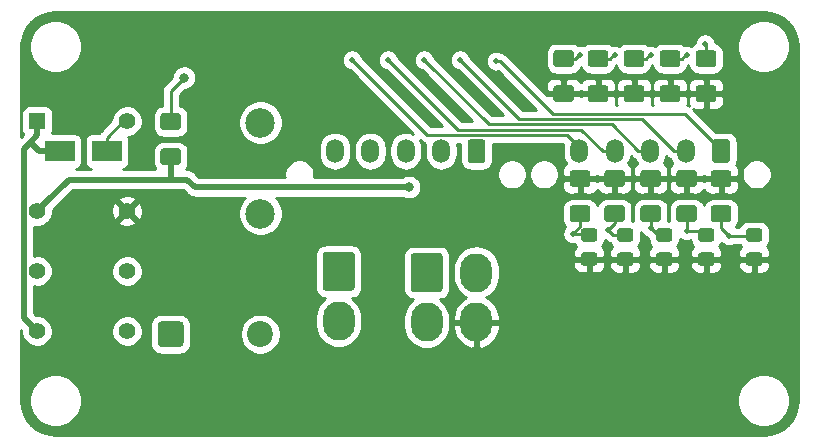
<source format=gbr>
G04 #@! TF.GenerationSoftware,KiCad,Pcbnew,(5.1.6)-1*
G04 #@! TF.CreationDate,2020-11-26T12:39:26+11:00*
G04 #@! TF.ProjectId,HardFault-Interpose-V0,48617264-4661-4756-9c74-2d496e746572,rev?*
G04 #@! TF.SameCoordinates,Original*
G04 #@! TF.FileFunction,Copper,L2,Bot*
G04 #@! TF.FilePolarity,Positive*
%FSLAX46Y46*%
G04 Gerber Fmt 4.6, Leading zero omitted, Abs format (unit mm)*
G04 Created by KiCad (PCBNEW (5.1.6)-1) date 2020-11-26 12:39:26*
%MOMM*%
%LPD*%
G01*
G04 APERTURE LIST*
G04 #@! TA.AperFunction,SMDPad,CuDef*
%ADD10R,2.500000X1.800000*%
G04 #@! TD*
G04 #@! TA.AperFunction,ComponentPad*
%ADD11O,1.500000X2.020000*%
G04 #@! TD*
G04 #@! TA.AperFunction,ComponentPad*
%ADD12O,2.700000X3.300000*%
G04 #@! TD*
G04 #@! TA.AperFunction,ComponentPad*
%ADD13R,1.400000X1.400000*%
G04 #@! TD*
G04 #@! TA.AperFunction,ComponentPad*
%ADD14C,1.400000*%
G04 #@! TD*
G04 #@! TA.AperFunction,ComponentPad*
%ADD15C,2.500000*%
G04 #@! TD*
G04 #@! TA.AperFunction,ComponentPad*
%ADD16C,2.200000*%
G04 #@! TD*
G04 #@! TA.AperFunction,ViaPad*
%ADD17C,0.500000*%
G04 #@! TD*
G04 #@! TA.AperFunction,ViaPad*
%ADD18C,0.800000*%
G04 #@! TD*
G04 #@! TA.AperFunction,Conductor*
%ADD19C,0.250000*%
G04 #@! TD*
G04 #@! TA.AperFunction,Conductor*
%ADD20C,0.500000*%
G04 #@! TD*
G04 #@! TA.AperFunction,Conductor*
%ADD21C,0.254000*%
G04 #@! TD*
G04 APERTURE END LIST*
G04 #@! TA.AperFunction,SMDPad,CuDef*
G36*
G01*
X149409999Y-86810000D02*
X150310001Y-86810000D01*
G75*
G02*
X150560000Y-87059999I0J-249999D01*
G01*
X150560000Y-87710001D01*
G75*
G02*
X150310001Y-87960000I-249999J0D01*
G01*
X149409999Y-87960000D01*
G75*
G02*
X149160000Y-87710001I0J249999D01*
G01*
X149160000Y-87059999D01*
G75*
G02*
X149409999Y-86810000I249999J0D01*
G01*
G37*
G04 #@! TD.AperFunction*
G04 #@! TA.AperFunction,SMDPad,CuDef*
G36*
G01*
X149409999Y-84760000D02*
X150310001Y-84760000D01*
G75*
G02*
X150560000Y-85009999I0J-249999D01*
G01*
X150560000Y-85660001D01*
G75*
G02*
X150310001Y-85910000I-249999J0D01*
G01*
X149409999Y-85910000D01*
G75*
G02*
X149160000Y-85660001I0J249999D01*
G01*
X149160000Y-85009999D01*
G75*
G02*
X149409999Y-84760000I249999J0D01*
G01*
G37*
G04 #@! TD.AperFunction*
G04 #@! TA.AperFunction,SMDPad,CuDef*
G36*
G01*
X145345999Y-86810000D02*
X146246001Y-86810000D01*
G75*
G02*
X146496000Y-87059999I0J-249999D01*
G01*
X146496000Y-87710001D01*
G75*
G02*
X146246001Y-87960000I-249999J0D01*
G01*
X145345999Y-87960000D01*
G75*
G02*
X145096000Y-87710001I0J249999D01*
G01*
X145096000Y-87059999D01*
G75*
G02*
X145345999Y-86810000I249999J0D01*
G01*
G37*
G04 #@! TD.AperFunction*
G04 #@! TA.AperFunction,SMDPad,CuDef*
G36*
G01*
X145345999Y-84760000D02*
X146246001Y-84760000D01*
G75*
G02*
X146496000Y-85009999I0J-249999D01*
G01*
X146496000Y-85660001D01*
G75*
G02*
X146246001Y-85910000I-249999J0D01*
G01*
X145345999Y-85910000D01*
G75*
G02*
X145096000Y-85660001I0J249999D01*
G01*
X145096000Y-85009999D01*
G75*
G02*
X145345999Y-84760000I249999J0D01*
G01*
G37*
G04 #@! TD.AperFunction*
G04 #@! TA.AperFunction,SMDPad,CuDef*
G36*
G01*
X141789999Y-84760000D02*
X142690001Y-84760000D01*
G75*
G02*
X142940000Y-85009999I0J-249999D01*
G01*
X142940000Y-85660001D01*
G75*
G02*
X142690001Y-85910000I-249999J0D01*
G01*
X141789999Y-85910000D01*
G75*
G02*
X141540000Y-85660001I0J249999D01*
G01*
X141540000Y-85009999D01*
G75*
G02*
X141789999Y-84760000I249999J0D01*
G01*
G37*
G04 #@! TD.AperFunction*
G04 #@! TA.AperFunction,SMDPad,CuDef*
G36*
G01*
X141789999Y-86810000D02*
X142690001Y-86810000D01*
G75*
G02*
X142940000Y-87059999I0J-249999D01*
G01*
X142940000Y-87710001D01*
G75*
G02*
X142690001Y-87960000I-249999J0D01*
G01*
X141789999Y-87960000D01*
G75*
G02*
X141540000Y-87710001I0J249999D01*
G01*
X141540000Y-87059999D01*
G75*
G02*
X141789999Y-86810000I249999J0D01*
G01*
G37*
G04 #@! TD.AperFunction*
G04 #@! TA.AperFunction,SMDPad,CuDef*
G36*
G01*
X138487999Y-84760000D02*
X139388001Y-84760000D01*
G75*
G02*
X139638000Y-85009999I0J-249999D01*
G01*
X139638000Y-85660001D01*
G75*
G02*
X139388001Y-85910000I-249999J0D01*
G01*
X138487999Y-85910000D01*
G75*
G02*
X138238000Y-85660001I0J249999D01*
G01*
X138238000Y-85009999D01*
G75*
G02*
X138487999Y-84760000I249999J0D01*
G01*
G37*
G04 #@! TD.AperFunction*
G04 #@! TA.AperFunction,SMDPad,CuDef*
G36*
G01*
X138487999Y-86810000D02*
X139388001Y-86810000D01*
G75*
G02*
X139638000Y-87059999I0J-249999D01*
G01*
X139638000Y-87710001D01*
G75*
G02*
X139388001Y-87960000I-249999J0D01*
G01*
X138487999Y-87960000D01*
G75*
G02*
X138238000Y-87710001I0J249999D01*
G01*
X138238000Y-87059999D01*
G75*
G02*
X138487999Y-86810000I249999J0D01*
G01*
G37*
G04 #@! TD.AperFunction*
G04 #@! TA.AperFunction,SMDPad,CuDef*
G36*
G01*
X135439999Y-84751000D02*
X136340001Y-84751000D01*
G75*
G02*
X136590000Y-85000999I0J-249999D01*
G01*
X136590000Y-85651001D01*
G75*
G02*
X136340001Y-85901000I-249999J0D01*
G01*
X135439999Y-85901000D01*
G75*
G02*
X135190000Y-85651001I0J249999D01*
G01*
X135190000Y-85000999D01*
G75*
G02*
X135439999Y-84751000I249999J0D01*
G01*
G37*
G04 #@! TD.AperFunction*
G04 #@! TA.AperFunction,SMDPad,CuDef*
G36*
G01*
X135439999Y-86801000D02*
X136340001Y-86801000D01*
G75*
G02*
X136590000Y-87050999I0J-249999D01*
G01*
X136590000Y-87701001D01*
G75*
G02*
X136340001Y-87951000I-249999J0D01*
G01*
X135439999Y-87951000D01*
G75*
G02*
X135190000Y-87701001I0J249999D01*
G01*
X135190000Y-87050999D01*
G75*
G02*
X135439999Y-86801000I249999J0D01*
G01*
G37*
G04 #@! TD.AperFunction*
D10*
X91059000Y-78232000D03*
X95059000Y-78232000D03*
G04 #@! TA.AperFunction,ComponentPad*
G36*
G01*
X147816000Y-77472000D02*
X147816000Y-78992000D01*
G75*
G02*
X147566000Y-79242000I-250000J0D01*
G01*
X146566000Y-79242000D01*
G75*
G02*
X146316000Y-78992000I0J250000D01*
G01*
X146316000Y-77472000D01*
G75*
G02*
X146566000Y-77222000I250000J0D01*
G01*
X147566000Y-77222000D01*
G75*
G02*
X147816000Y-77472000I0J-250000D01*
G01*
G37*
G04 #@! TD.AperFunction*
D11*
X144066000Y-78232000D03*
X141066000Y-78232000D03*
X138066000Y-78232000D03*
X135066000Y-78232000D03*
X114365000Y-78232000D03*
X117365000Y-78232000D03*
X120365000Y-78232000D03*
X123365000Y-78232000D03*
G04 #@! TA.AperFunction,ComponentPad*
G36*
G01*
X127115000Y-77472000D02*
X127115000Y-78992000D01*
G75*
G02*
X126865000Y-79242000I-250000J0D01*
G01*
X125865000Y-79242000D01*
G75*
G02*
X125615000Y-78992000I0J250000D01*
G01*
X125615000Y-77472000D01*
G75*
G02*
X125865000Y-77222000I250000J0D01*
G01*
X126865000Y-77222000D01*
G75*
G02*
X127115000Y-77472000I0J-250000D01*
G01*
G37*
G04 #@! TD.AperFunction*
D12*
X114687001Y-92611001D03*
G04 #@! TA.AperFunction,ComponentPad*
G36*
G01*
X113337001Y-89811000D02*
X113337001Y-87011002D01*
G75*
G02*
X113587002Y-86761001I250001J0D01*
G01*
X115787000Y-86761001D01*
G75*
G02*
X116037001Y-87011002I0J-250001D01*
G01*
X116037001Y-89811000D01*
G75*
G02*
X115787000Y-90061001I-250001J0D01*
G01*
X113587002Y-90061001D01*
G75*
G02*
X113337001Y-89811000I0J250001D01*
G01*
G37*
G04 #@! TD.AperFunction*
G04 #@! TA.AperFunction,ComponentPad*
G36*
G01*
X120787001Y-89911000D02*
X120787001Y-87111002D01*
G75*
G02*
X121037002Y-86861001I250001J0D01*
G01*
X123237000Y-86861001D01*
G75*
G02*
X123487001Y-87111002I0J-250001D01*
G01*
X123487001Y-89911000D01*
G75*
G02*
X123237000Y-90161001I-250001J0D01*
G01*
X121037002Y-90161001D01*
G75*
G02*
X120787001Y-89911000I0J250001D01*
G01*
G37*
G04 #@! TD.AperFunction*
X126337001Y-88511001D03*
X122137001Y-92711001D03*
X126337001Y-92711001D03*
D13*
X89154000Y-75692000D03*
D14*
X96774000Y-75692000D03*
X89154000Y-88382000D03*
X89154000Y-93472000D03*
X89154000Y-83312000D03*
X96784000Y-88402000D03*
X96784000Y-93482000D03*
X96774000Y-83312000D03*
D15*
X108057000Y-83526000D03*
G04 #@! TA.AperFunction,ComponentPad*
G36*
G01*
X101216000Y-94826000D02*
X99698000Y-94826000D01*
G75*
G02*
X99357000Y-94485000I0J341000D01*
G01*
X99357000Y-92967000D01*
G75*
G02*
X99698000Y-92626000I341000J0D01*
G01*
X101216000Y-92626000D01*
G75*
G02*
X101557000Y-92967000I0J-341000D01*
G01*
X101557000Y-94485000D01*
G75*
G02*
X101216000Y-94826000I-341000J0D01*
G01*
G37*
G04 #@! TD.AperFunction*
D16*
X108057000Y-93726000D03*
D15*
X108057000Y-75826000D03*
G04 #@! TA.AperFunction,SMDPad,CuDef*
G36*
G01*
X146441000Y-79842000D02*
X147691000Y-79842000D01*
G75*
G02*
X147941000Y-80092000I0J-250000D01*
G01*
X147941000Y-81017000D01*
G75*
G02*
X147691000Y-81267000I-250000J0D01*
G01*
X146441000Y-81267000D01*
G75*
G02*
X146191000Y-81017000I0J250000D01*
G01*
X146191000Y-80092000D01*
G75*
G02*
X146441000Y-79842000I250000J0D01*
G01*
G37*
G04 #@! TD.AperFunction*
G04 #@! TA.AperFunction,SMDPad,CuDef*
G36*
G01*
X146441000Y-82817000D02*
X147691000Y-82817000D01*
G75*
G02*
X147941000Y-83067000I0J-250000D01*
G01*
X147941000Y-83992000D01*
G75*
G02*
X147691000Y-84242000I-250000J0D01*
G01*
X146441000Y-84242000D01*
G75*
G02*
X146191000Y-83992000I0J250000D01*
G01*
X146191000Y-83067000D01*
G75*
G02*
X146441000Y-82817000I250000J0D01*
G01*
G37*
G04 #@! TD.AperFunction*
G04 #@! TA.AperFunction,SMDPad,CuDef*
G36*
G01*
X143520000Y-79842000D02*
X144770000Y-79842000D01*
G75*
G02*
X145020000Y-80092000I0J-250000D01*
G01*
X145020000Y-81017000D01*
G75*
G02*
X144770000Y-81267000I-250000J0D01*
G01*
X143520000Y-81267000D01*
G75*
G02*
X143270000Y-81017000I0J250000D01*
G01*
X143270000Y-80092000D01*
G75*
G02*
X143520000Y-79842000I250000J0D01*
G01*
G37*
G04 #@! TD.AperFunction*
G04 #@! TA.AperFunction,SMDPad,CuDef*
G36*
G01*
X143520000Y-82817000D02*
X144770000Y-82817000D01*
G75*
G02*
X145020000Y-83067000I0J-250000D01*
G01*
X145020000Y-83992000D01*
G75*
G02*
X144770000Y-84242000I-250000J0D01*
G01*
X143520000Y-84242000D01*
G75*
G02*
X143270000Y-83992000I0J250000D01*
G01*
X143270000Y-83067000D01*
G75*
G02*
X143520000Y-82817000I250000J0D01*
G01*
G37*
G04 #@! TD.AperFunction*
G04 #@! TA.AperFunction,SMDPad,CuDef*
G36*
G01*
X140472000Y-79842000D02*
X141722000Y-79842000D01*
G75*
G02*
X141972000Y-80092000I0J-250000D01*
G01*
X141972000Y-81017000D01*
G75*
G02*
X141722000Y-81267000I-250000J0D01*
G01*
X140472000Y-81267000D01*
G75*
G02*
X140222000Y-81017000I0J250000D01*
G01*
X140222000Y-80092000D01*
G75*
G02*
X140472000Y-79842000I250000J0D01*
G01*
G37*
G04 #@! TD.AperFunction*
G04 #@! TA.AperFunction,SMDPad,CuDef*
G36*
G01*
X140472000Y-82817000D02*
X141722000Y-82817000D01*
G75*
G02*
X141972000Y-83067000I0J-250000D01*
G01*
X141972000Y-83992000D01*
G75*
G02*
X141722000Y-84242000I-250000J0D01*
G01*
X140472000Y-84242000D01*
G75*
G02*
X140222000Y-83992000I0J250000D01*
G01*
X140222000Y-83067000D01*
G75*
G02*
X140472000Y-82817000I250000J0D01*
G01*
G37*
G04 #@! TD.AperFunction*
G04 #@! TA.AperFunction,SMDPad,CuDef*
G36*
G01*
X137424000Y-82817000D02*
X138674000Y-82817000D01*
G75*
G02*
X138924000Y-83067000I0J-250000D01*
G01*
X138924000Y-83992000D01*
G75*
G02*
X138674000Y-84242000I-250000J0D01*
G01*
X137424000Y-84242000D01*
G75*
G02*
X137174000Y-83992000I0J250000D01*
G01*
X137174000Y-83067000D01*
G75*
G02*
X137424000Y-82817000I250000J0D01*
G01*
G37*
G04 #@! TD.AperFunction*
G04 #@! TA.AperFunction,SMDPad,CuDef*
G36*
G01*
X137424000Y-79842000D02*
X138674000Y-79842000D01*
G75*
G02*
X138924000Y-80092000I0J-250000D01*
G01*
X138924000Y-81017000D01*
G75*
G02*
X138674000Y-81267000I-250000J0D01*
G01*
X137424000Y-81267000D01*
G75*
G02*
X137174000Y-81017000I0J250000D01*
G01*
X137174000Y-80092000D01*
G75*
G02*
X137424000Y-79842000I250000J0D01*
G01*
G37*
G04 #@! TD.AperFunction*
G04 #@! TA.AperFunction,SMDPad,CuDef*
G36*
G01*
X134503000Y-79842000D02*
X135753000Y-79842000D01*
G75*
G02*
X136003000Y-80092000I0J-250000D01*
G01*
X136003000Y-81017000D01*
G75*
G02*
X135753000Y-81267000I-250000J0D01*
G01*
X134503000Y-81267000D01*
G75*
G02*
X134253000Y-81017000I0J250000D01*
G01*
X134253000Y-80092000D01*
G75*
G02*
X134503000Y-79842000I250000J0D01*
G01*
G37*
G04 #@! TD.AperFunction*
G04 #@! TA.AperFunction,SMDPad,CuDef*
G36*
G01*
X134503000Y-82817000D02*
X135753000Y-82817000D01*
G75*
G02*
X136003000Y-83067000I0J-250000D01*
G01*
X136003000Y-83992000D01*
G75*
G02*
X135753000Y-84242000I-250000J0D01*
G01*
X134503000Y-84242000D01*
G75*
G02*
X134253000Y-83992000I0J250000D01*
G01*
X134253000Y-83067000D01*
G75*
G02*
X134503000Y-82817000I250000J0D01*
G01*
G37*
G04 #@! TD.AperFunction*
G04 #@! TA.AperFunction,SMDPad,CuDef*
G36*
G01*
X99832000Y-77991000D02*
X101082000Y-77991000D01*
G75*
G02*
X101332000Y-78241000I0J-250000D01*
G01*
X101332000Y-79166000D01*
G75*
G02*
X101082000Y-79416000I-250000J0D01*
G01*
X99832000Y-79416000D01*
G75*
G02*
X99582000Y-79166000I0J250000D01*
G01*
X99582000Y-78241000D01*
G75*
G02*
X99832000Y-77991000I250000J0D01*
G01*
G37*
G04 #@! TD.AperFunction*
G04 #@! TA.AperFunction,SMDPad,CuDef*
G36*
G01*
X99832000Y-75016000D02*
X101082000Y-75016000D01*
G75*
G02*
X101332000Y-75266000I0J-250000D01*
G01*
X101332000Y-76191000D01*
G75*
G02*
X101082000Y-76441000I-250000J0D01*
G01*
X99832000Y-76441000D01*
G75*
G02*
X99582000Y-76191000I0J250000D01*
G01*
X99582000Y-75266000D01*
G75*
G02*
X99832000Y-75016000I250000J0D01*
G01*
G37*
G04 #@! TD.AperFunction*
G04 #@! TA.AperFunction,SMDPad,CuDef*
G36*
G01*
X145171000Y-72657000D02*
X146421000Y-72657000D01*
G75*
G02*
X146671000Y-72907000I0J-250000D01*
G01*
X146671000Y-73832000D01*
G75*
G02*
X146421000Y-74082000I-250000J0D01*
G01*
X145171000Y-74082000D01*
G75*
G02*
X144921000Y-73832000I0J250000D01*
G01*
X144921000Y-72907000D01*
G75*
G02*
X145171000Y-72657000I250000J0D01*
G01*
G37*
G04 #@! TD.AperFunction*
G04 #@! TA.AperFunction,SMDPad,CuDef*
G36*
G01*
X145171000Y-69682000D02*
X146421000Y-69682000D01*
G75*
G02*
X146671000Y-69932000I0J-250000D01*
G01*
X146671000Y-70857000D01*
G75*
G02*
X146421000Y-71107000I-250000J0D01*
G01*
X145171000Y-71107000D01*
G75*
G02*
X144921000Y-70857000I0J250000D01*
G01*
X144921000Y-69932000D01*
G75*
G02*
X145171000Y-69682000I250000J0D01*
G01*
G37*
G04 #@! TD.AperFunction*
G04 #@! TA.AperFunction,SMDPad,CuDef*
G36*
G01*
X142123000Y-69682000D02*
X143373000Y-69682000D01*
G75*
G02*
X143623000Y-69932000I0J-250000D01*
G01*
X143623000Y-70857000D01*
G75*
G02*
X143373000Y-71107000I-250000J0D01*
G01*
X142123000Y-71107000D01*
G75*
G02*
X141873000Y-70857000I0J250000D01*
G01*
X141873000Y-69932000D01*
G75*
G02*
X142123000Y-69682000I250000J0D01*
G01*
G37*
G04 #@! TD.AperFunction*
G04 #@! TA.AperFunction,SMDPad,CuDef*
G36*
G01*
X142123000Y-72657000D02*
X143373000Y-72657000D01*
G75*
G02*
X143623000Y-72907000I0J-250000D01*
G01*
X143623000Y-73832000D01*
G75*
G02*
X143373000Y-74082000I-250000J0D01*
G01*
X142123000Y-74082000D01*
G75*
G02*
X141873000Y-73832000I0J250000D01*
G01*
X141873000Y-72907000D01*
G75*
G02*
X142123000Y-72657000I250000J0D01*
G01*
G37*
G04 #@! TD.AperFunction*
G04 #@! TA.AperFunction,SMDPad,CuDef*
G36*
G01*
X139075000Y-72657000D02*
X140325000Y-72657000D01*
G75*
G02*
X140575000Y-72907000I0J-250000D01*
G01*
X140575000Y-73832000D01*
G75*
G02*
X140325000Y-74082000I-250000J0D01*
G01*
X139075000Y-74082000D01*
G75*
G02*
X138825000Y-73832000I0J250000D01*
G01*
X138825000Y-72907000D01*
G75*
G02*
X139075000Y-72657000I250000J0D01*
G01*
G37*
G04 #@! TD.AperFunction*
G04 #@! TA.AperFunction,SMDPad,CuDef*
G36*
G01*
X139075000Y-69682000D02*
X140325000Y-69682000D01*
G75*
G02*
X140575000Y-69932000I0J-250000D01*
G01*
X140575000Y-70857000D01*
G75*
G02*
X140325000Y-71107000I-250000J0D01*
G01*
X139075000Y-71107000D01*
G75*
G02*
X138825000Y-70857000I0J250000D01*
G01*
X138825000Y-69932000D01*
G75*
G02*
X139075000Y-69682000I250000J0D01*
G01*
G37*
G04 #@! TD.AperFunction*
G04 #@! TA.AperFunction,SMDPad,CuDef*
G36*
G01*
X136027000Y-69682000D02*
X137277000Y-69682000D01*
G75*
G02*
X137527000Y-69932000I0J-250000D01*
G01*
X137527000Y-70857000D01*
G75*
G02*
X137277000Y-71107000I-250000J0D01*
G01*
X136027000Y-71107000D01*
G75*
G02*
X135777000Y-70857000I0J250000D01*
G01*
X135777000Y-69932000D01*
G75*
G02*
X136027000Y-69682000I250000J0D01*
G01*
G37*
G04 #@! TD.AperFunction*
G04 #@! TA.AperFunction,SMDPad,CuDef*
G36*
G01*
X136027000Y-72657000D02*
X137277000Y-72657000D01*
G75*
G02*
X137527000Y-72907000I0J-250000D01*
G01*
X137527000Y-73832000D01*
G75*
G02*
X137277000Y-74082000I-250000J0D01*
G01*
X136027000Y-74082000D01*
G75*
G02*
X135777000Y-73832000I0J250000D01*
G01*
X135777000Y-72907000D01*
G75*
G02*
X136027000Y-72657000I250000J0D01*
G01*
G37*
G04 #@! TD.AperFunction*
G04 #@! TA.AperFunction,SMDPad,CuDef*
G36*
G01*
X133106000Y-72657000D02*
X134356000Y-72657000D01*
G75*
G02*
X134606000Y-72907000I0J-250000D01*
G01*
X134606000Y-73832000D01*
G75*
G02*
X134356000Y-74082000I-250000J0D01*
G01*
X133106000Y-74082000D01*
G75*
G02*
X132856000Y-73832000I0J250000D01*
G01*
X132856000Y-72907000D01*
G75*
G02*
X133106000Y-72657000I250000J0D01*
G01*
G37*
G04 #@! TD.AperFunction*
G04 #@! TA.AperFunction,SMDPad,CuDef*
G36*
G01*
X133106000Y-69682000D02*
X134356000Y-69682000D01*
G75*
G02*
X134606000Y-69932000I0J-250000D01*
G01*
X134606000Y-70857000D01*
G75*
G02*
X134356000Y-71107000I-250000J0D01*
G01*
X133106000Y-71107000D01*
G75*
G02*
X132856000Y-70857000I0J250000D01*
G01*
X132856000Y-69932000D01*
G75*
G02*
X133106000Y-69682000I250000J0D01*
G01*
G37*
G04 #@! TD.AperFunction*
D17*
X134566500Y-89207500D03*
X147764500Y-85407500D03*
X144145000Y-84963000D03*
X141097000Y-84709000D03*
X137484500Y-84906500D03*
X134493000Y-85217000D03*
X145733000Y-69132000D03*
X128016000Y-70612000D03*
X124968000Y-70485000D03*
X144145000Y-70104000D03*
X121920000Y-70485000D03*
X141097000Y-70104000D03*
X118872000Y-70485000D03*
X138049000Y-70104000D03*
X135128000Y-70104000D03*
X115824000Y-70485000D03*
D18*
X101600000Y-72009000D03*
X120647001Y-81277001D03*
D19*
X147066000Y-84709000D02*
X147764500Y-85407500D01*
X147066000Y-83529500D02*
X147066000Y-84709000D01*
X149787500Y-85407500D02*
X149860000Y-85335000D01*
X147764500Y-85407500D02*
X149787500Y-85407500D01*
X144145000Y-83529500D02*
X144145000Y-84963000D01*
X145424000Y-84963000D02*
X145796000Y-85335000D01*
X144145000Y-84963000D02*
X145424000Y-84963000D01*
X141097000Y-83529500D02*
X141097000Y-84709000D01*
X141723000Y-85335000D02*
X141097000Y-84709000D01*
X142240000Y-85335000D02*
X141723000Y-85335000D01*
X137913000Y-85335000D02*
X137484500Y-84906500D01*
X138938000Y-85335000D02*
X137913000Y-85335000D01*
X138049000Y-84342000D02*
X138049000Y-83529500D01*
X137484500Y-84906500D02*
X138049000Y-84342000D01*
X135128000Y-84582000D02*
X134493000Y-85217000D01*
X135128000Y-83529500D02*
X135128000Y-84582000D01*
X135781000Y-85217000D02*
X135890000Y-85326000D01*
X134493000Y-85217000D02*
X135781000Y-85217000D01*
X145796000Y-69195000D02*
X145733000Y-69132000D01*
X145796000Y-70394500D02*
X145796000Y-69195000D01*
X128016000Y-70612000D02*
X128016000Y-70612000D01*
X128016000Y-70612000D02*
X128016000Y-70612000D01*
X128016000Y-70612000D02*
X128016000Y-70612000D01*
X128016000Y-70612000D02*
X128016000Y-70612000D01*
X128369553Y-70612000D02*
X128016000Y-70612000D01*
X132814553Y-75057000D02*
X128369553Y-70612000D01*
X144018000Y-75057000D02*
X132814553Y-75057000D01*
X147066000Y-78105000D02*
X144018000Y-75057000D01*
X147066000Y-78232000D02*
X147066000Y-78105000D01*
X124968000Y-70485000D02*
X124968000Y-70485000D01*
X124968000Y-70485000D02*
X124968000Y-70485000D01*
X124968000Y-70485000D02*
X124968000Y-70485000D01*
X140341011Y-75507011D02*
X129990011Y-75507011D01*
X125217999Y-70734999D02*
X124968000Y-70485000D01*
X129990011Y-75507011D02*
X125217999Y-70734999D01*
X143066000Y-78232000D02*
X140341011Y-75507011D01*
X144066000Y-78232000D02*
X143066000Y-78232000D01*
X143723000Y-70394500D02*
X144013500Y-70104000D01*
X142748000Y-70394500D02*
X143723000Y-70394500D01*
X144013500Y-70104000D02*
X144145000Y-70104000D01*
X144145000Y-70104000D02*
X144145000Y-70104000D01*
X121920000Y-70485000D02*
X121920000Y-70485000D01*
X121920000Y-70485000D02*
X121920000Y-70485000D01*
X121920000Y-70485000D02*
X121920000Y-70485000D01*
X137791022Y-75957022D02*
X127392022Y-75957022D01*
X127392022Y-75957022D02*
X122169999Y-70734999D01*
X140066000Y-78232000D02*
X137791022Y-75957022D01*
X141066000Y-78232000D02*
X140066000Y-78232000D01*
X122169999Y-70734999D02*
X121920000Y-70485000D01*
X140675000Y-70394500D02*
X140965500Y-70104000D01*
X139700000Y-70394500D02*
X140675000Y-70394500D01*
X140965500Y-70104000D02*
X141097000Y-70104000D01*
X141097000Y-70104000D02*
X141097000Y-70104000D01*
X138066000Y-78232000D02*
X137066000Y-78232000D01*
X135241033Y-76407033D02*
X124794033Y-76407033D01*
X137066000Y-78232000D02*
X135241033Y-76407033D01*
X124794033Y-76407033D02*
X118872000Y-70485000D01*
X118872000Y-70485000D02*
X118872000Y-70485000D01*
X137627000Y-70394500D02*
X137917500Y-70104000D01*
X136652000Y-70394500D02*
X137627000Y-70394500D01*
X137917500Y-70104000D02*
X138049000Y-70104000D01*
X138049000Y-70104000D02*
X138049000Y-70104000D01*
X134706000Y-70394500D02*
X134996500Y-70104000D01*
X133731000Y-70394500D02*
X134706000Y-70394500D01*
X134996500Y-70104000D02*
X135128000Y-70104000D01*
X135128000Y-70104000D02*
X135128000Y-70104000D01*
X135066000Y-77916000D02*
X134250020Y-77100020D01*
X135066000Y-78232000D02*
X135066000Y-77916000D01*
X134250020Y-77100020D02*
X134112000Y-76962000D01*
X134007043Y-76857043D02*
X122196043Y-76857043D01*
X134112000Y-76962000D02*
X134007043Y-76857043D01*
X122196043Y-76857043D02*
X115824000Y-70485000D01*
X115824000Y-70485000D02*
X115824000Y-70485000D01*
D20*
X88454001Y-92772001D02*
X89154000Y-93472000D01*
X88003999Y-92321999D02*
X88454001Y-92772001D01*
X88003999Y-78042001D02*
X88003999Y-92321999D01*
X89154000Y-75692000D02*
X89154000Y-76892000D01*
X88611000Y-77534000D02*
X88611000Y-77435000D01*
X89309000Y-78232000D02*
X88611000Y-77534000D01*
X91059000Y-78232000D02*
X89309000Y-78232000D01*
X89154000Y-76892000D02*
X88611000Y-77435000D01*
X88611000Y-77435000D02*
X88003999Y-78042001D01*
D19*
X96449000Y-75692000D02*
X96774000Y-75692000D01*
X95059000Y-77082000D02*
X96449000Y-75692000D01*
X95059000Y-78232000D02*
X95059000Y-77082000D01*
X100457000Y-75728500D02*
X100457000Y-74916000D01*
X100457000Y-74916000D02*
X100457000Y-73152000D01*
X100457000Y-73152000D02*
X101600000Y-72009000D01*
X101600000Y-72009000D02*
X101600000Y-72009000D01*
D20*
X89154000Y-83312000D02*
X89853999Y-82612001D01*
X89853999Y-82612001D02*
X91821000Y-80645000D01*
X100457000Y-79516000D02*
X100457000Y-80645000D01*
X100457000Y-78703500D02*
X100457000Y-79516000D01*
X91821000Y-80645000D02*
X100457000Y-80645000D01*
X100457000Y-80645000D02*
X101854000Y-80645000D01*
X102486001Y-81277001D02*
X120647001Y-81277001D01*
X101854000Y-80645000D02*
X102486001Y-81277001D01*
X120647001Y-81277001D02*
X120647001Y-81277001D01*
D21*
G36*
X151247886Y-66520258D02*
G01*
X151788376Y-66683442D01*
X152286867Y-66948494D01*
X152724388Y-67305326D01*
X153084271Y-67740350D01*
X153352799Y-68236983D01*
X153519749Y-68776315D01*
X153582000Y-69368596D01*
X153582001Y-99325712D01*
X153523742Y-99919886D01*
X153360559Y-100460374D01*
X153095506Y-100958867D01*
X152738669Y-101396393D01*
X152303653Y-101756269D01*
X151807019Y-102024798D01*
X151267690Y-102191749D01*
X150675404Y-102254000D01*
X90718278Y-102254000D01*
X90124114Y-102195742D01*
X89583626Y-102032559D01*
X89085133Y-101767506D01*
X88647607Y-101410669D01*
X88287731Y-100975653D01*
X88019202Y-100479019D01*
X87852251Y-99939690D01*
X87790000Y-99347404D01*
X87790000Y-99137872D01*
X88451000Y-99137872D01*
X88451000Y-99578128D01*
X88536890Y-100009925D01*
X88705369Y-100416669D01*
X88949962Y-100782729D01*
X89261271Y-101094038D01*
X89627331Y-101338631D01*
X90034075Y-101507110D01*
X90465872Y-101593000D01*
X90906128Y-101593000D01*
X91337925Y-101507110D01*
X91744669Y-101338631D01*
X92110729Y-101094038D01*
X92422038Y-100782729D01*
X92666631Y-100416669D01*
X92835110Y-100009925D01*
X92921000Y-99578128D01*
X92921000Y-99137872D01*
X148451000Y-99137872D01*
X148451000Y-99578128D01*
X148536890Y-100009925D01*
X148705369Y-100416669D01*
X148949962Y-100782729D01*
X149261271Y-101094038D01*
X149627331Y-101338631D01*
X150034075Y-101507110D01*
X150465872Y-101593000D01*
X150906128Y-101593000D01*
X151337925Y-101507110D01*
X151744669Y-101338631D01*
X152110729Y-101094038D01*
X152422038Y-100782729D01*
X152666631Y-100416669D01*
X152835110Y-100009925D01*
X152921000Y-99578128D01*
X152921000Y-99137872D01*
X152835110Y-98706075D01*
X152666631Y-98299331D01*
X152422038Y-97933271D01*
X152110729Y-97621962D01*
X151744669Y-97377369D01*
X151337925Y-97208890D01*
X150906128Y-97123000D01*
X150465872Y-97123000D01*
X150034075Y-97208890D01*
X149627331Y-97377369D01*
X149261271Y-97621962D01*
X148949962Y-97933271D01*
X148705369Y-98299331D01*
X148536890Y-98706075D01*
X148451000Y-99137872D01*
X92921000Y-99137872D01*
X92835110Y-98706075D01*
X92666631Y-98299331D01*
X92422038Y-97933271D01*
X92110729Y-97621962D01*
X91744669Y-97377369D01*
X91337925Y-97208890D01*
X90906128Y-97123000D01*
X90465872Y-97123000D01*
X90034075Y-97208890D01*
X89627331Y-97377369D01*
X89261271Y-97621962D01*
X88949962Y-97933271D01*
X88705369Y-98299331D01*
X88536890Y-98706075D01*
X88451000Y-99137872D01*
X87790000Y-99137872D01*
X87790000Y-93359578D01*
X87819000Y-93388578D01*
X87819000Y-93603486D01*
X87870304Y-93861405D01*
X87970939Y-94104359D01*
X88117038Y-94323013D01*
X88302987Y-94508962D01*
X88521641Y-94655061D01*
X88764595Y-94755696D01*
X89022514Y-94807000D01*
X89285486Y-94807000D01*
X89543405Y-94755696D01*
X89786359Y-94655061D01*
X90005013Y-94508962D01*
X90190962Y-94323013D01*
X90337061Y-94104359D01*
X90437696Y-93861405D01*
X90489000Y-93603486D01*
X90489000Y-93350514D01*
X95449000Y-93350514D01*
X95449000Y-93613486D01*
X95500304Y-93871405D01*
X95600939Y-94114359D01*
X95747038Y-94333013D01*
X95932987Y-94518962D01*
X96151641Y-94665061D01*
X96394595Y-94765696D01*
X96652514Y-94817000D01*
X96915486Y-94817000D01*
X97173405Y-94765696D01*
X97416359Y-94665061D01*
X97635013Y-94518962D01*
X97820962Y-94333013D01*
X97967061Y-94114359D01*
X98067696Y-93871405D01*
X98119000Y-93613486D01*
X98119000Y-93350514D01*
X98067696Y-93092595D01*
X98015673Y-92967000D01*
X98718928Y-92967000D01*
X98718928Y-94485000D01*
X98737741Y-94676007D01*
X98793455Y-94859675D01*
X98883931Y-95028943D01*
X99005692Y-95177308D01*
X99154057Y-95299069D01*
X99323325Y-95389545D01*
X99506993Y-95445259D01*
X99698000Y-95464072D01*
X101216000Y-95464072D01*
X101407007Y-95445259D01*
X101590675Y-95389545D01*
X101759943Y-95299069D01*
X101908308Y-95177308D01*
X102030069Y-95028943D01*
X102120545Y-94859675D01*
X102176259Y-94676007D01*
X102195072Y-94485000D01*
X102195072Y-93555117D01*
X106322000Y-93555117D01*
X106322000Y-93896883D01*
X106388675Y-94232081D01*
X106519463Y-94547831D01*
X106709337Y-94831998D01*
X106951002Y-95073663D01*
X107235169Y-95263537D01*
X107550919Y-95394325D01*
X107886117Y-95461000D01*
X108227883Y-95461000D01*
X108563081Y-95394325D01*
X108878831Y-95263537D01*
X109162998Y-95073663D01*
X109404663Y-94831998D01*
X109594537Y-94547831D01*
X109725325Y-94232081D01*
X109792000Y-93896883D01*
X109792000Y-93555117D01*
X109725325Y-93219919D01*
X109594537Y-92904169D01*
X109404663Y-92620002D01*
X109162998Y-92378337D01*
X108878831Y-92188463D01*
X108563081Y-92057675D01*
X108227883Y-91991000D01*
X107886117Y-91991000D01*
X107550919Y-92057675D01*
X107235169Y-92188463D01*
X106951002Y-92378337D01*
X106709337Y-92620002D01*
X106519463Y-92904169D01*
X106388675Y-93219919D01*
X106322000Y-93555117D01*
X102195072Y-93555117D01*
X102195072Y-92967000D01*
X102176259Y-92775993D01*
X102120545Y-92592325D01*
X102030069Y-92423057D01*
X101908308Y-92274692D01*
X101759943Y-92152931D01*
X101590675Y-92062455D01*
X101407007Y-92006741D01*
X101216000Y-91987928D01*
X99698000Y-91987928D01*
X99506993Y-92006741D01*
X99323325Y-92062455D01*
X99154057Y-92152931D01*
X99005692Y-92274692D01*
X98883931Y-92423057D01*
X98793455Y-92592325D01*
X98737741Y-92775993D01*
X98718928Y-92967000D01*
X98015673Y-92967000D01*
X97967061Y-92849641D01*
X97820962Y-92630987D01*
X97635013Y-92445038D01*
X97416359Y-92298939D01*
X97173405Y-92198304D01*
X96915486Y-92147000D01*
X96652514Y-92147000D01*
X96394595Y-92198304D01*
X96151641Y-92298939D01*
X95932987Y-92445038D01*
X95747038Y-92630987D01*
X95600939Y-92849641D01*
X95500304Y-93092595D01*
X95449000Y-93350514D01*
X90489000Y-93350514D01*
X90489000Y-93340514D01*
X90437696Y-93082595D01*
X90337061Y-92839641D01*
X90190962Y-92620987D01*
X90005013Y-92435038D01*
X89786359Y-92288939D01*
X89543405Y-92188304D01*
X89285486Y-92137000D01*
X89070578Y-92137000D01*
X88888999Y-91955421D01*
X88888999Y-89690442D01*
X89022514Y-89717000D01*
X89285486Y-89717000D01*
X89543405Y-89665696D01*
X89786359Y-89565061D01*
X90005013Y-89418962D01*
X90190962Y-89233013D01*
X90337061Y-89014359D01*
X90437696Y-88771405D01*
X90489000Y-88513486D01*
X90489000Y-88270514D01*
X95449000Y-88270514D01*
X95449000Y-88533486D01*
X95500304Y-88791405D01*
X95600939Y-89034359D01*
X95747038Y-89253013D01*
X95932987Y-89438962D01*
X96151641Y-89585061D01*
X96394595Y-89685696D01*
X96652514Y-89737000D01*
X96915486Y-89737000D01*
X97173405Y-89685696D01*
X97416359Y-89585061D01*
X97635013Y-89438962D01*
X97820962Y-89253013D01*
X97967061Y-89034359D01*
X98067696Y-88791405D01*
X98119000Y-88533486D01*
X98119000Y-88270514D01*
X98067696Y-88012595D01*
X97967061Y-87769641D01*
X97820962Y-87550987D01*
X97635013Y-87365038D01*
X97416359Y-87218939D01*
X97173405Y-87118304D01*
X96915486Y-87067000D01*
X96652514Y-87067000D01*
X96394595Y-87118304D01*
X96151641Y-87218939D01*
X95932987Y-87365038D01*
X95747038Y-87550987D01*
X95600939Y-87769641D01*
X95500304Y-88012595D01*
X95449000Y-88270514D01*
X90489000Y-88270514D01*
X90489000Y-88250514D01*
X90437696Y-87992595D01*
X90337061Y-87749641D01*
X90190962Y-87530987D01*
X90005013Y-87345038D01*
X89786359Y-87198939D01*
X89543405Y-87098304D01*
X89285486Y-87047000D01*
X89022514Y-87047000D01*
X88888999Y-87073558D01*
X88888999Y-87011002D01*
X112698929Y-87011002D01*
X112698929Y-89811000D01*
X112715993Y-89984254D01*
X112766530Y-90150851D01*
X112848596Y-90304387D01*
X112959040Y-90438962D01*
X113093615Y-90549406D01*
X113247151Y-90631472D01*
X113413748Y-90682009D01*
X113529114Y-90693372D01*
X113276603Y-90900603D01*
X113028548Y-91202858D01*
X112844227Y-91547700D01*
X112730723Y-91921874D01*
X112702001Y-92213492D01*
X112702001Y-93008511D01*
X112730723Y-93300129D01*
X112844227Y-93674303D01*
X113028548Y-94019144D01*
X113276604Y-94321399D01*
X113578859Y-94569454D01*
X113923700Y-94753775D01*
X114297874Y-94867279D01*
X114687001Y-94905605D01*
X115076129Y-94867279D01*
X115450303Y-94753775D01*
X115795144Y-94569454D01*
X116097399Y-94321399D01*
X116345454Y-94019144D01*
X116529775Y-93674303D01*
X116643279Y-93300128D01*
X116672001Y-93008510D01*
X116672001Y-92213491D01*
X116643279Y-91921873D01*
X116529775Y-91547699D01*
X116345454Y-91202858D01*
X116097399Y-90900603D01*
X115844888Y-90693372D01*
X115960254Y-90682009D01*
X116126851Y-90631472D01*
X116280387Y-90549406D01*
X116414962Y-90438962D01*
X116525406Y-90304387D01*
X116607472Y-90150851D01*
X116658009Y-89984254D01*
X116675073Y-89811000D01*
X116675073Y-87111002D01*
X120148929Y-87111002D01*
X120148929Y-89911000D01*
X120165993Y-90084254D01*
X120216530Y-90250851D01*
X120298596Y-90404387D01*
X120409040Y-90538962D01*
X120543615Y-90649406D01*
X120697151Y-90731472D01*
X120863748Y-90782009D01*
X120979114Y-90793372D01*
X120726603Y-91000603D01*
X120478548Y-91302858D01*
X120294227Y-91647700D01*
X120180723Y-92021874D01*
X120152001Y-92313492D01*
X120152001Y-93108511D01*
X120180723Y-93400129D01*
X120294227Y-93774303D01*
X120478548Y-94119144D01*
X120726604Y-94421399D01*
X121028859Y-94669454D01*
X121373700Y-94853775D01*
X121747874Y-94967279D01*
X122137001Y-95005605D01*
X122526129Y-94967279D01*
X122900303Y-94853775D01*
X123245144Y-94669454D01*
X123547399Y-94421399D01*
X123795454Y-94119144D01*
X123979775Y-93774303D01*
X124093279Y-93400128D01*
X124122001Y-93108510D01*
X124122001Y-92838001D01*
X124352001Y-92838001D01*
X124352001Y-93138001D01*
X124414919Y-93522815D01*
X124551701Y-93887960D01*
X124757091Y-94219404D01*
X125023196Y-94504410D01*
X125339790Y-94732025D01*
X125694706Y-94893502D01*
X125901678Y-94947678D01*
X126210001Y-94832830D01*
X126210001Y-92838001D01*
X126464001Y-92838001D01*
X126464001Y-94832830D01*
X126772324Y-94947678D01*
X126979296Y-94893502D01*
X127334212Y-94732025D01*
X127650806Y-94504410D01*
X127916911Y-94219404D01*
X128122301Y-93887960D01*
X128259083Y-93522815D01*
X128322001Y-93138001D01*
X128322001Y-92838001D01*
X126464001Y-92838001D01*
X126210001Y-92838001D01*
X124352001Y-92838001D01*
X124122001Y-92838001D01*
X124122001Y-92313491D01*
X124093279Y-92021873D01*
X123979775Y-91647699D01*
X123795454Y-91302858D01*
X123547399Y-91000603D01*
X123294888Y-90793372D01*
X123410254Y-90782009D01*
X123576851Y-90731472D01*
X123730387Y-90649406D01*
X123864962Y-90538962D01*
X123975406Y-90404387D01*
X124057472Y-90250851D01*
X124108009Y-90084254D01*
X124125073Y-89911000D01*
X124125073Y-88113492D01*
X124352001Y-88113492D01*
X124352001Y-88908511D01*
X124380723Y-89200129D01*
X124494227Y-89574303D01*
X124678548Y-89919144D01*
X124926604Y-90221399D01*
X125228859Y-90469454D01*
X125502733Y-90615842D01*
X125339790Y-90689977D01*
X125023196Y-90917592D01*
X124757091Y-91202598D01*
X124551701Y-91534042D01*
X124414919Y-91899187D01*
X124352001Y-92284001D01*
X124352001Y-92584001D01*
X126210001Y-92584001D01*
X126210001Y-92564001D01*
X126464001Y-92564001D01*
X126464001Y-92584001D01*
X128322001Y-92584001D01*
X128322001Y-92284001D01*
X128259083Y-91899187D01*
X128122301Y-91534042D01*
X127916911Y-91202598D01*
X127650806Y-90917592D01*
X127334212Y-90689977D01*
X127171270Y-90615843D01*
X127445144Y-90469454D01*
X127747399Y-90221399D01*
X127995454Y-89919144D01*
X128179775Y-89574303D01*
X128293279Y-89200128D01*
X128322001Y-88908510D01*
X128322001Y-88113491D01*
X128305997Y-87951000D01*
X134551928Y-87951000D01*
X134564188Y-88075482D01*
X134600498Y-88195180D01*
X134659463Y-88305494D01*
X134738815Y-88402185D01*
X134835506Y-88481537D01*
X134945820Y-88540502D01*
X135065518Y-88576812D01*
X135190000Y-88589072D01*
X135604250Y-88586000D01*
X135763000Y-88427250D01*
X135763000Y-87503000D01*
X136017000Y-87503000D01*
X136017000Y-88427250D01*
X136175750Y-88586000D01*
X136590000Y-88589072D01*
X136714482Y-88576812D01*
X136834180Y-88540502D01*
X136944494Y-88481537D01*
X137041185Y-88402185D01*
X137120537Y-88305494D01*
X137179502Y-88195180D01*
X137215812Y-88075482D01*
X137227185Y-87960000D01*
X137599928Y-87960000D01*
X137612188Y-88084482D01*
X137648498Y-88204180D01*
X137707463Y-88314494D01*
X137786815Y-88411185D01*
X137883506Y-88490537D01*
X137993820Y-88549502D01*
X138113518Y-88585812D01*
X138238000Y-88598072D01*
X138652250Y-88595000D01*
X138811000Y-88436250D01*
X138811000Y-87512000D01*
X139065000Y-87512000D01*
X139065000Y-88436250D01*
X139223750Y-88595000D01*
X139638000Y-88598072D01*
X139762482Y-88585812D01*
X139882180Y-88549502D01*
X139992494Y-88490537D01*
X140089185Y-88411185D01*
X140168537Y-88314494D01*
X140227502Y-88204180D01*
X140263812Y-88084482D01*
X140276072Y-87960000D01*
X140901928Y-87960000D01*
X140914188Y-88084482D01*
X140950498Y-88204180D01*
X141009463Y-88314494D01*
X141088815Y-88411185D01*
X141185506Y-88490537D01*
X141295820Y-88549502D01*
X141415518Y-88585812D01*
X141540000Y-88598072D01*
X141954250Y-88595000D01*
X142113000Y-88436250D01*
X142113000Y-87512000D01*
X142367000Y-87512000D01*
X142367000Y-88436250D01*
X142525750Y-88595000D01*
X142940000Y-88598072D01*
X143064482Y-88585812D01*
X143184180Y-88549502D01*
X143294494Y-88490537D01*
X143391185Y-88411185D01*
X143470537Y-88314494D01*
X143529502Y-88204180D01*
X143565812Y-88084482D01*
X143578072Y-87960000D01*
X144457928Y-87960000D01*
X144470188Y-88084482D01*
X144506498Y-88204180D01*
X144565463Y-88314494D01*
X144644815Y-88411185D01*
X144741506Y-88490537D01*
X144851820Y-88549502D01*
X144971518Y-88585812D01*
X145096000Y-88598072D01*
X145510250Y-88595000D01*
X145669000Y-88436250D01*
X145669000Y-87512000D01*
X145923000Y-87512000D01*
X145923000Y-88436250D01*
X146081750Y-88595000D01*
X146496000Y-88598072D01*
X146620482Y-88585812D01*
X146740180Y-88549502D01*
X146850494Y-88490537D01*
X146947185Y-88411185D01*
X147026537Y-88314494D01*
X147085502Y-88204180D01*
X147121812Y-88084482D01*
X147134072Y-87960000D01*
X148521928Y-87960000D01*
X148534188Y-88084482D01*
X148570498Y-88204180D01*
X148629463Y-88314494D01*
X148708815Y-88411185D01*
X148805506Y-88490537D01*
X148915820Y-88549502D01*
X149035518Y-88585812D01*
X149160000Y-88598072D01*
X149574250Y-88595000D01*
X149733000Y-88436250D01*
X149733000Y-87512000D01*
X149987000Y-87512000D01*
X149987000Y-88436250D01*
X150145750Y-88595000D01*
X150560000Y-88598072D01*
X150684482Y-88585812D01*
X150804180Y-88549502D01*
X150914494Y-88490537D01*
X151011185Y-88411185D01*
X151090537Y-88314494D01*
X151149502Y-88204180D01*
X151185812Y-88084482D01*
X151198072Y-87960000D01*
X151195000Y-87670750D01*
X151036250Y-87512000D01*
X149987000Y-87512000D01*
X149733000Y-87512000D01*
X148683750Y-87512000D01*
X148525000Y-87670750D01*
X148521928Y-87960000D01*
X147134072Y-87960000D01*
X147131000Y-87670750D01*
X146972250Y-87512000D01*
X145923000Y-87512000D01*
X145669000Y-87512000D01*
X144619750Y-87512000D01*
X144461000Y-87670750D01*
X144457928Y-87960000D01*
X143578072Y-87960000D01*
X143575000Y-87670750D01*
X143416250Y-87512000D01*
X142367000Y-87512000D01*
X142113000Y-87512000D01*
X141063750Y-87512000D01*
X140905000Y-87670750D01*
X140901928Y-87960000D01*
X140276072Y-87960000D01*
X140273000Y-87670750D01*
X140114250Y-87512000D01*
X139065000Y-87512000D01*
X138811000Y-87512000D01*
X137761750Y-87512000D01*
X137603000Y-87670750D01*
X137599928Y-87960000D01*
X137227185Y-87960000D01*
X137228072Y-87951000D01*
X137225000Y-87661750D01*
X137066250Y-87503000D01*
X136017000Y-87503000D01*
X135763000Y-87503000D01*
X134713750Y-87503000D01*
X134555000Y-87661750D01*
X134551928Y-87951000D01*
X128305997Y-87951000D01*
X128293279Y-87821873D01*
X128179775Y-87447699D01*
X127995454Y-87102858D01*
X127747399Y-86800603D01*
X127445144Y-86552548D01*
X127100302Y-86368227D01*
X126726128Y-86254723D01*
X126337001Y-86216397D01*
X125947873Y-86254723D01*
X125573699Y-86368227D01*
X125228858Y-86552548D01*
X124926603Y-86800603D01*
X124678548Y-87102858D01*
X124494227Y-87447700D01*
X124380723Y-87821874D01*
X124352001Y-88113492D01*
X124125073Y-88113492D01*
X124125073Y-87111002D01*
X124108009Y-86937748D01*
X124057472Y-86771151D01*
X123975406Y-86617615D01*
X123864962Y-86483040D01*
X123730387Y-86372596D01*
X123576851Y-86290530D01*
X123410254Y-86239993D01*
X123237000Y-86222929D01*
X121037002Y-86222929D01*
X120863748Y-86239993D01*
X120697151Y-86290530D01*
X120543615Y-86372596D01*
X120409040Y-86483040D01*
X120298596Y-86617615D01*
X120216530Y-86771151D01*
X120165993Y-86937748D01*
X120148929Y-87111002D01*
X116675073Y-87111002D01*
X116675073Y-87011002D01*
X116658009Y-86837748D01*
X116607472Y-86671151D01*
X116525406Y-86517615D01*
X116414962Y-86383040D01*
X116280387Y-86272596D01*
X116126851Y-86190530D01*
X115960254Y-86139993D01*
X115787000Y-86122929D01*
X113587002Y-86122929D01*
X113413748Y-86139993D01*
X113247151Y-86190530D01*
X113093615Y-86272596D01*
X112959040Y-86383040D01*
X112848596Y-86517615D01*
X112766530Y-86671151D01*
X112715993Y-86837748D01*
X112698929Y-87011002D01*
X88888999Y-87011002D01*
X88888999Y-84620442D01*
X89022514Y-84647000D01*
X89285486Y-84647000D01*
X89543405Y-84595696D01*
X89786359Y-84495061D01*
X90005013Y-84348962D01*
X90120706Y-84233269D01*
X96032336Y-84233269D01*
X96091797Y-84467037D01*
X96330242Y-84577934D01*
X96585740Y-84640183D01*
X96848473Y-84651390D01*
X97108344Y-84611125D01*
X97355366Y-84520935D01*
X97456203Y-84467037D01*
X97515664Y-84233269D01*
X96774000Y-83491605D01*
X96032336Y-84233269D01*
X90120706Y-84233269D01*
X90190962Y-84163013D01*
X90337061Y-83944359D01*
X90437696Y-83701405D01*
X90489000Y-83443486D01*
X90489000Y-83386473D01*
X95434610Y-83386473D01*
X95474875Y-83646344D01*
X95565065Y-83893366D01*
X95618963Y-83994203D01*
X95852731Y-84053664D01*
X96594395Y-83312000D01*
X96953605Y-83312000D01*
X97695269Y-84053664D01*
X97929037Y-83994203D01*
X98039934Y-83755758D01*
X98102183Y-83500260D01*
X98113390Y-83237527D01*
X98073125Y-82977656D01*
X97982935Y-82730634D01*
X97929037Y-82629797D01*
X97695269Y-82570336D01*
X96953605Y-83312000D01*
X96594395Y-83312000D01*
X95852731Y-82570336D01*
X95618963Y-82629797D01*
X95508066Y-82868242D01*
X95445817Y-83123740D01*
X95434610Y-83386473D01*
X90489000Y-83386473D01*
X90489000Y-83228579D01*
X90510531Y-83207048D01*
X90510535Y-83207043D01*
X91326847Y-82390731D01*
X96032336Y-82390731D01*
X96774000Y-83132395D01*
X97515664Y-82390731D01*
X97456203Y-82156963D01*
X97217758Y-82046066D01*
X96962260Y-81983817D01*
X96699527Y-81972610D01*
X96439656Y-82012875D01*
X96192634Y-82103065D01*
X96091797Y-82156963D01*
X96032336Y-82390731D01*
X91326847Y-82390731D01*
X92187579Y-81530000D01*
X100413524Y-81530000D01*
X100457000Y-81534282D01*
X100500477Y-81530000D01*
X101487422Y-81530000D01*
X101829471Y-81872050D01*
X101857184Y-81905818D01*
X101890952Y-81933531D01*
X101890954Y-81933533D01*
X101943919Y-81977000D01*
X101991942Y-82016412D01*
X102145688Y-82098590D01*
X102312511Y-82149196D01*
X102442524Y-82162001D01*
X102442534Y-82162001D01*
X102486000Y-82166282D01*
X102529466Y-82162001D01*
X106755206Y-82162001D01*
X106592825Y-82324382D01*
X106386534Y-82633118D01*
X106244439Y-82976166D01*
X106172000Y-83340344D01*
X106172000Y-83711656D01*
X106244439Y-84075834D01*
X106386534Y-84418882D01*
X106592825Y-84727618D01*
X106855382Y-84990175D01*
X107164118Y-85196466D01*
X107507166Y-85338561D01*
X107871344Y-85411000D01*
X108242656Y-85411000D01*
X108606834Y-85338561D01*
X108949882Y-85196466D01*
X109049602Y-85129835D01*
X133608000Y-85129835D01*
X133608000Y-85304165D01*
X133642010Y-85475145D01*
X133708723Y-85636205D01*
X133805576Y-85781155D01*
X133928845Y-85904424D01*
X134073795Y-86001277D01*
X134234855Y-86067990D01*
X134405835Y-86102000D01*
X134580165Y-86102000D01*
X134669446Y-86084241D01*
X134701595Y-86144387D01*
X134812038Y-86278962D01*
X134818594Y-86284342D01*
X134738815Y-86349815D01*
X134659463Y-86446506D01*
X134600498Y-86556820D01*
X134564188Y-86676518D01*
X134551928Y-86801000D01*
X134555000Y-87090250D01*
X134713750Y-87249000D01*
X135763000Y-87249000D01*
X135763000Y-87229000D01*
X136017000Y-87229000D01*
X136017000Y-87249000D01*
X137066250Y-87249000D01*
X137225000Y-87090250D01*
X137228072Y-86801000D01*
X137215812Y-86676518D01*
X137179502Y-86556820D01*
X137120537Y-86446506D01*
X137041185Y-86349815D01*
X136961406Y-86284342D01*
X136967962Y-86278962D01*
X137078405Y-86144387D01*
X137160472Y-85990851D01*
X137211008Y-85824255D01*
X137217928Y-85753999D01*
X137226355Y-85757490D01*
X137269214Y-85766015D01*
X137349196Y-85845997D01*
X137372999Y-85875001D01*
X137488724Y-85969974D01*
X137620753Y-86040546D01*
X137702541Y-86065356D01*
X137749595Y-86153387D01*
X137860038Y-86287962D01*
X137866594Y-86293342D01*
X137786815Y-86358815D01*
X137707463Y-86455506D01*
X137648498Y-86565820D01*
X137612188Y-86685518D01*
X137599928Y-86810000D01*
X137603000Y-87099250D01*
X137761750Y-87258000D01*
X138811000Y-87258000D01*
X138811000Y-87238000D01*
X139065000Y-87238000D01*
X139065000Y-87258000D01*
X140114250Y-87258000D01*
X140273000Y-87099250D01*
X140276072Y-86810000D01*
X140263812Y-86685518D01*
X140227502Y-86565820D01*
X140168537Y-86455506D01*
X140089185Y-86358815D01*
X140009406Y-86293342D01*
X140015962Y-86287962D01*
X140126405Y-86153387D01*
X140208472Y-85999851D01*
X140259008Y-85833255D01*
X140276072Y-85660001D01*
X140276072Y-85039721D01*
X140312723Y-85128205D01*
X140409576Y-85273155D01*
X140532845Y-85396424D01*
X140677795Y-85493277D01*
X140838855Y-85559990D01*
X140881714Y-85568515D01*
X140901928Y-85588730D01*
X140901928Y-85660001D01*
X140918992Y-85833255D01*
X140969528Y-85999851D01*
X141051595Y-86153387D01*
X141162038Y-86287962D01*
X141168594Y-86293342D01*
X141088815Y-86358815D01*
X141009463Y-86455506D01*
X140950498Y-86565820D01*
X140914188Y-86685518D01*
X140901928Y-86810000D01*
X140905000Y-87099250D01*
X141063750Y-87258000D01*
X142113000Y-87258000D01*
X142113000Y-87238000D01*
X142367000Y-87238000D01*
X142367000Y-87258000D01*
X143416250Y-87258000D01*
X143575000Y-87099250D01*
X143578072Y-86810000D01*
X143565812Y-86685518D01*
X143529502Y-86565820D01*
X143470537Y-86455506D01*
X143391185Y-86358815D01*
X143311406Y-86293342D01*
X143317962Y-86287962D01*
X143428405Y-86153387D01*
X143510472Y-85999851D01*
X143561008Y-85833255D01*
X143578072Y-85660001D01*
X143578072Y-85647651D01*
X143580845Y-85650424D01*
X143725795Y-85747277D01*
X143886855Y-85813990D01*
X144057835Y-85848000D01*
X144232165Y-85848000D01*
X144403145Y-85813990D01*
X144470353Y-85786152D01*
X144474992Y-85833255D01*
X144525528Y-85999851D01*
X144607595Y-86153387D01*
X144718038Y-86287962D01*
X144724594Y-86293342D01*
X144644815Y-86358815D01*
X144565463Y-86455506D01*
X144506498Y-86565820D01*
X144470188Y-86685518D01*
X144457928Y-86810000D01*
X144461000Y-87099250D01*
X144619750Y-87258000D01*
X145669000Y-87258000D01*
X145669000Y-87238000D01*
X145923000Y-87238000D01*
X145923000Y-87258000D01*
X146972250Y-87258000D01*
X147131000Y-87099250D01*
X147134072Y-86810000D01*
X147121812Y-86685518D01*
X147085502Y-86565820D01*
X147026537Y-86455506D01*
X146947185Y-86358815D01*
X146867406Y-86293342D01*
X146873962Y-86287962D01*
X146984405Y-86153387D01*
X147066472Y-85999851D01*
X147075665Y-85969544D01*
X147077076Y-85971655D01*
X147200345Y-86094924D01*
X147345295Y-86191777D01*
X147506355Y-86258490D01*
X147677335Y-86292500D01*
X147851665Y-86292500D01*
X148022645Y-86258490D01*
X148183705Y-86191777D01*
X148220038Y-86167500D01*
X148683177Y-86167500D01*
X148782038Y-86287962D01*
X148788594Y-86293342D01*
X148708815Y-86358815D01*
X148629463Y-86455506D01*
X148570498Y-86565820D01*
X148534188Y-86685518D01*
X148521928Y-86810000D01*
X148525000Y-87099250D01*
X148683750Y-87258000D01*
X149733000Y-87258000D01*
X149733000Y-87238000D01*
X149987000Y-87238000D01*
X149987000Y-87258000D01*
X151036250Y-87258000D01*
X151195000Y-87099250D01*
X151198072Y-86810000D01*
X151185812Y-86685518D01*
X151149502Y-86565820D01*
X151090537Y-86455506D01*
X151011185Y-86358815D01*
X150931406Y-86293342D01*
X150937962Y-86287962D01*
X151048405Y-86153387D01*
X151130472Y-85999851D01*
X151181008Y-85833255D01*
X151198072Y-85660001D01*
X151198072Y-85009999D01*
X151181008Y-84836745D01*
X151130472Y-84670149D01*
X151048405Y-84516613D01*
X150937962Y-84382038D01*
X150803387Y-84271595D01*
X150649851Y-84189528D01*
X150483255Y-84138992D01*
X150310001Y-84121928D01*
X149409999Y-84121928D01*
X149236745Y-84138992D01*
X149070149Y-84189528D01*
X148916613Y-84271595D01*
X148782038Y-84382038D01*
X148671595Y-84516613D01*
X148601634Y-84647500D01*
X148285407Y-84647500D01*
X148318962Y-84619962D01*
X148429405Y-84485386D01*
X148511472Y-84331850D01*
X148562008Y-84165254D01*
X148579072Y-83992000D01*
X148579072Y-83067000D01*
X148562008Y-82893746D01*
X148511472Y-82727150D01*
X148429405Y-82573614D01*
X148318962Y-82439038D01*
X148184386Y-82328595D01*
X148030850Y-82246528D01*
X147864254Y-82195992D01*
X147691000Y-82178928D01*
X146441000Y-82178928D01*
X146267746Y-82195992D01*
X146101150Y-82246528D01*
X145947614Y-82328595D01*
X145813038Y-82439038D01*
X145702595Y-82573614D01*
X145620528Y-82727150D01*
X145605500Y-82776691D01*
X145590472Y-82727150D01*
X145508405Y-82573614D01*
X145397962Y-82439038D01*
X145263386Y-82328595D01*
X145109850Y-82246528D01*
X144943254Y-82195992D01*
X144770000Y-82178928D01*
X143520000Y-82178928D01*
X143346746Y-82195992D01*
X143180150Y-82246528D01*
X143026614Y-82328595D01*
X142892038Y-82439038D01*
X142781595Y-82573614D01*
X142699528Y-82727150D01*
X142648992Y-82893746D01*
X142631928Y-83067000D01*
X142631928Y-83992000D01*
X142644725Y-84121928D01*
X142597275Y-84121928D01*
X142610072Y-83992000D01*
X142610072Y-83067000D01*
X142593008Y-82893746D01*
X142542472Y-82727150D01*
X142460405Y-82573614D01*
X142349962Y-82439038D01*
X142215386Y-82328595D01*
X142061850Y-82246528D01*
X141895254Y-82195992D01*
X141722000Y-82178928D01*
X140472000Y-82178928D01*
X140298746Y-82195992D01*
X140132150Y-82246528D01*
X139978614Y-82328595D01*
X139844038Y-82439038D01*
X139733595Y-82573614D01*
X139651528Y-82727150D01*
X139600992Y-82893746D01*
X139583928Y-83067000D01*
X139583928Y-83992000D01*
X139599550Y-84150608D01*
X139561255Y-84138992D01*
X139547726Y-84137659D01*
X139562072Y-83992000D01*
X139562072Y-83067000D01*
X139545008Y-82893746D01*
X139494472Y-82727150D01*
X139412405Y-82573614D01*
X139301962Y-82439038D01*
X139167386Y-82328595D01*
X139013850Y-82246528D01*
X138847254Y-82195992D01*
X138674000Y-82178928D01*
X137424000Y-82178928D01*
X137250746Y-82195992D01*
X137084150Y-82246528D01*
X136930614Y-82328595D01*
X136796038Y-82439038D01*
X136685595Y-82573614D01*
X136603528Y-82727150D01*
X136588500Y-82776691D01*
X136573472Y-82727150D01*
X136491405Y-82573614D01*
X136380962Y-82439038D01*
X136246386Y-82328595D01*
X136092850Y-82246528D01*
X135926254Y-82195992D01*
X135753000Y-82178928D01*
X134503000Y-82178928D01*
X134329746Y-82195992D01*
X134163150Y-82246528D01*
X134009614Y-82328595D01*
X133875038Y-82439038D01*
X133764595Y-82573614D01*
X133682528Y-82727150D01*
X133631992Y-82893746D01*
X133614928Y-83067000D01*
X133614928Y-83992000D01*
X133631992Y-84165254D01*
X133682528Y-84331850D01*
X133764595Y-84485386D01*
X133858550Y-84599871D01*
X133805576Y-84652845D01*
X133708723Y-84797795D01*
X133642010Y-84958855D01*
X133608000Y-85129835D01*
X109049602Y-85129835D01*
X109258618Y-84990175D01*
X109521175Y-84727618D01*
X109727466Y-84418882D01*
X109869561Y-84075834D01*
X109942000Y-83711656D01*
X109942000Y-83340344D01*
X109869561Y-82976166D01*
X109727466Y-82633118D01*
X109521175Y-82324382D01*
X109358794Y-82162001D01*
X120108547Y-82162001D01*
X120156745Y-82194206D01*
X120345103Y-82272227D01*
X120545062Y-82312001D01*
X120748940Y-82312001D01*
X120948899Y-82272227D01*
X121137257Y-82194206D01*
X121306775Y-82080938D01*
X121450938Y-81936775D01*
X121564206Y-81767257D01*
X121642227Y-81578899D01*
X121682001Y-81378940D01*
X121682001Y-81175062D01*
X121642227Y-80975103D01*
X121564206Y-80786745D01*
X121450938Y-80617227D01*
X121306775Y-80473064D01*
X121137257Y-80359796D01*
X120948899Y-80281775D01*
X120748940Y-80242001D01*
X120545062Y-80242001D01*
X120345103Y-80281775D01*
X120156745Y-80359796D01*
X120108547Y-80392001D01*
X112620098Y-80392001D01*
X112635000Y-80317084D01*
X112635000Y-80066916D01*
X128095000Y-80066916D01*
X128095000Y-80317084D01*
X128143805Y-80562445D01*
X128239541Y-80793571D01*
X128378527Y-81001578D01*
X128555422Y-81178473D01*
X128763429Y-81317459D01*
X128994555Y-81413195D01*
X129239916Y-81462000D01*
X129490084Y-81462000D01*
X129735445Y-81413195D01*
X129966571Y-81317459D01*
X130174578Y-81178473D01*
X130351473Y-81001578D01*
X130490459Y-80793571D01*
X130586195Y-80562445D01*
X130635000Y-80317084D01*
X130635000Y-80066916D01*
X130796000Y-80066916D01*
X130796000Y-80317084D01*
X130844805Y-80562445D01*
X130940541Y-80793571D01*
X131079527Y-81001578D01*
X131256422Y-81178473D01*
X131464429Y-81317459D01*
X131695555Y-81413195D01*
X131940916Y-81462000D01*
X132191084Y-81462000D01*
X132436445Y-81413195D01*
X132667571Y-81317459D01*
X132743088Y-81267000D01*
X133614928Y-81267000D01*
X133627188Y-81391482D01*
X133663498Y-81511180D01*
X133722463Y-81621494D01*
X133801815Y-81718185D01*
X133898506Y-81797537D01*
X134008820Y-81856502D01*
X134128518Y-81892812D01*
X134253000Y-81905072D01*
X134842250Y-81902000D01*
X135001000Y-81743250D01*
X135001000Y-80681500D01*
X135255000Y-80681500D01*
X135255000Y-81743250D01*
X135413750Y-81902000D01*
X136003000Y-81905072D01*
X136127482Y-81892812D01*
X136247180Y-81856502D01*
X136357494Y-81797537D01*
X136454185Y-81718185D01*
X136533537Y-81621494D01*
X136588500Y-81518667D01*
X136643463Y-81621494D01*
X136722815Y-81718185D01*
X136819506Y-81797537D01*
X136929820Y-81856502D01*
X137049518Y-81892812D01*
X137174000Y-81905072D01*
X137763250Y-81902000D01*
X137922000Y-81743250D01*
X137922000Y-80681500D01*
X138176000Y-80681500D01*
X138176000Y-81743250D01*
X138334750Y-81902000D01*
X138924000Y-81905072D01*
X139048482Y-81892812D01*
X139168180Y-81856502D01*
X139278494Y-81797537D01*
X139375185Y-81718185D01*
X139454537Y-81621494D01*
X139513502Y-81511180D01*
X139549812Y-81391482D01*
X139562072Y-81267000D01*
X139583928Y-81267000D01*
X139596188Y-81391482D01*
X139632498Y-81511180D01*
X139691463Y-81621494D01*
X139770815Y-81718185D01*
X139867506Y-81797537D01*
X139977820Y-81856502D01*
X140097518Y-81892812D01*
X140222000Y-81905072D01*
X140811250Y-81902000D01*
X140970000Y-81743250D01*
X140970000Y-80681500D01*
X141224000Y-80681500D01*
X141224000Y-81743250D01*
X141382750Y-81902000D01*
X141972000Y-81905072D01*
X142096482Y-81892812D01*
X142216180Y-81856502D01*
X142326494Y-81797537D01*
X142423185Y-81718185D01*
X142502537Y-81621494D01*
X142561502Y-81511180D01*
X142597812Y-81391482D01*
X142610072Y-81267000D01*
X142631928Y-81267000D01*
X142644188Y-81391482D01*
X142680498Y-81511180D01*
X142739463Y-81621494D01*
X142818815Y-81718185D01*
X142915506Y-81797537D01*
X143025820Y-81856502D01*
X143145518Y-81892812D01*
X143270000Y-81905072D01*
X143859250Y-81902000D01*
X144018000Y-81743250D01*
X144018000Y-80681500D01*
X144272000Y-80681500D01*
X144272000Y-81743250D01*
X144430750Y-81902000D01*
X145020000Y-81905072D01*
X145144482Y-81892812D01*
X145264180Y-81856502D01*
X145374494Y-81797537D01*
X145471185Y-81718185D01*
X145550537Y-81621494D01*
X145605500Y-81518667D01*
X145660463Y-81621494D01*
X145739815Y-81718185D01*
X145836506Y-81797537D01*
X145946820Y-81856502D01*
X146066518Y-81892812D01*
X146191000Y-81905072D01*
X146780250Y-81902000D01*
X146939000Y-81743250D01*
X146939000Y-80681500D01*
X147193000Y-80681500D01*
X147193000Y-81743250D01*
X147351750Y-81902000D01*
X147941000Y-81905072D01*
X148065482Y-81892812D01*
X148185180Y-81856502D01*
X148295494Y-81797537D01*
X148392185Y-81718185D01*
X148471537Y-81621494D01*
X148530502Y-81511180D01*
X148566812Y-81391482D01*
X148579072Y-81267000D01*
X148576000Y-80840250D01*
X148417250Y-80681500D01*
X147193000Y-80681500D01*
X146939000Y-80681500D01*
X145714750Y-80681500D01*
X145605500Y-80790750D01*
X145496250Y-80681500D01*
X144272000Y-80681500D01*
X144018000Y-80681500D01*
X142793750Y-80681500D01*
X142635000Y-80840250D01*
X142631928Y-81267000D01*
X142610072Y-81267000D01*
X142607000Y-80840250D01*
X142448250Y-80681500D01*
X141224000Y-80681500D01*
X140970000Y-80681500D01*
X139745750Y-80681500D01*
X139587000Y-80840250D01*
X139583928Y-81267000D01*
X139562072Y-81267000D01*
X139559000Y-80840250D01*
X139400250Y-80681500D01*
X138176000Y-80681500D01*
X137922000Y-80681500D01*
X136697750Y-80681500D01*
X136588500Y-80790750D01*
X136479250Y-80681500D01*
X135255000Y-80681500D01*
X135001000Y-80681500D01*
X133776750Y-80681500D01*
X133618000Y-80840250D01*
X133614928Y-81267000D01*
X132743088Y-81267000D01*
X132875578Y-81178473D01*
X133052473Y-81001578D01*
X133191459Y-80793571D01*
X133287195Y-80562445D01*
X133336000Y-80317084D01*
X133336000Y-80066916D01*
X133287195Y-79821555D01*
X133191459Y-79590429D01*
X133052473Y-79382422D01*
X132875578Y-79205527D01*
X132667571Y-79066541D01*
X132436445Y-78970805D01*
X132191084Y-78922000D01*
X131940916Y-78922000D01*
X131695555Y-78970805D01*
X131464429Y-79066541D01*
X131256422Y-79205527D01*
X131079527Y-79382422D01*
X130940541Y-79590429D01*
X130844805Y-79821555D01*
X130796000Y-80066916D01*
X130635000Y-80066916D01*
X130586195Y-79821555D01*
X130490459Y-79590429D01*
X130351473Y-79382422D01*
X130174578Y-79205527D01*
X129966571Y-79066541D01*
X129735445Y-78970805D01*
X129490084Y-78922000D01*
X129239916Y-78922000D01*
X128994555Y-78970805D01*
X128763429Y-79066541D01*
X128555422Y-79205527D01*
X128378527Y-79382422D01*
X128239541Y-79590429D01*
X128143805Y-79821555D01*
X128095000Y-80066916D01*
X112635000Y-80066916D01*
X112586195Y-79821555D01*
X112490459Y-79590429D01*
X112351473Y-79382422D01*
X112174578Y-79205527D01*
X111966571Y-79066541D01*
X111735445Y-78970805D01*
X111490084Y-78922000D01*
X111239916Y-78922000D01*
X110994555Y-78970805D01*
X110763429Y-79066541D01*
X110555422Y-79205527D01*
X110378527Y-79382422D01*
X110239541Y-79590429D01*
X110143805Y-79821555D01*
X110095000Y-80066916D01*
X110095000Y-80317084D01*
X110109902Y-80392001D01*
X102852580Y-80392001D01*
X102510534Y-80049956D01*
X102482817Y-80016183D01*
X102348059Y-79905589D01*
X102194313Y-79823411D01*
X102027490Y-79772805D01*
X101897477Y-79760000D01*
X101897469Y-79760000D01*
X101854000Y-79755719D01*
X101810531Y-79760000D01*
X101737834Y-79760000D01*
X101820405Y-79659386D01*
X101902472Y-79505850D01*
X101953008Y-79339254D01*
X101970072Y-79166000D01*
X101970072Y-78241000D01*
X101953008Y-78067746D01*
X101903326Y-77903963D01*
X112980000Y-77903963D01*
X112980000Y-78560036D01*
X113000040Y-78763506D01*
X113079236Y-79024580D01*
X113207843Y-79265187D01*
X113380919Y-79476080D01*
X113591812Y-79649157D01*
X113832419Y-79777764D01*
X114093493Y-79856960D01*
X114365000Y-79883701D01*
X114636506Y-79856960D01*
X114897580Y-79777764D01*
X115138187Y-79649157D01*
X115349080Y-79476081D01*
X115522157Y-79265188D01*
X115650764Y-79024581D01*
X115729960Y-78763507D01*
X115750000Y-78560037D01*
X115750000Y-77903964D01*
X115750000Y-77903963D01*
X115980000Y-77903963D01*
X115980000Y-78560036D01*
X116000040Y-78763506D01*
X116079236Y-79024580D01*
X116207843Y-79265187D01*
X116380919Y-79476080D01*
X116591812Y-79649157D01*
X116832419Y-79777764D01*
X117093493Y-79856960D01*
X117365000Y-79883701D01*
X117636506Y-79856960D01*
X117897580Y-79777764D01*
X118138187Y-79649157D01*
X118349080Y-79476081D01*
X118522157Y-79265188D01*
X118650764Y-79024581D01*
X118729960Y-78763507D01*
X118750000Y-78560037D01*
X118750000Y-77903964D01*
X118729960Y-77700494D01*
X118650764Y-77439419D01*
X118522157Y-77198812D01*
X118349081Y-76987919D01*
X118138188Y-76814843D01*
X117897581Y-76686236D01*
X117636507Y-76607040D01*
X117365000Y-76580299D01*
X117093494Y-76607040D01*
X116832420Y-76686236D01*
X116591813Y-76814843D01*
X116380920Y-76987919D01*
X116207843Y-77198812D01*
X116079236Y-77439419D01*
X116000040Y-77700493D01*
X115980000Y-77903963D01*
X115750000Y-77903963D01*
X115729960Y-77700494D01*
X115650764Y-77439419D01*
X115522157Y-77198812D01*
X115349081Y-76987919D01*
X115138188Y-76814843D01*
X114897581Y-76686236D01*
X114636507Y-76607040D01*
X114365000Y-76580299D01*
X114093494Y-76607040D01*
X113832420Y-76686236D01*
X113591813Y-76814843D01*
X113380920Y-76987919D01*
X113207843Y-77198812D01*
X113079236Y-77439419D01*
X113000040Y-77700493D01*
X112980000Y-77903963D01*
X101903326Y-77903963D01*
X101902472Y-77901150D01*
X101820405Y-77747614D01*
X101709962Y-77613038D01*
X101575386Y-77502595D01*
X101421850Y-77420528D01*
X101255254Y-77369992D01*
X101082000Y-77352928D01*
X99832000Y-77352928D01*
X99658746Y-77369992D01*
X99492150Y-77420528D01*
X99338614Y-77502595D01*
X99204038Y-77613038D01*
X99093595Y-77747614D01*
X99011528Y-77901150D01*
X98960992Y-78067746D01*
X98943928Y-78241000D01*
X98943928Y-79166000D01*
X98960992Y-79339254D01*
X99011528Y-79505850D01*
X99093595Y-79659386D01*
X99176166Y-79760000D01*
X96411266Y-79760000D01*
X96433482Y-79757812D01*
X96553180Y-79721502D01*
X96663494Y-79662537D01*
X96760185Y-79583185D01*
X96839537Y-79486494D01*
X96898502Y-79376180D01*
X96934812Y-79256482D01*
X96947072Y-79132000D01*
X96947072Y-77332000D01*
X96934812Y-77207518D01*
X96898502Y-77087820D01*
X96865993Y-77027000D01*
X96905486Y-77027000D01*
X97163405Y-76975696D01*
X97406359Y-76875061D01*
X97625013Y-76728962D01*
X97810962Y-76543013D01*
X97957061Y-76324359D01*
X98057696Y-76081405D01*
X98109000Y-75823486D01*
X98109000Y-75560514D01*
X98057696Y-75302595D01*
X98042538Y-75266000D01*
X98943928Y-75266000D01*
X98943928Y-76191000D01*
X98960992Y-76364254D01*
X99011528Y-76530850D01*
X99093595Y-76684386D01*
X99204038Y-76818962D01*
X99338614Y-76929405D01*
X99492150Y-77011472D01*
X99658746Y-77062008D01*
X99832000Y-77079072D01*
X101082000Y-77079072D01*
X101255254Y-77062008D01*
X101421850Y-77011472D01*
X101575386Y-76929405D01*
X101709962Y-76818962D01*
X101820405Y-76684386D01*
X101902472Y-76530850D01*
X101953008Y-76364254D01*
X101970072Y-76191000D01*
X101970072Y-75640344D01*
X106172000Y-75640344D01*
X106172000Y-76011656D01*
X106244439Y-76375834D01*
X106386534Y-76718882D01*
X106592825Y-77027618D01*
X106855382Y-77290175D01*
X107164118Y-77496466D01*
X107507166Y-77638561D01*
X107871344Y-77711000D01*
X108242656Y-77711000D01*
X108606834Y-77638561D01*
X108949882Y-77496466D01*
X109258618Y-77290175D01*
X109521175Y-77027618D01*
X109727466Y-76718882D01*
X109869561Y-76375834D01*
X109942000Y-76011656D01*
X109942000Y-75640344D01*
X109869561Y-75276166D01*
X109727466Y-74933118D01*
X109521175Y-74624382D01*
X109258618Y-74361825D01*
X108949882Y-74155534D01*
X108606834Y-74013439D01*
X108242656Y-73941000D01*
X107871344Y-73941000D01*
X107507166Y-74013439D01*
X107164118Y-74155534D01*
X106855382Y-74361825D01*
X106592825Y-74624382D01*
X106386534Y-74933118D01*
X106244439Y-75276166D01*
X106172000Y-75640344D01*
X101970072Y-75640344D01*
X101970072Y-75266000D01*
X101953008Y-75092746D01*
X101902472Y-74926150D01*
X101820405Y-74772614D01*
X101709962Y-74638038D01*
X101575386Y-74527595D01*
X101421850Y-74445528D01*
X101255254Y-74394992D01*
X101217000Y-74391224D01*
X101217000Y-73466801D01*
X101639802Y-73044000D01*
X101701939Y-73044000D01*
X101901898Y-73004226D01*
X102090256Y-72926205D01*
X102259774Y-72812937D01*
X102403937Y-72668774D01*
X102517205Y-72499256D01*
X102595226Y-72310898D01*
X102635000Y-72110939D01*
X102635000Y-71907061D01*
X102595226Y-71707102D01*
X102517205Y-71518744D01*
X102403937Y-71349226D01*
X102259774Y-71205063D01*
X102090256Y-71091795D01*
X101901898Y-71013774D01*
X101701939Y-70974000D01*
X101498061Y-70974000D01*
X101298102Y-71013774D01*
X101109744Y-71091795D01*
X100940226Y-71205063D01*
X100796063Y-71349226D01*
X100682795Y-71518744D01*
X100604774Y-71707102D01*
X100565000Y-71907061D01*
X100565000Y-71969198D01*
X99945998Y-72588201D01*
X99917000Y-72611999D01*
X99893202Y-72640997D01*
X99893201Y-72640998D01*
X99822026Y-72727724D01*
X99751454Y-72859754D01*
X99707998Y-73003015D01*
X99693324Y-73152000D01*
X99697001Y-73189332D01*
X99697000Y-74391224D01*
X99658746Y-74394992D01*
X99492150Y-74445528D01*
X99338614Y-74527595D01*
X99204038Y-74638038D01*
X99093595Y-74772614D01*
X99011528Y-74926150D01*
X98960992Y-75092746D01*
X98943928Y-75266000D01*
X98042538Y-75266000D01*
X97957061Y-75059641D01*
X97810962Y-74840987D01*
X97625013Y-74655038D01*
X97406359Y-74508939D01*
X97163405Y-74408304D01*
X96905486Y-74357000D01*
X96642514Y-74357000D01*
X96384595Y-74408304D01*
X96141641Y-74508939D01*
X95922987Y-74655038D01*
X95737038Y-74840987D01*
X95590939Y-75059641D01*
X95490304Y-75302595D01*
X95439000Y-75560514D01*
X95439000Y-75627198D01*
X94547998Y-76518201D01*
X94519000Y-76541999D01*
X94495202Y-76570997D01*
X94495201Y-76570998D01*
X94424026Y-76657724D01*
X94404674Y-76693928D01*
X93809000Y-76693928D01*
X93684518Y-76706188D01*
X93564820Y-76742498D01*
X93454506Y-76801463D01*
X93357815Y-76880815D01*
X93278463Y-76977506D01*
X93219498Y-77087820D01*
X93183188Y-77207518D01*
X93170928Y-77332000D01*
X93170928Y-79132000D01*
X93183188Y-79256482D01*
X93219498Y-79376180D01*
X93278463Y-79486494D01*
X93357815Y-79583185D01*
X93454506Y-79662537D01*
X93564820Y-79721502D01*
X93684518Y-79757812D01*
X93706734Y-79760000D01*
X92411266Y-79760000D01*
X92433482Y-79757812D01*
X92553180Y-79721502D01*
X92663494Y-79662537D01*
X92760185Y-79583185D01*
X92839537Y-79486494D01*
X92898502Y-79376180D01*
X92934812Y-79256482D01*
X92947072Y-79132000D01*
X92947072Y-77332000D01*
X92934812Y-77207518D01*
X92898502Y-77087820D01*
X92839537Y-76977506D01*
X92760185Y-76880815D01*
X92663494Y-76801463D01*
X92553180Y-76742498D01*
X92433482Y-76706188D01*
X92309000Y-76693928D01*
X90412635Y-76693928D01*
X90443502Y-76636180D01*
X90479812Y-76516482D01*
X90492072Y-76392000D01*
X90492072Y-74992000D01*
X90479812Y-74867518D01*
X90443502Y-74747820D01*
X90384537Y-74637506D01*
X90305185Y-74540815D01*
X90208494Y-74461463D01*
X90098180Y-74402498D01*
X89978482Y-74366188D01*
X89854000Y-74353928D01*
X88454000Y-74353928D01*
X88329518Y-74366188D01*
X88209820Y-74402498D01*
X88099506Y-74461463D01*
X88002815Y-74540815D01*
X87923463Y-74637506D01*
X87864498Y-74747820D01*
X87828188Y-74867518D01*
X87815928Y-74992000D01*
X87815928Y-76392000D01*
X87828188Y-76516482D01*
X87864498Y-76636180D01*
X87923463Y-76746494D01*
X87977316Y-76812114D01*
X87954470Y-76839951D01*
X87790000Y-77004421D01*
X87790000Y-69390278D01*
X87814748Y-69137872D01*
X88451000Y-69137872D01*
X88451000Y-69578128D01*
X88536890Y-70009925D01*
X88705369Y-70416669D01*
X88949962Y-70782729D01*
X89261271Y-71094038D01*
X89627331Y-71338631D01*
X90034075Y-71507110D01*
X90465872Y-71593000D01*
X90906128Y-71593000D01*
X91337925Y-71507110D01*
X91744669Y-71338631D01*
X92110729Y-71094038D01*
X92422038Y-70782729D01*
X92666631Y-70416669D01*
X92674432Y-70397835D01*
X114939000Y-70397835D01*
X114939000Y-70572165D01*
X114973010Y-70743145D01*
X115039723Y-70904205D01*
X115136576Y-71049155D01*
X115259845Y-71172424D01*
X115404795Y-71269277D01*
X115565855Y-71335990D01*
X115608714Y-71344515D01*
X121011124Y-76746926D01*
X120897581Y-76686236D01*
X120636507Y-76607040D01*
X120365000Y-76580299D01*
X120093494Y-76607040D01*
X119832420Y-76686236D01*
X119591813Y-76814843D01*
X119380920Y-76987919D01*
X119207843Y-77198812D01*
X119079236Y-77439419D01*
X119000040Y-77700493D01*
X118980000Y-77903963D01*
X118980000Y-78560036D01*
X119000040Y-78763506D01*
X119079236Y-79024580D01*
X119207843Y-79265187D01*
X119380919Y-79476080D01*
X119591812Y-79649157D01*
X119832419Y-79777764D01*
X120093493Y-79856960D01*
X120365000Y-79883701D01*
X120636506Y-79856960D01*
X120897580Y-79777764D01*
X121138187Y-79649157D01*
X121349080Y-79476081D01*
X121522157Y-79265188D01*
X121650764Y-79024581D01*
X121729960Y-78763507D01*
X121750000Y-78560037D01*
X121750000Y-77903964D01*
X121729960Y-77700494D01*
X121650764Y-77439419D01*
X121590074Y-77325876D01*
X121632243Y-77368045D01*
X121656042Y-77397044D01*
X121771767Y-77492017D01*
X121903796Y-77562589D01*
X122030238Y-77600944D01*
X122000040Y-77700493D01*
X121980000Y-77903963D01*
X121980000Y-78560036D01*
X122000040Y-78763506D01*
X122079236Y-79024580D01*
X122207843Y-79265187D01*
X122380919Y-79476080D01*
X122591812Y-79649157D01*
X122832419Y-79777764D01*
X123093493Y-79856960D01*
X123365000Y-79883701D01*
X123636506Y-79856960D01*
X123897580Y-79777764D01*
X124138187Y-79649157D01*
X124349080Y-79476081D01*
X124522157Y-79265188D01*
X124650764Y-79024581D01*
X124729960Y-78763507D01*
X124750000Y-78560037D01*
X124750000Y-77903964D01*
X124729960Y-77700494D01*
X124704645Y-77617043D01*
X124976928Y-77617043D01*
X124976928Y-78992000D01*
X124993992Y-79165254D01*
X125044528Y-79331850D01*
X125126595Y-79485386D01*
X125237038Y-79619962D01*
X125371614Y-79730405D01*
X125525150Y-79812472D01*
X125691746Y-79863008D01*
X125865000Y-79880072D01*
X126865000Y-79880072D01*
X127038254Y-79863008D01*
X127204850Y-79812472D01*
X127358386Y-79730405D01*
X127492962Y-79619962D01*
X127603405Y-79485386D01*
X127685472Y-79331850D01*
X127736008Y-79165254D01*
X127753072Y-78992000D01*
X127753072Y-77617043D01*
X133692242Y-77617043D01*
X133718415Y-77643216D01*
X133701040Y-77700493D01*
X133681000Y-77903963D01*
X133681000Y-78560036D01*
X133701040Y-78763506D01*
X133780236Y-79024580D01*
X133908843Y-79265187D01*
X133932089Y-79293512D01*
X133898506Y-79311463D01*
X133801815Y-79390815D01*
X133722463Y-79487506D01*
X133663498Y-79597820D01*
X133627188Y-79717518D01*
X133614928Y-79842000D01*
X133618000Y-80268750D01*
X133776750Y-80427500D01*
X135001000Y-80427500D01*
X135001000Y-80407500D01*
X135255000Y-80407500D01*
X135255000Y-80427500D01*
X136479250Y-80427500D01*
X136588500Y-80318250D01*
X136697750Y-80427500D01*
X137922000Y-80427500D01*
X137922000Y-80407500D01*
X138176000Y-80407500D01*
X138176000Y-80427500D01*
X139400250Y-80427500D01*
X139559000Y-80268750D01*
X139562072Y-79842000D01*
X139549812Y-79717518D01*
X139513502Y-79597820D01*
X139454537Y-79487506D01*
X139375185Y-79390815D01*
X139278494Y-79311463D01*
X139213633Y-79276793D01*
X139223157Y-79265188D01*
X139351764Y-79024581D01*
X139430960Y-78763507D01*
X139439186Y-78679988D01*
X139502201Y-78743003D01*
X139525999Y-78772001D01*
X139641724Y-78866974D01*
X139749980Y-78924839D01*
X139780236Y-79024580D01*
X139908843Y-79265187D01*
X139922637Y-79281995D01*
X139867506Y-79311463D01*
X139770815Y-79390815D01*
X139691463Y-79487506D01*
X139632498Y-79597820D01*
X139596188Y-79717518D01*
X139583928Y-79842000D01*
X139587000Y-80268750D01*
X139745750Y-80427500D01*
X140970000Y-80427500D01*
X140970000Y-80407500D01*
X141224000Y-80407500D01*
X141224000Y-80427500D01*
X142448250Y-80427500D01*
X142607000Y-80268750D01*
X142610072Y-79842000D01*
X142597812Y-79717518D01*
X142561502Y-79597820D01*
X142502537Y-79487506D01*
X142423185Y-79390815D01*
X142326494Y-79311463D01*
X142226882Y-79258219D01*
X142351764Y-79024581D01*
X142430960Y-78763507D01*
X142439186Y-78679989D01*
X142502205Y-78743008D01*
X142525999Y-78772001D01*
X142554992Y-78795795D01*
X142554996Y-78795799D01*
X142572966Y-78810546D01*
X142641724Y-78866974D01*
X142749980Y-78924839D01*
X142780236Y-79024580D01*
X142908843Y-79265187D01*
X142937273Y-79299828D01*
X142915506Y-79311463D01*
X142818815Y-79390815D01*
X142739463Y-79487506D01*
X142680498Y-79597820D01*
X142644188Y-79717518D01*
X142631928Y-79842000D01*
X142635000Y-80268750D01*
X142793750Y-80427500D01*
X144018000Y-80427500D01*
X144018000Y-80407500D01*
X144272000Y-80407500D01*
X144272000Y-80427500D01*
X145496250Y-80427500D01*
X145605500Y-80318250D01*
X145714750Y-80427500D01*
X146939000Y-80427500D01*
X146939000Y-80407500D01*
X147193000Y-80407500D01*
X147193000Y-80427500D01*
X148417250Y-80427500D01*
X148576000Y-80268750D01*
X148577452Y-80066916D01*
X148796000Y-80066916D01*
X148796000Y-80317084D01*
X148844805Y-80562445D01*
X148940541Y-80793571D01*
X149079527Y-81001578D01*
X149256422Y-81178473D01*
X149464429Y-81317459D01*
X149695555Y-81413195D01*
X149940916Y-81462000D01*
X150191084Y-81462000D01*
X150436445Y-81413195D01*
X150667571Y-81317459D01*
X150875578Y-81178473D01*
X151052473Y-81001578D01*
X151191459Y-80793571D01*
X151287195Y-80562445D01*
X151336000Y-80317084D01*
X151336000Y-80066916D01*
X151287195Y-79821555D01*
X151191459Y-79590429D01*
X151052473Y-79382422D01*
X150875578Y-79205527D01*
X150667571Y-79066541D01*
X150436445Y-78970805D01*
X150191084Y-78922000D01*
X149940916Y-78922000D01*
X149695555Y-78970805D01*
X149464429Y-79066541D01*
X149256422Y-79205527D01*
X149079527Y-79382422D01*
X148940541Y-79590429D01*
X148844805Y-79821555D01*
X148796000Y-80066916D01*
X148577452Y-80066916D01*
X148579072Y-79842000D01*
X148566812Y-79717518D01*
X148530502Y-79597820D01*
X148471537Y-79487506D01*
X148392185Y-79390815D01*
X148366306Y-79369577D01*
X148386472Y-79331850D01*
X148437008Y-79165254D01*
X148454072Y-78992000D01*
X148454072Y-77472000D01*
X148437008Y-77298746D01*
X148386472Y-77132150D01*
X148304405Y-76978614D01*
X148193962Y-76844038D01*
X148059386Y-76733595D01*
X147905850Y-76651528D01*
X147739254Y-76600992D01*
X147566000Y-76583928D01*
X146619730Y-76583928D01*
X144720576Y-74684775D01*
X144796518Y-74707812D01*
X144921000Y-74720072D01*
X145510250Y-74717000D01*
X145669000Y-74558250D01*
X145669000Y-73496500D01*
X145923000Y-73496500D01*
X145923000Y-74558250D01*
X146081750Y-74717000D01*
X146671000Y-74720072D01*
X146795482Y-74707812D01*
X146915180Y-74671502D01*
X147025494Y-74612537D01*
X147122185Y-74533185D01*
X147201537Y-74436494D01*
X147260502Y-74326180D01*
X147296812Y-74206482D01*
X147309072Y-74082000D01*
X147306000Y-73655250D01*
X147147250Y-73496500D01*
X145923000Y-73496500D01*
X145669000Y-73496500D01*
X144444750Y-73496500D01*
X144286000Y-73655250D01*
X144282928Y-74082000D01*
X144295188Y-74206482D01*
X144331498Y-74326180D01*
X144358911Y-74377466D01*
X144310247Y-74351454D01*
X144213718Y-74322173D01*
X144248812Y-74206482D01*
X144261072Y-74082000D01*
X144258000Y-73655250D01*
X144099250Y-73496500D01*
X142875000Y-73496500D01*
X142875000Y-73516500D01*
X142621000Y-73516500D01*
X142621000Y-73496500D01*
X141396750Y-73496500D01*
X141238000Y-73655250D01*
X141234928Y-74082000D01*
X141247188Y-74206482D01*
X141274646Y-74297000D01*
X141173354Y-74297000D01*
X141200812Y-74206482D01*
X141213072Y-74082000D01*
X141210000Y-73655250D01*
X141051250Y-73496500D01*
X139827000Y-73496500D01*
X139827000Y-73516500D01*
X139573000Y-73516500D01*
X139573000Y-73496500D01*
X138348750Y-73496500D01*
X138190000Y-73655250D01*
X138186928Y-74082000D01*
X138199188Y-74206482D01*
X138226646Y-74297000D01*
X138125354Y-74297000D01*
X138152812Y-74206482D01*
X138165072Y-74082000D01*
X138162000Y-73655250D01*
X138003250Y-73496500D01*
X136779000Y-73496500D01*
X136779000Y-73516500D01*
X136525000Y-73516500D01*
X136525000Y-73496500D01*
X135300750Y-73496500D01*
X135191500Y-73605750D01*
X135082250Y-73496500D01*
X133858000Y-73496500D01*
X133858000Y-73516500D01*
X133604000Y-73516500D01*
X133604000Y-73496500D01*
X132379750Y-73496500D01*
X132354302Y-73521948D01*
X131489354Y-72657000D01*
X132217928Y-72657000D01*
X132221000Y-73083750D01*
X132379750Y-73242500D01*
X133604000Y-73242500D01*
X133604000Y-72180750D01*
X133858000Y-72180750D01*
X133858000Y-73242500D01*
X135082250Y-73242500D01*
X135191500Y-73133250D01*
X135300750Y-73242500D01*
X136525000Y-73242500D01*
X136525000Y-72180750D01*
X136779000Y-72180750D01*
X136779000Y-73242500D01*
X138003250Y-73242500D01*
X138162000Y-73083750D01*
X138165072Y-72657000D01*
X138186928Y-72657000D01*
X138190000Y-73083750D01*
X138348750Y-73242500D01*
X139573000Y-73242500D01*
X139573000Y-72180750D01*
X139827000Y-72180750D01*
X139827000Y-73242500D01*
X141051250Y-73242500D01*
X141210000Y-73083750D01*
X141213072Y-72657000D01*
X141234928Y-72657000D01*
X141238000Y-73083750D01*
X141396750Y-73242500D01*
X142621000Y-73242500D01*
X142621000Y-72180750D01*
X142875000Y-72180750D01*
X142875000Y-73242500D01*
X144099250Y-73242500D01*
X144258000Y-73083750D01*
X144261072Y-72657000D01*
X144282928Y-72657000D01*
X144286000Y-73083750D01*
X144444750Y-73242500D01*
X145669000Y-73242500D01*
X145669000Y-72180750D01*
X145923000Y-72180750D01*
X145923000Y-73242500D01*
X147147250Y-73242500D01*
X147306000Y-73083750D01*
X147309072Y-72657000D01*
X147296812Y-72532518D01*
X147260502Y-72412820D01*
X147201537Y-72302506D01*
X147122185Y-72205815D01*
X147025494Y-72126463D01*
X146915180Y-72067498D01*
X146795482Y-72031188D01*
X146671000Y-72018928D01*
X146081750Y-72022000D01*
X145923000Y-72180750D01*
X145669000Y-72180750D01*
X145510250Y-72022000D01*
X144921000Y-72018928D01*
X144796518Y-72031188D01*
X144676820Y-72067498D01*
X144566506Y-72126463D01*
X144469815Y-72205815D01*
X144390463Y-72302506D01*
X144331498Y-72412820D01*
X144295188Y-72532518D01*
X144282928Y-72657000D01*
X144261072Y-72657000D01*
X144248812Y-72532518D01*
X144212502Y-72412820D01*
X144153537Y-72302506D01*
X144074185Y-72205815D01*
X143977494Y-72126463D01*
X143867180Y-72067498D01*
X143747482Y-72031188D01*
X143623000Y-72018928D01*
X143033750Y-72022000D01*
X142875000Y-72180750D01*
X142621000Y-72180750D01*
X142462250Y-72022000D01*
X141873000Y-72018928D01*
X141748518Y-72031188D01*
X141628820Y-72067498D01*
X141518506Y-72126463D01*
X141421815Y-72205815D01*
X141342463Y-72302506D01*
X141283498Y-72412820D01*
X141247188Y-72532518D01*
X141234928Y-72657000D01*
X141213072Y-72657000D01*
X141200812Y-72532518D01*
X141164502Y-72412820D01*
X141105537Y-72302506D01*
X141026185Y-72205815D01*
X140929494Y-72126463D01*
X140819180Y-72067498D01*
X140699482Y-72031188D01*
X140575000Y-72018928D01*
X139985750Y-72022000D01*
X139827000Y-72180750D01*
X139573000Y-72180750D01*
X139414250Y-72022000D01*
X138825000Y-72018928D01*
X138700518Y-72031188D01*
X138580820Y-72067498D01*
X138470506Y-72126463D01*
X138373815Y-72205815D01*
X138294463Y-72302506D01*
X138235498Y-72412820D01*
X138199188Y-72532518D01*
X138186928Y-72657000D01*
X138165072Y-72657000D01*
X138152812Y-72532518D01*
X138116502Y-72412820D01*
X138057537Y-72302506D01*
X137978185Y-72205815D01*
X137881494Y-72126463D01*
X137771180Y-72067498D01*
X137651482Y-72031188D01*
X137527000Y-72018928D01*
X136937750Y-72022000D01*
X136779000Y-72180750D01*
X136525000Y-72180750D01*
X136366250Y-72022000D01*
X135777000Y-72018928D01*
X135652518Y-72031188D01*
X135532820Y-72067498D01*
X135422506Y-72126463D01*
X135325815Y-72205815D01*
X135246463Y-72302506D01*
X135191500Y-72405333D01*
X135136537Y-72302506D01*
X135057185Y-72205815D01*
X134960494Y-72126463D01*
X134850180Y-72067498D01*
X134730482Y-72031188D01*
X134606000Y-72018928D01*
X134016750Y-72022000D01*
X133858000Y-72180750D01*
X133604000Y-72180750D01*
X133445250Y-72022000D01*
X132856000Y-72018928D01*
X132731518Y-72031188D01*
X132611820Y-72067498D01*
X132501506Y-72126463D01*
X132404815Y-72205815D01*
X132325463Y-72302506D01*
X132266498Y-72412820D01*
X132230188Y-72532518D01*
X132217928Y-72657000D01*
X131489354Y-72657000D01*
X128933357Y-70101003D01*
X128909554Y-70071999D01*
X128793829Y-69977026D01*
X128709593Y-69932000D01*
X132217928Y-69932000D01*
X132217928Y-70857000D01*
X132234992Y-71030254D01*
X132285528Y-71196850D01*
X132367595Y-71350386D01*
X132478038Y-71484962D01*
X132612614Y-71595405D01*
X132766150Y-71677472D01*
X132932746Y-71728008D01*
X133106000Y-71745072D01*
X134356000Y-71745072D01*
X134529254Y-71728008D01*
X134695850Y-71677472D01*
X134849386Y-71595405D01*
X134983962Y-71484962D01*
X135094405Y-71350386D01*
X135176472Y-71196850D01*
X135191500Y-71147309D01*
X135206528Y-71196850D01*
X135288595Y-71350386D01*
X135399038Y-71484962D01*
X135533614Y-71595405D01*
X135687150Y-71677472D01*
X135853746Y-71728008D01*
X136027000Y-71745072D01*
X137277000Y-71745072D01*
X137450254Y-71728008D01*
X137616850Y-71677472D01*
X137770386Y-71595405D01*
X137904962Y-71484962D01*
X138015405Y-71350386D01*
X138097472Y-71196850D01*
X138148008Y-71030254D01*
X138152389Y-70985773D01*
X138198704Y-70976560D01*
X138203992Y-71030254D01*
X138254528Y-71196850D01*
X138336595Y-71350386D01*
X138447038Y-71484962D01*
X138581614Y-71595405D01*
X138735150Y-71677472D01*
X138901746Y-71728008D01*
X139075000Y-71745072D01*
X140325000Y-71745072D01*
X140498254Y-71728008D01*
X140664850Y-71677472D01*
X140818386Y-71595405D01*
X140952962Y-71484962D01*
X141063405Y-71350386D01*
X141145472Y-71196850D01*
X141196008Y-71030254D01*
X141200389Y-70985773D01*
X141246704Y-70976560D01*
X141251992Y-71030254D01*
X141302528Y-71196850D01*
X141384595Y-71350386D01*
X141495038Y-71484962D01*
X141629614Y-71595405D01*
X141783150Y-71677472D01*
X141949746Y-71728008D01*
X142123000Y-71745072D01*
X143373000Y-71745072D01*
X143546254Y-71728008D01*
X143712850Y-71677472D01*
X143866386Y-71595405D01*
X144000962Y-71484962D01*
X144111405Y-71350386D01*
X144193472Y-71196850D01*
X144244008Y-71030254D01*
X144248389Y-70985773D01*
X144294704Y-70976560D01*
X144299992Y-71030254D01*
X144350528Y-71196850D01*
X144432595Y-71350386D01*
X144543038Y-71484962D01*
X144677614Y-71595405D01*
X144831150Y-71677472D01*
X144997746Y-71728008D01*
X145171000Y-71745072D01*
X146421000Y-71745072D01*
X146594254Y-71728008D01*
X146760850Y-71677472D01*
X146914386Y-71595405D01*
X147048962Y-71484962D01*
X147159405Y-71350386D01*
X147241472Y-71196850D01*
X147292008Y-71030254D01*
X147309072Y-70857000D01*
X147309072Y-69932000D01*
X147292008Y-69758746D01*
X147241472Y-69592150D01*
X147159405Y-69438614D01*
X147048962Y-69304038D01*
X146914386Y-69193595D01*
X146810136Y-69137872D01*
X148451000Y-69137872D01*
X148451000Y-69578128D01*
X148536890Y-70009925D01*
X148705369Y-70416669D01*
X148949962Y-70782729D01*
X149261271Y-71094038D01*
X149627331Y-71338631D01*
X150034075Y-71507110D01*
X150465872Y-71593000D01*
X150906128Y-71593000D01*
X151337925Y-71507110D01*
X151744669Y-71338631D01*
X152110729Y-71094038D01*
X152422038Y-70782729D01*
X152666631Y-70416669D01*
X152835110Y-70009925D01*
X152921000Y-69578128D01*
X152921000Y-69137872D01*
X152835110Y-68706075D01*
X152666631Y-68299331D01*
X152422038Y-67933271D01*
X152110729Y-67621962D01*
X151744669Y-67377369D01*
X151337925Y-67208890D01*
X150906128Y-67123000D01*
X150465872Y-67123000D01*
X150034075Y-67208890D01*
X149627331Y-67377369D01*
X149261271Y-67621962D01*
X148949962Y-67933271D01*
X148705369Y-68299331D01*
X148536890Y-68706075D01*
X148451000Y-69137872D01*
X146810136Y-69137872D01*
X146760850Y-69111528D01*
X146618000Y-69068195D01*
X146618000Y-69044835D01*
X146583990Y-68873855D01*
X146517277Y-68712795D01*
X146420424Y-68567845D01*
X146297155Y-68444576D01*
X146152205Y-68347723D01*
X145991145Y-68281010D01*
X145820165Y-68247000D01*
X145645835Y-68247000D01*
X145474855Y-68281010D01*
X145313795Y-68347723D01*
X145168845Y-68444576D01*
X145045576Y-68567845D01*
X144948723Y-68712795D01*
X144882010Y-68873855D01*
X144848000Y-69044835D01*
X144848000Y-69106417D01*
X144831150Y-69111528D01*
X144677614Y-69193595D01*
X144543038Y-69304038D01*
X144538801Y-69309200D01*
X144403145Y-69253010D01*
X144232165Y-69219000D01*
X144057835Y-69219000D01*
X143928653Y-69244696D01*
X143866386Y-69193595D01*
X143712850Y-69111528D01*
X143546254Y-69060992D01*
X143373000Y-69043928D01*
X142123000Y-69043928D01*
X141949746Y-69060992D01*
X141783150Y-69111528D01*
X141629614Y-69193595D01*
X141495038Y-69304038D01*
X141490801Y-69309200D01*
X141355145Y-69253010D01*
X141184165Y-69219000D01*
X141009835Y-69219000D01*
X140880653Y-69244696D01*
X140818386Y-69193595D01*
X140664850Y-69111528D01*
X140498254Y-69060992D01*
X140325000Y-69043928D01*
X139075000Y-69043928D01*
X138901746Y-69060992D01*
X138735150Y-69111528D01*
X138581614Y-69193595D01*
X138447038Y-69304038D01*
X138442801Y-69309200D01*
X138307145Y-69253010D01*
X138136165Y-69219000D01*
X137961835Y-69219000D01*
X137832653Y-69244696D01*
X137770386Y-69193595D01*
X137616850Y-69111528D01*
X137450254Y-69060992D01*
X137277000Y-69043928D01*
X136027000Y-69043928D01*
X135853746Y-69060992D01*
X135687150Y-69111528D01*
X135533614Y-69193595D01*
X135436035Y-69273675D01*
X135386145Y-69253010D01*
X135215165Y-69219000D01*
X135040835Y-69219000D01*
X134911653Y-69244696D01*
X134849386Y-69193595D01*
X134695850Y-69111528D01*
X134529254Y-69060992D01*
X134356000Y-69043928D01*
X133106000Y-69043928D01*
X132932746Y-69060992D01*
X132766150Y-69111528D01*
X132612614Y-69193595D01*
X132478038Y-69304038D01*
X132367595Y-69438614D01*
X132285528Y-69592150D01*
X132234992Y-69758746D01*
X132217928Y-69932000D01*
X128709593Y-69932000D01*
X128661800Y-69906454D01*
X128518539Y-69862997D01*
X128482715Y-69859469D01*
X128435205Y-69827723D01*
X128274145Y-69761010D01*
X128103165Y-69727000D01*
X127928835Y-69727000D01*
X127757855Y-69761010D01*
X127596795Y-69827723D01*
X127451845Y-69924576D01*
X127328576Y-70047845D01*
X127231723Y-70192795D01*
X127165010Y-70353855D01*
X127131000Y-70524835D01*
X127131000Y-70699165D01*
X127165010Y-70870145D01*
X127231723Y-71031205D01*
X127328576Y-71176155D01*
X127451845Y-71299424D01*
X127596795Y-71396277D01*
X127757855Y-71462990D01*
X127928835Y-71497000D01*
X128103165Y-71497000D01*
X128167045Y-71484293D01*
X131429762Y-74747011D01*
X130304813Y-74747011D01*
X125827515Y-70269714D01*
X125818990Y-70226855D01*
X125752277Y-70065795D01*
X125655424Y-69920845D01*
X125532155Y-69797576D01*
X125387205Y-69700723D01*
X125226145Y-69634010D01*
X125055165Y-69600000D01*
X124880835Y-69600000D01*
X124709855Y-69634010D01*
X124548795Y-69700723D01*
X124403845Y-69797576D01*
X124280576Y-69920845D01*
X124183723Y-70065795D01*
X124117010Y-70226855D01*
X124083000Y-70397835D01*
X124083000Y-70572165D01*
X124117010Y-70743145D01*
X124183723Y-70904205D01*
X124280576Y-71049155D01*
X124403845Y-71172424D01*
X124548795Y-71269277D01*
X124709855Y-71335990D01*
X124752714Y-71344515D01*
X128605220Y-75197022D01*
X127706824Y-75197022D01*
X122779515Y-70269714D01*
X122770990Y-70226855D01*
X122704277Y-70065795D01*
X122607424Y-69920845D01*
X122484155Y-69797576D01*
X122339205Y-69700723D01*
X122178145Y-69634010D01*
X122007165Y-69600000D01*
X121832835Y-69600000D01*
X121661855Y-69634010D01*
X121500795Y-69700723D01*
X121355845Y-69797576D01*
X121232576Y-69920845D01*
X121135723Y-70065795D01*
X121069010Y-70226855D01*
X121035000Y-70397835D01*
X121035000Y-70572165D01*
X121069010Y-70743145D01*
X121135723Y-70904205D01*
X121232576Y-71049155D01*
X121355845Y-71172424D01*
X121500795Y-71269277D01*
X121661855Y-71335990D01*
X121704714Y-71344515D01*
X126007231Y-75647033D01*
X125108836Y-75647033D01*
X119731515Y-70269714D01*
X119722990Y-70226855D01*
X119656277Y-70065795D01*
X119559424Y-69920845D01*
X119436155Y-69797576D01*
X119291205Y-69700723D01*
X119130145Y-69634010D01*
X118959165Y-69600000D01*
X118784835Y-69600000D01*
X118613855Y-69634010D01*
X118452795Y-69700723D01*
X118307845Y-69797576D01*
X118184576Y-69920845D01*
X118087723Y-70065795D01*
X118021010Y-70226855D01*
X117987000Y-70397835D01*
X117987000Y-70572165D01*
X118021010Y-70743145D01*
X118087723Y-70904205D01*
X118184576Y-71049155D01*
X118307845Y-71172424D01*
X118452795Y-71269277D01*
X118613855Y-71335990D01*
X118656714Y-71344515D01*
X123409240Y-76097043D01*
X122510845Y-76097043D01*
X116683515Y-70269714D01*
X116674990Y-70226855D01*
X116608277Y-70065795D01*
X116511424Y-69920845D01*
X116388155Y-69797576D01*
X116243205Y-69700723D01*
X116082145Y-69634010D01*
X115911165Y-69600000D01*
X115736835Y-69600000D01*
X115565855Y-69634010D01*
X115404795Y-69700723D01*
X115259845Y-69797576D01*
X115136576Y-69920845D01*
X115039723Y-70065795D01*
X114973010Y-70226855D01*
X114939000Y-70397835D01*
X92674432Y-70397835D01*
X92835110Y-70009925D01*
X92921000Y-69578128D01*
X92921000Y-69137872D01*
X92835110Y-68706075D01*
X92666631Y-68299331D01*
X92422038Y-67933271D01*
X92110729Y-67621962D01*
X91744669Y-67377369D01*
X91337925Y-67208890D01*
X90906128Y-67123000D01*
X90465872Y-67123000D01*
X90034075Y-67208890D01*
X89627331Y-67377369D01*
X89261271Y-67621962D01*
X88949962Y-67933271D01*
X88705369Y-68299331D01*
X88536890Y-68706075D01*
X88451000Y-69137872D01*
X87814748Y-69137872D01*
X87848258Y-68796114D01*
X88011442Y-68255624D01*
X88276494Y-67757133D01*
X88633326Y-67319612D01*
X89068350Y-66959729D01*
X89564983Y-66691201D01*
X90104315Y-66524251D01*
X90696596Y-66462000D01*
X150653722Y-66462000D01*
X151247886Y-66520258D01*
G37*
X151247886Y-66520258D02*
X151788376Y-66683442D01*
X152286867Y-66948494D01*
X152724388Y-67305326D01*
X153084271Y-67740350D01*
X153352799Y-68236983D01*
X153519749Y-68776315D01*
X153582000Y-69368596D01*
X153582001Y-99325712D01*
X153523742Y-99919886D01*
X153360559Y-100460374D01*
X153095506Y-100958867D01*
X152738669Y-101396393D01*
X152303653Y-101756269D01*
X151807019Y-102024798D01*
X151267690Y-102191749D01*
X150675404Y-102254000D01*
X90718278Y-102254000D01*
X90124114Y-102195742D01*
X89583626Y-102032559D01*
X89085133Y-101767506D01*
X88647607Y-101410669D01*
X88287731Y-100975653D01*
X88019202Y-100479019D01*
X87852251Y-99939690D01*
X87790000Y-99347404D01*
X87790000Y-99137872D01*
X88451000Y-99137872D01*
X88451000Y-99578128D01*
X88536890Y-100009925D01*
X88705369Y-100416669D01*
X88949962Y-100782729D01*
X89261271Y-101094038D01*
X89627331Y-101338631D01*
X90034075Y-101507110D01*
X90465872Y-101593000D01*
X90906128Y-101593000D01*
X91337925Y-101507110D01*
X91744669Y-101338631D01*
X92110729Y-101094038D01*
X92422038Y-100782729D01*
X92666631Y-100416669D01*
X92835110Y-100009925D01*
X92921000Y-99578128D01*
X92921000Y-99137872D01*
X148451000Y-99137872D01*
X148451000Y-99578128D01*
X148536890Y-100009925D01*
X148705369Y-100416669D01*
X148949962Y-100782729D01*
X149261271Y-101094038D01*
X149627331Y-101338631D01*
X150034075Y-101507110D01*
X150465872Y-101593000D01*
X150906128Y-101593000D01*
X151337925Y-101507110D01*
X151744669Y-101338631D01*
X152110729Y-101094038D01*
X152422038Y-100782729D01*
X152666631Y-100416669D01*
X152835110Y-100009925D01*
X152921000Y-99578128D01*
X152921000Y-99137872D01*
X152835110Y-98706075D01*
X152666631Y-98299331D01*
X152422038Y-97933271D01*
X152110729Y-97621962D01*
X151744669Y-97377369D01*
X151337925Y-97208890D01*
X150906128Y-97123000D01*
X150465872Y-97123000D01*
X150034075Y-97208890D01*
X149627331Y-97377369D01*
X149261271Y-97621962D01*
X148949962Y-97933271D01*
X148705369Y-98299331D01*
X148536890Y-98706075D01*
X148451000Y-99137872D01*
X92921000Y-99137872D01*
X92835110Y-98706075D01*
X92666631Y-98299331D01*
X92422038Y-97933271D01*
X92110729Y-97621962D01*
X91744669Y-97377369D01*
X91337925Y-97208890D01*
X90906128Y-97123000D01*
X90465872Y-97123000D01*
X90034075Y-97208890D01*
X89627331Y-97377369D01*
X89261271Y-97621962D01*
X88949962Y-97933271D01*
X88705369Y-98299331D01*
X88536890Y-98706075D01*
X88451000Y-99137872D01*
X87790000Y-99137872D01*
X87790000Y-93359578D01*
X87819000Y-93388578D01*
X87819000Y-93603486D01*
X87870304Y-93861405D01*
X87970939Y-94104359D01*
X88117038Y-94323013D01*
X88302987Y-94508962D01*
X88521641Y-94655061D01*
X88764595Y-94755696D01*
X89022514Y-94807000D01*
X89285486Y-94807000D01*
X89543405Y-94755696D01*
X89786359Y-94655061D01*
X90005013Y-94508962D01*
X90190962Y-94323013D01*
X90337061Y-94104359D01*
X90437696Y-93861405D01*
X90489000Y-93603486D01*
X90489000Y-93350514D01*
X95449000Y-93350514D01*
X95449000Y-93613486D01*
X95500304Y-93871405D01*
X95600939Y-94114359D01*
X95747038Y-94333013D01*
X95932987Y-94518962D01*
X96151641Y-94665061D01*
X96394595Y-94765696D01*
X96652514Y-94817000D01*
X96915486Y-94817000D01*
X97173405Y-94765696D01*
X97416359Y-94665061D01*
X97635013Y-94518962D01*
X97820962Y-94333013D01*
X97967061Y-94114359D01*
X98067696Y-93871405D01*
X98119000Y-93613486D01*
X98119000Y-93350514D01*
X98067696Y-93092595D01*
X98015673Y-92967000D01*
X98718928Y-92967000D01*
X98718928Y-94485000D01*
X98737741Y-94676007D01*
X98793455Y-94859675D01*
X98883931Y-95028943D01*
X99005692Y-95177308D01*
X99154057Y-95299069D01*
X99323325Y-95389545D01*
X99506993Y-95445259D01*
X99698000Y-95464072D01*
X101216000Y-95464072D01*
X101407007Y-95445259D01*
X101590675Y-95389545D01*
X101759943Y-95299069D01*
X101908308Y-95177308D01*
X102030069Y-95028943D01*
X102120545Y-94859675D01*
X102176259Y-94676007D01*
X102195072Y-94485000D01*
X102195072Y-93555117D01*
X106322000Y-93555117D01*
X106322000Y-93896883D01*
X106388675Y-94232081D01*
X106519463Y-94547831D01*
X106709337Y-94831998D01*
X106951002Y-95073663D01*
X107235169Y-95263537D01*
X107550919Y-95394325D01*
X107886117Y-95461000D01*
X108227883Y-95461000D01*
X108563081Y-95394325D01*
X108878831Y-95263537D01*
X109162998Y-95073663D01*
X109404663Y-94831998D01*
X109594537Y-94547831D01*
X109725325Y-94232081D01*
X109792000Y-93896883D01*
X109792000Y-93555117D01*
X109725325Y-93219919D01*
X109594537Y-92904169D01*
X109404663Y-92620002D01*
X109162998Y-92378337D01*
X108878831Y-92188463D01*
X108563081Y-92057675D01*
X108227883Y-91991000D01*
X107886117Y-91991000D01*
X107550919Y-92057675D01*
X107235169Y-92188463D01*
X106951002Y-92378337D01*
X106709337Y-92620002D01*
X106519463Y-92904169D01*
X106388675Y-93219919D01*
X106322000Y-93555117D01*
X102195072Y-93555117D01*
X102195072Y-92967000D01*
X102176259Y-92775993D01*
X102120545Y-92592325D01*
X102030069Y-92423057D01*
X101908308Y-92274692D01*
X101759943Y-92152931D01*
X101590675Y-92062455D01*
X101407007Y-92006741D01*
X101216000Y-91987928D01*
X99698000Y-91987928D01*
X99506993Y-92006741D01*
X99323325Y-92062455D01*
X99154057Y-92152931D01*
X99005692Y-92274692D01*
X98883931Y-92423057D01*
X98793455Y-92592325D01*
X98737741Y-92775993D01*
X98718928Y-92967000D01*
X98015673Y-92967000D01*
X97967061Y-92849641D01*
X97820962Y-92630987D01*
X97635013Y-92445038D01*
X97416359Y-92298939D01*
X97173405Y-92198304D01*
X96915486Y-92147000D01*
X96652514Y-92147000D01*
X96394595Y-92198304D01*
X96151641Y-92298939D01*
X95932987Y-92445038D01*
X95747038Y-92630987D01*
X95600939Y-92849641D01*
X95500304Y-93092595D01*
X95449000Y-93350514D01*
X90489000Y-93350514D01*
X90489000Y-93340514D01*
X90437696Y-93082595D01*
X90337061Y-92839641D01*
X90190962Y-92620987D01*
X90005013Y-92435038D01*
X89786359Y-92288939D01*
X89543405Y-92188304D01*
X89285486Y-92137000D01*
X89070578Y-92137000D01*
X88888999Y-91955421D01*
X88888999Y-89690442D01*
X89022514Y-89717000D01*
X89285486Y-89717000D01*
X89543405Y-89665696D01*
X89786359Y-89565061D01*
X90005013Y-89418962D01*
X90190962Y-89233013D01*
X90337061Y-89014359D01*
X90437696Y-88771405D01*
X90489000Y-88513486D01*
X90489000Y-88270514D01*
X95449000Y-88270514D01*
X95449000Y-88533486D01*
X95500304Y-88791405D01*
X95600939Y-89034359D01*
X95747038Y-89253013D01*
X95932987Y-89438962D01*
X96151641Y-89585061D01*
X96394595Y-89685696D01*
X96652514Y-89737000D01*
X96915486Y-89737000D01*
X97173405Y-89685696D01*
X97416359Y-89585061D01*
X97635013Y-89438962D01*
X97820962Y-89253013D01*
X97967061Y-89034359D01*
X98067696Y-88791405D01*
X98119000Y-88533486D01*
X98119000Y-88270514D01*
X98067696Y-88012595D01*
X97967061Y-87769641D01*
X97820962Y-87550987D01*
X97635013Y-87365038D01*
X97416359Y-87218939D01*
X97173405Y-87118304D01*
X96915486Y-87067000D01*
X96652514Y-87067000D01*
X96394595Y-87118304D01*
X96151641Y-87218939D01*
X95932987Y-87365038D01*
X95747038Y-87550987D01*
X95600939Y-87769641D01*
X95500304Y-88012595D01*
X95449000Y-88270514D01*
X90489000Y-88270514D01*
X90489000Y-88250514D01*
X90437696Y-87992595D01*
X90337061Y-87749641D01*
X90190962Y-87530987D01*
X90005013Y-87345038D01*
X89786359Y-87198939D01*
X89543405Y-87098304D01*
X89285486Y-87047000D01*
X89022514Y-87047000D01*
X88888999Y-87073558D01*
X88888999Y-87011002D01*
X112698929Y-87011002D01*
X112698929Y-89811000D01*
X112715993Y-89984254D01*
X112766530Y-90150851D01*
X112848596Y-90304387D01*
X112959040Y-90438962D01*
X113093615Y-90549406D01*
X113247151Y-90631472D01*
X113413748Y-90682009D01*
X113529114Y-90693372D01*
X113276603Y-90900603D01*
X113028548Y-91202858D01*
X112844227Y-91547700D01*
X112730723Y-91921874D01*
X112702001Y-92213492D01*
X112702001Y-93008511D01*
X112730723Y-93300129D01*
X112844227Y-93674303D01*
X113028548Y-94019144D01*
X113276604Y-94321399D01*
X113578859Y-94569454D01*
X113923700Y-94753775D01*
X114297874Y-94867279D01*
X114687001Y-94905605D01*
X115076129Y-94867279D01*
X115450303Y-94753775D01*
X115795144Y-94569454D01*
X116097399Y-94321399D01*
X116345454Y-94019144D01*
X116529775Y-93674303D01*
X116643279Y-93300128D01*
X116672001Y-93008510D01*
X116672001Y-92213491D01*
X116643279Y-91921873D01*
X116529775Y-91547699D01*
X116345454Y-91202858D01*
X116097399Y-90900603D01*
X115844888Y-90693372D01*
X115960254Y-90682009D01*
X116126851Y-90631472D01*
X116280387Y-90549406D01*
X116414962Y-90438962D01*
X116525406Y-90304387D01*
X116607472Y-90150851D01*
X116658009Y-89984254D01*
X116675073Y-89811000D01*
X116675073Y-87111002D01*
X120148929Y-87111002D01*
X120148929Y-89911000D01*
X120165993Y-90084254D01*
X120216530Y-90250851D01*
X120298596Y-90404387D01*
X120409040Y-90538962D01*
X120543615Y-90649406D01*
X120697151Y-90731472D01*
X120863748Y-90782009D01*
X120979114Y-90793372D01*
X120726603Y-91000603D01*
X120478548Y-91302858D01*
X120294227Y-91647700D01*
X120180723Y-92021874D01*
X120152001Y-92313492D01*
X120152001Y-93108511D01*
X120180723Y-93400129D01*
X120294227Y-93774303D01*
X120478548Y-94119144D01*
X120726604Y-94421399D01*
X121028859Y-94669454D01*
X121373700Y-94853775D01*
X121747874Y-94967279D01*
X122137001Y-95005605D01*
X122526129Y-94967279D01*
X122900303Y-94853775D01*
X123245144Y-94669454D01*
X123547399Y-94421399D01*
X123795454Y-94119144D01*
X123979775Y-93774303D01*
X124093279Y-93400128D01*
X124122001Y-93108510D01*
X124122001Y-92838001D01*
X124352001Y-92838001D01*
X124352001Y-93138001D01*
X124414919Y-93522815D01*
X124551701Y-93887960D01*
X124757091Y-94219404D01*
X125023196Y-94504410D01*
X125339790Y-94732025D01*
X125694706Y-94893502D01*
X125901678Y-94947678D01*
X126210001Y-94832830D01*
X126210001Y-92838001D01*
X126464001Y-92838001D01*
X126464001Y-94832830D01*
X126772324Y-94947678D01*
X126979296Y-94893502D01*
X127334212Y-94732025D01*
X127650806Y-94504410D01*
X127916911Y-94219404D01*
X128122301Y-93887960D01*
X128259083Y-93522815D01*
X128322001Y-93138001D01*
X128322001Y-92838001D01*
X126464001Y-92838001D01*
X126210001Y-92838001D01*
X124352001Y-92838001D01*
X124122001Y-92838001D01*
X124122001Y-92313491D01*
X124093279Y-92021873D01*
X123979775Y-91647699D01*
X123795454Y-91302858D01*
X123547399Y-91000603D01*
X123294888Y-90793372D01*
X123410254Y-90782009D01*
X123576851Y-90731472D01*
X123730387Y-90649406D01*
X123864962Y-90538962D01*
X123975406Y-90404387D01*
X124057472Y-90250851D01*
X124108009Y-90084254D01*
X124125073Y-89911000D01*
X124125073Y-88113492D01*
X124352001Y-88113492D01*
X124352001Y-88908511D01*
X124380723Y-89200129D01*
X124494227Y-89574303D01*
X124678548Y-89919144D01*
X124926604Y-90221399D01*
X125228859Y-90469454D01*
X125502733Y-90615842D01*
X125339790Y-90689977D01*
X125023196Y-90917592D01*
X124757091Y-91202598D01*
X124551701Y-91534042D01*
X124414919Y-91899187D01*
X124352001Y-92284001D01*
X124352001Y-92584001D01*
X126210001Y-92584001D01*
X126210001Y-92564001D01*
X126464001Y-92564001D01*
X126464001Y-92584001D01*
X128322001Y-92584001D01*
X128322001Y-92284001D01*
X128259083Y-91899187D01*
X128122301Y-91534042D01*
X127916911Y-91202598D01*
X127650806Y-90917592D01*
X127334212Y-90689977D01*
X127171270Y-90615843D01*
X127445144Y-90469454D01*
X127747399Y-90221399D01*
X127995454Y-89919144D01*
X128179775Y-89574303D01*
X128293279Y-89200128D01*
X128322001Y-88908510D01*
X128322001Y-88113491D01*
X128305997Y-87951000D01*
X134551928Y-87951000D01*
X134564188Y-88075482D01*
X134600498Y-88195180D01*
X134659463Y-88305494D01*
X134738815Y-88402185D01*
X134835506Y-88481537D01*
X134945820Y-88540502D01*
X135065518Y-88576812D01*
X135190000Y-88589072D01*
X135604250Y-88586000D01*
X135763000Y-88427250D01*
X135763000Y-87503000D01*
X136017000Y-87503000D01*
X136017000Y-88427250D01*
X136175750Y-88586000D01*
X136590000Y-88589072D01*
X136714482Y-88576812D01*
X136834180Y-88540502D01*
X136944494Y-88481537D01*
X137041185Y-88402185D01*
X137120537Y-88305494D01*
X137179502Y-88195180D01*
X137215812Y-88075482D01*
X137227185Y-87960000D01*
X137599928Y-87960000D01*
X137612188Y-88084482D01*
X137648498Y-88204180D01*
X137707463Y-88314494D01*
X137786815Y-88411185D01*
X137883506Y-88490537D01*
X137993820Y-88549502D01*
X138113518Y-88585812D01*
X138238000Y-88598072D01*
X138652250Y-88595000D01*
X138811000Y-88436250D01*
X138811000Y-87512000D01*
X139065000Y-87512000D01*
X139065000Y-88436250D01*
X139223750Y-88595000D01*
X139638000Y-88598072D01*
X139762482Y-88585812D01*
X139882180Y-88549502D01*
X139992494Y-88490537D01*
X140089185Y-88411185D01*
X140168537Y-88314494D01*
X140227502Y-88204180D01*
X140263812Y-88084482D01*
X140276072Y-87960000D01*
X140901928Y-87960000D01*
X140914188Y-88084482D01*
X140950498Y-88204180D01*
X141009463Y-88314494D01*
X141088815Y-88411185D01*
X141185506Y-88490537D01*
X141295820Y-88549502D01*
X141415518Y-88585812D01*
X141540000Y-88598072D01*
X141954250Y-88595000D01*
X142113000Y-88436250D01*
X142113000Y-87512000D01*
X142367000Y-87512000D01*
X142367000Y-88436250D01*
X142525750Y-88595000D01*
X142940000Y-88598072D01*
X143064482Y-88585812D01*
X143184180Y-88549502D01*
X143294494Y-88490537D01*
X143391185Y-88411185D01*
X143470537Y-88314494D01*
X143529502Y-88204180D01*
X143565812Y-88084482D01*
X143578072Y-87960000D01*
X144457928Y-87960000D01*
X144470188Y-88084482D01*
X144506498Y-88204180D01*
X144565463Y-88314494D01*
X144644815Y-88411185D01*
X144741506Y-88490537D01*
X144851820Y-88549502D01*
X144971518Y-88585812D01*
X145096000Y-88598072D01*
X145510250Y-88595000D01*
X145669000Y-88436250D01*
X145669000Y-87512000D01*
X145923000Y-87512000D01*
X145923000Y-88436250D01*
X146081750Y-88595000D01*
X146496000Y-88598072D01*
X146620482Y-88585812D01*
X146740180Y-88549502D01*
X146850494Y-88490537D01*
X146947185Y-88411185D01*
X147026537Y-88314494D01*
X147085502Y-88204180D01*
X147121812Y-88084482D01*
X147134072Y-87960000D01*
X148521928Y-87960000D01*
X148534188Y-88084482D01*
X148570498Y-88204180D01*
X148629463Y-88314494D01*
X148708815Y-88411185D01*
X148805506Y-88490537D01*
X148915820Y-88549502D01*
X149035518Y-88585812D01*
X149160000Y-88598072D01*
X149574250Y-88595000D01*
X149733000Y-88436250D01*
X149733000Y-87512000D01*
X149987000Y-87512000D01*
X149987000Y-88436250D01*
X150145750Y-88595000D01*
X150560000Y-88598072D01*
X150684482Y-88585812D01*
X150804180Y-88549502D01*
X150914494Y-88490537D01*
X151011185Y-88411185D01*
X151090537Y-88314494D01*
X151149502Y-88204180D01*
X151185812Y-88084482D01*
X151198072Y-87960000D01*
X151195000Y-87670750D01*
X151036250Y-87512000D01*
X149987000Y-87512000D01*
X149733000Y-87512000D01*
X148683750Y-87512000D01*
X148525000Y-87670750D01*
X148521928Y-87960000D01*
X147134072Y-87960000D01*
X147131000Y-87670750D01*
X146972250Y-87512000D01*
X145923000Y-87512000D01*
X145669000Y-87512000D01*
X144619750Y-87512000D01*
X144461000Y-87670750D01*
X144457928Y-87960000D01*
X143578072Y-87960000D01*
X143575000Y-87670750D01*
X143416250Y-87512000D01*
X142367000Y-87512000D01*
X142113000Y-87512000D01*
X141063750Y-87512000D01*
X140905000Y-87670750D01*
X140901928Y-87960000D01*
X140276072Y-87960000D01*
X140273000Y-87670750D01*
X140114250Y-87512000D01*
X139065000Y-87512000D01*
X138811000Y-87512000D01*
X137761750Y-87512000D01*
X137603000Y-87670750D01*
X137599928Y-87960000D01*
X137227185Y-87960000D01*
X137228072Y-87951000D01*
X137225000Y-87661750D01*
X137066250Y-87503000D01*
X136017000Y-87503000D01*
X135763000Y-87503000D01*
X134713750Y-87503000D01*
X134555000Y-87661750D01*
X134551928Y-87951000D01*
X128305997Y-87951000D01*
X128293279Y-87821873D01*
X128179775Y-87447699D01*
X127995454Y-87102858D01*
X127747399Y-86800603D01*
X127445144Y-86552548D01*
X127100302Y-86368227D01*
X126726128Y-86254723D01*
X126337001Y-86216397D01*
X125947873Y-86254723D01*
X125573699Y-86368227D01*
X125228858Y-86552548D01*
X124926603Y-86800603D01*
X124678548Y-87102858D01*
X124494227Y-87447700D01*
X124380723Y-87821874D01*
X124352001Y-88113492D01*
X124125073Y-88113492D01*
X124125073Y-87111002D01*
X124108009Y-86937748D01*
X124057472Y-86771151D01*
X123975406Y-86617615D01*
X123864962Y-86483040D01*
X123730387Y-86372596D01*
X123576851Y-86290530D01*
X123410254Y-86239993D01*
X123237000Y-86222929D01*
X121037002Y-86222929D01*
X120863748Y-86239993D01*
X120697151Y-86290530D01*
X120543615Y-86372596D01*
X120409040Y-86483040D01*
X120298596Y-86617615D01*
X120216530Y-86771151D01*
X120165993Y-86937748D01*
X120148929Y-87111002D01*
X116675073Y-87111002D01*
X116675073Y-87011002D01*
X116658009Y-86837748D01*
X116607472Y-86671151D01*
X116525406Y-86517615D01*
X116414962Y-86383040D01*
X116280387Y-86272596D01*
X116126851Y-86190530D01*
X115960254Y-86139993D01*
X115787000Y-86122929D01*
X113587002Y-86122929D01*
X113413748Y-86139993D01*
X113247151Y-86190530D01*
X113093615Y-86272596D01*
X112959040Y-86383040D01*
X112848596Y-86517615D01*
X112766530Y-86671151D01*
X112715993Y-86837748D01*
X112698929Y-87011002D01*
X88888999Y-87011002D01*
X88888999Y-84620442D01*
X89022514Y-84647000D01*
X89285486Y-84647000D01*
X89543405Y-84595696D01*
X89786359Y-84495061D01*
X90005013Y-84348962D01*
X90120706Y-84233269D01*
X96032336Y-84233269D01*
X96091797Y-84467037D01*
X96330242Y-84577934D01*
X96585740Y-84640183D01*
X96848473Y-84651390D01*
X97108344Y-84611125D01*
X97355366Y-84520935D01*
X97456203Y-84467037D01*
X97515664Y-84233269D01*
X96774000Y-83491605D01*
X96032336Y-84233269D01*
X90120706Y-84233269D01*
X90190962Y-84163013D01*
X90337061Y-83944359D01*
X90437696Y-83701405D01*
X90489000Y-83443486D01*
X90489000Y-83386473D01*
X95434610Y-83386473D01*
X95474875Y-83646344D01*
X95565065Y-83893366D01*
X95618963Y-83994203D01*
X95852731Y-84053664D01*
X96594395Y-83312000D01*
X96953605Y-83312000D01*
X97695269Y-84053664D01*
X97929037Y-83994203D01*
X98039934Y-83755758D01*
X98102183Y-83500260D01*
X98113390Y-83237527D01*
X98073125Y-82977656D01*
X97982935Y-82730634D01*
X97929037Y-82629797D01*
X97695269Y-82570336D01*
X96953605Y-83312000D01*
X96594395Y-83312000D01*
X95852731Y-82570336D01*
X95618963Y-82629797D01*
X95508066Y-82868242D01*
X95445817Y-83123740D01*
X95434610Y-83386473D01*
X90489000Y-83386473D01*
X90489000Y-83228579D01*
X90510531Y-83207048D01*
X90510535Y-83207043D01*
X91326847Y-82390731D01*
X96032336Y-82390731D01*
X96774000Y-83132395D01*
X97515664Y-82390731D01*
X97456203Y-82156963D01*
X97217758Y-82046066D01*
X96962260Y-81983817D01*
X96699527Y-81972610D01*
X96439656Y-82012875D01*
X96192634Y-82103065D01*
X96091797Y-82156963D01*
X96032336Y-82390731D01*
X91326847Y-82390731D01*
X92187579Y-81530000D01*
X100413524Y-81530000D01*
X100457000Y-81534282D01*
X100500477Y-81530000D01*
X101487422Y-81530000D01*
X101829471Y-81872050D01*
X101857184Y-81905818D01*
X101890952Y-81933531D01*
X101890954Y-81933533D01*
X101943919Y-81977000D01*
X101991942Y-82016412D01*
X102145688Y-82098590D01*
X102312511Y-82149196D01*
X102442524Y-82162001D01*
X102442534Y-82162001D01*
X102486000Y-82166282D01*
X102529466Y-82162001D01*
X106755206Y-82162001D01*
X106592825Y-82324382D01*
X106386534Y-82633118D01*
X106244439Y-82976166D01*
X106172000Y-83340344D01*
X106172000Y-83711656D01*
X106244439Y-84075834D01*
X106386534Y-84418882D01*
X106592825Y-84727618D01*
X106855382Y-84990175D01*
X107164118Y-85196466D01*
X107507166Y-85338561D01*
X107871344Y-85411000D01*
X108242656Y-85411000D01*
X108606834Y-85338561D01*
X108949882Y-85196466D01*
X109049602Y-85129835D01*
X133608000Y-85129835D01*
X133608000Y-85304165D01*
X133642010Y-85475145D01*
X133708723Y-85636205D01*
X133805576Y-85781155D01*
X133928845Y-85904424D01*
X134073795Y-86001277D01*
X134234855Y-86067990D01*
X134405835Y-86102000D01*
X134580165Y-86102000D01*
X134669446Y-86084241D01*
X134701595Y-86144387D01*
X134812038Y-86278962D01*
X134818594Y-86284342D01*
X134738815Y-86349815D01*
X134659463Y-86446506D01*
X134600498Y-86556820D01*
X134564188Y-86676518D01*
X134551928Y-86801000D01*
X134555000Y-87090250D01*
X134713750Y-87249000D01*
X135763000Y-87249000D01*
X135763000Y-87229000D01*
X136017000Y-87229000D01*
X136017000Y-87249000D01*
X137066250Y-87249000D01*
X137225000Y-87090250D01*
X137228072Y-86801000D01*
X137215812Y-86676518D01*
X137179502Y-86556820D01*
X137120537Y-86446506D01*
X137041185Y-86349815D01*
X136961406Y-86284342D01*
X136967962Y-86278962D01*
X137078405Y-86144387D01*
X137160472Y-85990851D01*
X137211008Y-85824255D01*
X137217928Y-85753999D01*
X137226355Y-85757490D01*
X137269214Y-85766015D01*
X137349196Y-85845997D01*
X137372999Y-85875001D01*
X137488724Y-85969974D01*
X137620753Y-86040546D01*
X137702541Y-86065356D01*
X137749595Y-86153387D01*
X137860038Y-86287962D01*
X137866594Y-86293342D01*
X137786815Y-86358815D01*
X137707463Y-86455506D01*
X137648498Y-86565820D01*
X137612188Y-86685518D01*
X137599928Y-86810000D01*
X137603000Y-87099250D01*
X137761750Y-87258000D01*
X138811000Y-87258000D01*
X138811000Y-87238000D01*
X139065000Y-87238000D01*
X139065000Y-87258000D01*
X140114250Y-87258000D01*
X140273000Y-87099250D01*
X140276072Y-86810000D01*
X140263812Y-86685518D01*
X140227502Y-86565820D01*
X140168537Y-86455506D01*
X140089185Y-86358815D01*
X140009406Y-86293342D01*
X140015962Y-86287962D01*
X140126405Y-86153387D01*
X140208472Y-85999851D01*
X140259008Y-85833255D01*
X140276072Y-85660001D01*
X140276072Y-85039721D01*
X140312723Y-85128205D01*
X140409576Y-85273155D01*
X140532845Y-85396424D01*
X140677795Y-85493277D01*
X140838855Y-85559990D01*
X140881714Y-85568515D01*
X140901928Y-85588730D01*
X140901928Y-85660001D01*
X140918992Y-85833255D01*
X140969528Y-85999851D01*
X141051595Y-86153387D01*
X141162038Y-86287962D01*
X141168594Y-86293342D01*
X141088815Y-86358815D01*
X141009463Y-86455506D01*
X140950498Y-86565820D01*
X140914188Y-86685518D01*
X140901928Y-86810000D01*
X140905000Y-87099250D01*
X141063750Y-87258000D01*
X142113000Y-87258000D01*
X142113000Y-87238000D01*
X142367000Y-87238000D01*
X142367000Y-87258000D01*
X143416250Y-87258000D01*
X143575000Y-87099250D01*
X143578072Y-86810000D01*
X143565812Y-86685518D01*
X143529502Y-86565820D01*
X143470537Y-86455506D01*
X143391185Y-86358815D01*
X143311406Y-86293342D01*
X143317962Y-86287962D01*
X143428405Y-86153387D01*
X143510472Y-85999851D01*
X143561008Y-85833255D01*
X143578072Y-85660001D01*
X143578072Y-85647651D01*
X143580845Y-85650424D01*
X143725795Y-85747277D01*
X143886855Y-85813990D01*
X144057835Y-85848000D01*
X144232165Y-85848000D01*
X144403145Y-85813990D01*
X144470353Y-85786152D01*
X144474992Y-85833255D01*
X144525528Y-85999851D01*
X144607595Y-86153387D01*
X144718038Y-86287962D01*
X144724594Y-86293342D01*
X144644815Y-86358815D01*
X144565463Y-86455506D01*
X144506498Y-86565820D01*
X144470188Y-86685518D01*
X144457928Y-86810000D01*
X144461000Y-87099250D01*
X144619750Y-87258000D01*
X145669000Y-87258000D01*
X145669000Y-87238000D01*
X145923000Y-87238000D01*
X145923000Y-87258000D01*
X146972250Y-87258000D01*
X147131000Y-87099250D01*
X147134072Y-86810000D01*
X147121812Y-86685518D01*
X147085502Y-86565820D01*
X147026537Y-86455506D01*
X146947185Y-86358815D01*
X146867406Y-86293342D01*
X146873962Y-86287962D01*
X146984405Y-86153387D01*
X147066472Y-85999851D01*
X147075665Y-85969544D01*
X147077076Y-85971655D01*
X147200345Y-86094924D01*
X147345295Y-86191777D01*
X147506355Y-86258490D01*
X147677335Y-86292500D01*
X147851665Y-86292500D01*
X148022645Y-86258490D01*
X148183705Y-86191777D01*
X148220038Y-86167500D01*
X148683177Y-86167500D01*
X148782038Y-86287962D01*
X148788594Y-86293342D01*
X148708815Y-86358815D01*
X148629463Y-86455506D01*
X148570498Y-86565820D01*
X148534188Y-86685518D01*
X148521928Y-86810000D01*
X148525000Y-87099250D01*
X148683750Y-87258000D01*
X149733000Y-87258000D01*
X149733000Y-87238000D01*
X149987000Y-87238000D01*
X149987000Y-87258000D01*
X151036250Y-87258000D01*
X151195000Y-87099250D01*
X151198072Y-86810000D01*
X151185812Y-86685518D01*
X151149502Y-86565820D01*
X151090537Y-86455506D01*
X151011185Y-86358815D01*
X150931406Y-86293342D01*
X150937962Y-86287962D01*
X151048405Y-86153387D01*
X151130472Y-85999851D01*
X151181008Y-85833255D01*
X151198072Y-85660001D01*
X151198072Y-85009999D01*
X151181008Y-84836745D01*
X151130472Y-84670149D01*
X151048405Y-84516613D01*
X150937962Y-84382038D01*
X150803387Y-84271595D01*
X150649851Y-84189528D01*
X150483255Y-84138992D01*
X150310001Y-84121928D01*
X149409999Y-84121928D01*
X149236745Y-84138992D01*
X149070149Y-84189528D01*
X148916613Y-84271595D01*
X148782038Y-84382038D01*
X148671595Y-84516613D01*
X148601634Y-84647500D01*
X148285407Y-84647500D01*
X148318962Y-84619962D01*
X148429405Y-84485386D01*
X148511472Y-84331850D01*
X148562008Y-84165254D01*
X148579072Y-83992000D01*
X148579072Y-83067000D01*
X148562008Y-82893746D01*
X148511472Y-82727150D01*
X148429405Y-82573614D01*
X148318962Y-82439038D01*
X148184386Y-82328595D01*
X148030850Y-82246528D01*
X147864254Y-82195992D01*
X147691000Y-82178928D01*
X146441000Y-82178928D01*
X146267746Y-82195992D01*
X146101150Y-82246528D01*
X145947614Y-82328595D01*
X145813038Y-82439038D01*
X145702595Y-82573614D01*
X145620528Y-82727150D01*
X145605500Y-82776691D01*
X145590472Y-82727150D01*
X145508405Y-82573614D01*
X145397962Y-82439038D01*
X145263386Y-82328595D01*
X145109850Y-82246528D01*
X144943254Y-82195992D01*
X144770000Y-82178928D01*
X143520000Y-82178928D01*
X143346746Y-82195992D01*
X143180150Y-82246528D01*
X143026614Y-82328595D01*
X142892038Y-82439038D01*
X142781595Y-82573614D01*
X142699528Y-82727150D01*
X142648992Y-82893746D01*
X142631928Y-83067000D01*
X142631928Y-83992000D01*
X142644725Y-84121928D01*
X142597275Y-84121928D01*
X142610072Y-83992000D01*
X142610072Y-83067000D01*
X142593008Y-82893746D01*
X142542472Y-82727150D01*
X142460405Y-82573614D01*
X142349962Y-82439038D01*
X142215386Y-82328595D01*
X142061850Y-82246528D01*
X141895254Y-82195992D01*
X141722000Y-82178928D01*
X140472000Y-82178928D01*
X140298746Y-82195992D01*
X140132150Y-82246528D01*
X139978614Y-82328595D01*
X139844038Y-82439038D01*
X139733595Y-82573614D01*
X139651528Y-82727150D01*
X139600992Y-82893746D01*
X139583928Y-83067000D01*
X139583928Y-83992000D01*
X139599550Y-84150608D01*
X139561255Y-84138992D01*
X139547726Y-84137659D01*
X139562072Y-83992000D01*
X139562072Y-83067000D01*
X139545008Y-82893746D01*
X139494472Y-82727150D01*
X139412405Y-82573614D01*
X139301962Y-82439038D01*
X139167386Y-82328595D01*
X139013850Y-82246528D01*
X138847254Y-82195992D01*
X138674000Y-82178928D01*
X137424000Y-82178928D01*
X137250746Y-82195992D01*
X137084150Y-82246528D01*
X136930614Y-82328595D01*
X136796038Y-82439038D01*
X136685595Y-82573614D01*
X136603528Y-82727150D01*
X136588500Y-82776691D01*
X136573472Y-82727150D01*
X136491405Y-82573614D01*
X136380962Y-82439038D01*
X136246386Y-82328595D01*
X136092850Y-82246528D01*
X135926254Y-82195992D01*
X135753000Y-82178928D01*
X134503000Y-82178928D01*
X134329746Y-82195992D01*
X134163150Y-82246528D01*
X134009614Y-82328595D01*
X133875038Y-82439038D01*
X133764595Y-82573614D01*
X133682528Y-82727150D01*
X133631992Y-82893746D01*
X133614928Y-83067000D01*
X133614928Y-83992000D01*
X133631992Y-84165254D01*
X133682528Y-84331850D01*
X133764595Y-84485386D01*
X133858550Y-84599871D01*
X133805576Y-84652845D01*
X133708723Y-84797795D01*
X133642010Y-84958855D01*
X133608000Y-85129835D01*
X109049602Y-85129835D01*
X109258618Y-84990175D01*
X109521175Y-84727618D01*
X109727466Y-84418882D01*
X109869561Y-84075834D01*
X109942000Y-83711656D01*
X109942000Y-83340344D01*
X109869561Y-82976166D01*
X109727466Y-82633118D01*
X109521175Y-82324382D01*
X109358794Y-82162001D01*
X120108547Y-82162001D01*
X120156745Y-82194206D01*
X120345103Y-82272227D01*
X120545062Y-82312001D01*
X120748940Y-82312001D01*
X120948899Y-82272227D01*
X121137257Y-82194206D01*
X121306775Y-82080938D01*
X121450938Y-81936775D01*
X121564206Y-81767257D01*
X121642227Y-81578899D01*
X121682001Y-81378940D01*
X121682001Y-81175062D01*
X121642227Y-80975103D01*
X121564206Y-80786745D01*
X121450938Y-80617227D01*
X121306775Y-80473064D01*
X121137257Y-80359796D01*
X120948899Y-80281775D01*
X120748940Y-80242001D01*
X120545062Y-80242001D01*
X120345103Y-80281775D01*
X120156745Y-80359796D01*
X120108547Y-80392001D01*
X112620098Y-80392001D01*
X112635000Y-80317084D01*
X112635000Y-80066916D01*
X128095000Y-80066916D01*
X128095000Y-80317084D01*
X128143805Y-80562445D01*
X128239541Y-80793571D01*
X128378527Y-81001578D01*
X128555422Y-81178473D01*
X128763429Y-81317459D01*
X128994555Y-81413195D01*
X129239916Y-81462000D01*
X129490084Y-81462000D01*
X129735445Y-81413195D01*
X129966571Y-81317459D01*
X130174578Y-81178473D01*
X130351473Y-81001578D01*
X130490459Y-80793571D01*
X130586195Y-80562445D01*
X130635000Y-80317084D01*
X130635000Y-80066916D01*
X130796000Y-80066916D01*
X130796000Y-80317084D01*
X130844805Y-80562445D01*
X130940541Y-80793571D01*
X131079527Y-81001578D01*
X131256422Y-81178473D01*
X131464429Y-81317459D01*
X131695555Y-81413195D01*
X131940916Y-81462000D01*
X132191084Y-81462000D01*
X132436445Y-81413195D01*
X132667571Y-81317459D01*
X132743088Y-81267000D01*
X133614928Y-81267000D01*
X133627188Y-81391482D01*
X133663498Y-81511180D01*
X133722463Y-81621494D01*
X133801815Y-81718185D01*
X133898506Y-81797537D01*
X134008820Y-81856502D01*
X134128518Y-81892812D01*
X134253000Y-81905072D01*
X134842250Y-81902000D01*
X135001000Y-81743250D01*
X135001000Y-80681500D01*
X135255000Y-80681500D01*
X135255000Y-81743250D01*
X135413750Y-81902000D01*
X136003000Y-81905072D01*
X136127482Y-81892812D01*
X136247180Y-81856502D01*
X136357494Y-81797537D01*
X136454185Y-81718185D01*
X136533537Y-81621494D01*
X136588500Y-81518667D01*
X136643463Y-81621494D01*
X136722815Y-81718185D01*
X136819506Y-81797537D01*
X136929820Y-81856502D01*
X137049518Y-81892812D01*
X137174000Y-81905072D01*
X137763250Y-81902000D01*
X137922000Y-81743250D01*
X137922000Y-80681500D01*
X138176000Y-80681500D01*
X138176000Y-81743250D01*
X138334750Y-81902000D01*
X138924000Y-81905072D01*
X139048482Y-81892812D01*
X139168180Y-81856502D01*
X139278494Y-81797537D01*
X139375185Y-81718185D01*
X139454537Y-81621494D01*
X139513502Y-81511180D01*
X139549812Y-81391482D01*
X139562072Y-81267000D01*
X139583928Y-81267000D01*
X139596188Y-81391482D01*
X139632498Y-81511180D01*
X139691463Y-81621494D01*
X139770815Y-81718185D01*
X139867506Y-81797537D01*
X139977820Y-81856502D01*
X140097518Y-81892812D01*
X140222000Y-81905072D01*
X140811250Y-81902000D01*
X140970000Y-81743250D01*
X140970000Y-80681500D01*
X141224000Y-80681500D01*
X141224000Y-81743250D01*
X141382750Y-81902000D01*
X141972000Y-81905072D01*
X142096482Y-81892812D01*
X142216180Y-81856502D01*
X142326494Y-81797537D01*
X142423185Y-81718185D01*
X142502537Y-81621494D01*
X142561502Y-81511180D01*
X142597812Y-81391482D01*
X142610072Y-81267000D01*
X142631928Y-81267000D01*
X142644188Y-81391482D01*
X142680498Y-81511180D01*
X142739463Y-81621494D01*
X142818815Y-81718185D01*
X142915506Y-81797537D01*
X143025820Y-81856502D01*
X143145518Y-81892812D01*
X143270000Y-81905072D01*
X143859250Y-81902000D01*
X144018000Y-81743250D01*
X144018000Y-80681500D01*
X144272000Y-80681500D01*
X144272000Y-81743250D01*
X144430750Y-81902000D01*
X145020000Y-81905072D01*
X145144482Y-81892812D01*
X145264180Y-81856502D01*
X145374494Y-81797537D01*
X145471185Y-81718185D01*
X145550537Y-81621494D01*
X145605500Y-81518667D01*
X145660463Y-81621494D01*
X145739815Y-81718185D01*
X145836506Y-81797537D01*
X145946820Y-81856502D01*
X146066518Y-81892812D01*
X146191000Y-81905072D01*
X146780250Y-81902000D01*
X146939000Y-81743250D01*
X146939000Y-80681500D01*
X147193000Y-80681500D01*
X147193000Y-81743250D01*
X147351750Y-81902000D01*
X147941000Y-81905072D01*
X148065482Y-81892812D01*
X148185180Y-81856502D01*
X148295494Y-81797537D01*
X148392185Y-81718185D01*
X148471537Y-81621494D01*
X148530502Y-81511180D01*
X148566812Y-81391482D01*
X148579072Y-81267000D01*
X148576000Y-80840250D01*
X148417250Y-80681500D01*
X147193000Y-80681500D01*
X146939000Y-80681500D01*
X145714750Y-80681500D01*
X145605500Y-80790750D01*
X145496250Y-80681500D01*
X144272000Y-80681500D01*
X144018000Y-80681500D01*
X142793750Y-80681500D01*
X142635000Y-80840250D01*
X142631928Y-81267000D01*
X142610072Y-81267000D01*
X142607000Y-80840250D01*
X142448250Y-80681500D01*
X141224000Y-80681500D01*
X140970000Y-80681500D01*
X139745750Y-80681500D01*
X139587000Y-80840250D01*
X139583928Y-81267000D01*
X139562072Y-81267000D01*
X139559000Y-80840250D01*
X139400250Y-80681500D01*
X138176000Y-80681500D01*
X137922000Y-80681500D01*
X136697750Y-80681500D01*
X136588500Y-80790750D01*
X136479250Y-80681500D01*
X135255000Y-80681500D01*
X135001000Y-80681500D01*
X133776750Y-80681500D01*
X133618000Y-80840250D01*
X133614928Y-81267000D01*
X132743088Y-81267000D01*
X132875578Y-81178473D01*
X133052473Y-81001578D01*
X133191459Y-80793571D01*
X133287195Y-80562445D01*
X133336000Y-80317084D01*
X133336000Y-80066916D01*
X133287195Y-79821555D01*
X133191459Y-79590429D01*
X133052473Y-79382422D01*
X132875578Y-79205527D01*
X132667571Y-79066541D01*
X132436445Y-78970805D01*
X132191084Y-78922000D01*
X131940916Y-78922000D01*
X131695555Y-78970805D01*
X131464429Y-79066541D01*
X131256422Y-79205527D01*
X131079527Y-79382422D01*
X130940541Y-79590429D01*
X130844805Y-79821555D01*
X130796000Y-80066916D01*
X130635000Y-80066916D01*
X130586195Y-79821555D01*
X130490459Y-79590429D01*
X130351473Y-79382422D01*
X130174578Y-79205527D01*
X129966571Y-79066541D01*
X129735445Y-78970805D01*
X129490084Y-78922000D01*
X129239916Y-78922000D01*
X128994555Y-78970805D01*
X128763429Y-79066541D01*
X128555422Y-79205527D01*
X128378527Y-79382422D01*
X128239541Y-79590429D01*
X128143805Y-79821555D01*
X128095000Y-80066916D01*
X112635000Y-80066916D01*
X112586195Y-79821555D01*
X112490459Y-79590429D01*
X112351473Y-79382422D01*
X112174578Y-79205527D01*
X111966571Y-79066541D01*
X111735445Y-78970805D01*
X111490084Y-78922000D01*
X111239916Y-78922000D01*
X110994555Y-78970805D01*
X110763429Y-79066541D01*
X110555422Y-79205527D01*
X110378527Y-79382422D01*
X110239541Y-79590429D01*
X110143805Y-79821555D01*
X110095000Y-80066916D01*
X110095000Y-80317084D01*
X110109902Y-80392001D01*
X102852580Y-80392001D01*
X102510534Y-80049956D01*
X102482817Y-80016183D01*
X102348059Y-79905589D01*
X102194313Y-79823411D01*
X102027490Y-79772805D01*
X101897477Y-79760000D01*
X101897469Y-79760000D01*
X101854000Y-79755719D01*
X101810531Y-79760000D01*
X101737834Y-79760000D01*
X101820405Y-79659386D01*
X101902472Y-79505850D01*
X101953008Y-79339254D01*
X101970072Y-79166000D01*
X101970072Y-78241000D01*
X101953008Y-78067746D01*
X101903326Y-77903963D01*
X112980000Y-77903963D01*
X112980000Y-78560036D01*
X113000040Y-78763506D01*
X113079236Y-79024580D01*
X113207843Y-79265187D01*
X113380919Y-79476080D01*
X113591812Y-79649157D01*
X113832419Y-79777764D01*
X114093493Y-79856960D01*
X114365000Y-79883701D01*
X114636506Y-79856960D01*
X114897580Y-79777764D01*
X115138187Y-79649157D01*
X115349080Y-79476081D01*
X115522157Y-79265188D01*
X115650764Y-79024581D01*
X115729960Y-78763507D01*
X115750000Y-78560037D01*
X115750000Y-77903964D01*
X115750000Y-77903963D01*
X115980000Y-77903963D01*
X115980000Y-78560036D01*
X116000040Y-78763506D01*
X116079236Y-79024580D01*
X116207843Y-79265187D01*
X116380919Y-79476080D01*
X116591812Y-79649157D01*
X116832419Y-79777764D01*
X117093493Y-79856960D01*
X117365000Y-79883701D01*
X117636506Y-79856960D01*
X117897580Y-79777764D01*
X118138187Y-79649157D01*
X118349080Y-79476081D01*
X118522157Y-79265188D01*
X118650764Y-79024581D01*
X118729960Y-78763507D01*
X118750000Y-78560037D01*
X118750000Y-77903964D01*
X118729960Y-77700494D01*
X118650764Y-77439419D01*
X118522157Y-77198812D01*
X118349081Y-76987919D01*
X118138188Y-76814843D01*
X117897581Y-76686236D01*
X117636507Y-76607040D01*
X117365000Y-76580299D01*
X117093494Y-76607040D01*
X116832420Y-76686236D01*
X116591813Y-76814843D01*
X116380920Y-76987919D01*
X116207843Y-77198812D01*
X116079236Y-77439419D01*
X116000040Y-77700493D01*
X115980000Y-77903963D01*
X115750000Y-77903963D01*
X115729960Y-77700494D01*
X115650764Y-77439419D01*
X115522157Y-77198812D01*
X115349081Y-76987919D01*
X115138188Y-76814843D01*
X114897581Y-76686236D01*
X114636507Y-76607040D01*
X114365000Y-76580299D01*
X114093494Y-76607040D01*
X113832420Y-76686236D01*
X113591813Y-76814843D01*
X113380920Y-76987919D01*
X113207843Y-77198812D01*
X113079236Y-77439419D01*
X113000040Y-77700493D01*
X112980000Y-77903963D01*
X101903326Y-77903963D01*
X101902472Y-77901150D01*
X101820405Y-77747614D01*
X101709962Y-77613038D01*
X101575386Y-77502595D01*
X101421850Y-77420528D01*
X101255254Y-77369992D01*
X101082000Y-77352928D01*
X99832000Y-77352928D01*
X99658746Y-77369992D01*
X99492150Y-77420528D01*
X99338614Y-77502595D01*
X99204038Y-77613038D01*
X99093595Y-77747614D01*
X99011528Y-77901150D01*
X98960992Y-78067746D01*
X98943928Y-78241000D01*
X98943928Y-79166000D01*
X98960992Y-79339254D01*
X99011528Y-79505850D01*
X99093595Y-79659386D01*
X99176166Y-79760000D01*
X96411266Y-79760000D01*
X96433482Y-79757812D01*
X96553180Y-79721502D01*
X96663494Y-79662537D01*
X96760185Y-79583185D01*
X96839537Y-79486494D01*
X96898502Y-79376180D01*
X96934812Y-79256482D01*
X96947072Y-79132000D01*
X96947072Y-77332000D01*
X96934812Y-77207518D01*
X96898502Y-77087820D01*
X96865993Y-77027000D01*
X96905486Y-77027000D01*
X97163405Y-76975696D01*
X97406359Y-76875061D01*
X97625013Y-76728962D01*
X97810962Y-76543013D01*
X97957061Y-76324359D01*
X98057696Y-76081405D01*
X98109000Y-75823486D01*
X98109000Y-75560514D01*
X98057696Y-75302595D01*
X98042538Y-75266000D01*
X98943928Y-75266000D01*
X98943928Y-76191000D01*
X98960992Y-76364254D01*
X99011528Y-76530850D01*
X99093595Y-76684386D01*
X99204038Y-76818962D01*
X99338614Y-76929405D01*
X99492150Y-77011472D01*
X99658746Y-77062008D01*
X99832000Y-77079072D01*
X101082000Y-77079072D01*
X101255254Y-77062008D01*
X101421850Y-77011472D01*
X101575386Y-76929405D01*
X101709962Y-76818962D01*
X101820405Y-76684386D01*
X101902472Y-76530850D01*
X101953008Y-76364254D01*
X101970072Y-76191000D01*
X101970072Y-75640344D01*
X106172000Y-75640344D01*
X106172000Y-76011656D01*
X106244439Y-76375834D01*
X106386534Y-76718882D01*
X106592825Y-77027618D01*
X106855382Y-77290175D01*
X107164118Y-77496466D01*
X107507166Y-77638561D01*
X107871344Y-77711000D01*
X108242656Y-77711000D01*
X108606834Y-77638561D01*
X108949882Y-77496466D01*
X109258618Y-77290175D01*
X109521175Y-77027618D01*
X109727466Y-76718882D01*
X109869561Y-76375834D01*
X109942000Y-76011656D01*
X109942000Y-75640344D01*
X109869561Y-75276166D01*
X109727466Y-74933118D01*
X109521175Y-74624382D01*
X109258618Y-74361825D01*
X108949882Y-74155534D01*
X108606834Y-74013439D01*
X108242656Y-73941000D01*
X107871344Y-73941000D01*
X107507166Y-74013439D01*
X107164118Y-74155534D01*
X106855382Y-74361825D01*
X106592825Y-74624382D01*
X106386534Y-74933118D01*
X106244439Y-75276166D01*
X106172000Y-75640344D01*
X101970072Y-75640344D01*
X101970072Y-75266000D01*
X101953008Y-75092746D01*
X101902472Y-74926150D01*
X101820405Y-74772614D01*
X101709962Y-74638038D01*
X101575386Y-74527595D01*
X101421850Y-74445528D01*
X101255254Y-74394992D01*
X101217000Y-74391224D01*
X101217000Y-73466801D01*
X101639802Y-73044000D01*
X101701939Y-73044000D01*
X101901898Y-73004226D01*
X102090256Y-72926205D01*
X102259774Y-72812937D01*
X102403937Y-72668774D01*
X102517205Y-72499256D01*
X102595226Y-72310898D01*
X102635000Y-72110939D01*
X102635000Y-71907061D01*
X102595226Y-71707102D01*
X102517205Y-71518744D01*
X102403937Y-71349226D01*
X102259774Y-71205063D01*
X102090256Y-71091795D01*
X101901898Y-71013774D01*
X101701939Y-70974000D01*
X101498061Y-70974000D01*
X101298102Y-71013774D01*
X101109744Y-71091795D01*
X100940226Y-71205063D01*
X100796063Y-71349226D01*
X100682795Y-71518744D01*
X100604774Y-71707102D01*
X100565000Y-71907061D01*
X100565000Y-71969198D01*
X99945998Y-72588201D01*
X99917000Y-72611999D01*
X99893202Y-72640997D01*
X99893201Y-72640998D01*
X99822026Y-72727724D01*
X99751454Y-72859754D01*
X99707998Y-73003015D01*
X99693324Y-73152000D01*
X99697001Y-73189332D01*
X99697000Y-74391224D01*
X99658746Y-74394992D01*
X99492150Y-74445528D01*
X99338614Y-74527595D01*
X99204038Y-74638038D01*
X99093595Y-74772614D01*
X99011528Y-74926150D01*
X98960992Y-75092746D01*
X98943928Y-75266000D01*
X98042538Y-75266000D01*
X97957061Y-75059641D01*
X97810962Y-74840987D01*
X97625013Y-74655038D01*
X97406359Y-74508939D01*
X97163405Y-74408304D01*
X96905486Y-74357000D01*
X96642514Y-74357000D01*
X96384595Y-74408304D01*
X96141641Y-74508939D01*
X95922987Y-74655038D01*
X95737038Y-74840987D01*
X95590939Y-75059641D01*
X95490304Y-75302595D01*
X95439000Y-75560514D01*
X95439000Y-75627198D01*
X94547998Y-76518201D01*
X94519000Y-76541999D01*
X94495202Y-76570997D01*
X94495201Y-76570998D01*
X94424026Y-76657724D01*
X94404674Y-76693928D01*
X93809000Y-76693928D01*
X93684518Y-76706188D01*
X93564820Y-76742498D01*
X93454506Y-76801463D01*
X93357815Y-76880815D01*
X93278463Y-76977506D01*
X93219498Y-77087820D01*
X93183188Y-77207518D01*
X93170928Y-77332000D01*
X93170928Y-79132000D01*
X93183188Y-79256482D01*
X93219498Y-79376180D01*
X93278463Y-79486494D01*
X93357815Y-79583185D01*
X93454506Y-79662537D01*
X93564820Y-79721502D01*
X93684518Y-79757812D01*
X93706734Y-79760000D01*
X92411266Y-79760000D01*
X92433482Y-79757812D01*
X92553180Y-79721502D01*
X92663494Y-79662537D01*
X92760185Y-79583185D01*
X92839537Y-79486494D01*
X92898502Y-79376180D01*
X92934812Y-79256482D01*
X92947072Y-79132000D01*
X92947072Y-77332000D01*
X92934812Y-77207518D01*
X92898502Y-77087820D01*
X92839537Y-76977506D01*
X92760185Y-76880815D01*
X92663494Y-76801463D01*
X92553180Y-76742498D01*
X92433482Y-76706188D01*
X92309000Y-76693928D01*
X90412635Y-76693928D01*
X90443502Y-76636180D01*
X90479812Y-76516482D01*
X90492072Y-76392000D01*
X90492072Y-74992000D01*
X90479812Y-74867518D01*
X90443502Y-74747820D01*
X90384537Y-74637506D01*
X90305185Y-74540815D01*
X90208494Y-74461463D01*
X90098180Y-74402498D01*
X89978482Y-74366188D01*
X89854000Y-74353928D01*
X88454000Y-74353928D01*
X88329518Y-74366188D01*
X88209820Y-74402498D01*
X88099506Y-74461463D01*
X88002815Y-74540815D01*
X87923463Y-74637506D01*
X87864498Y-74747820D01*
X87828188Y-74867518D01*
X87815928Y-74992000D01*
X87815928Y-76392000D01*
X87828188Y-76516482D01*
X87864498Y-76636180D01*
X87923463Y-76746494D01*
X87977316Y-76812114D01*
X87954470Y-76839951D01*
X87790000Y-77004421D01*
X87790000Y-69390278D01*
X87814748Y-69137872D01*
X88451000Y-69137872D01*
X88451000Y-69578128D01*
X88536890Y-70009925D01*
X88705369Y-70416669D01*
X88949962Y-70782729D01*
X89261271Y-71094038D01*
X89627331Y-71338631D01*
X90034075Y-71507110D01*
X90465872Y-71593000D01*
X90906128Y-71593000D01*
X91337925Y-71507110D01*
X91744669Y-71338631D01*
X92110729Y-71094038D01*
X92422038Y-70782729D01*
X92666631Y-70416669D01*
X92674432Y-70397835D01*
X114939000Y-70397835D01*
X114939000Y-70572165D01*
X114973010Y-70743145D01*
X115039723Y-70904205D01*
X115136576Y-71049155D01*
X115259845Y-71172424D01*
X115404795Y-71269277D01*
X115565855Y-71335990D01*
X115608714Y-71344515D01*
X121011124Y-76746926D01*
X120897581Y-76686236D01*
X120636507Y-76607040D01*
X120365000Y-76580299D01*
X120093494Y-76607040D01*
X119832420Y-76686236D01*
X119591813Y-76814843D01*
X119380920Y-76987919D01*
X119207843Y-77198812D01*
X119079236Y-77439419D01*
X119000040Y-77700493D01*
X118980000Y-77903963D01*
X118980000Y-78560036D01*
X119000040Y-78763506D01*
X119079236Y-79024580D01*
X119207843Y-79265187D01*
X119380919Y-79476080D01*
X119591812Y-79649157D01*
X119832419Y-79777764D01*
X120093493Y-79856960D01*
X120365000Y-79883701D01*
X120636506Y-79856960D01*
X120897580Y-79777764D01*
X121138187Y-79649157D01*
X121349080Y-79476081D01*
X121522157Y-79265188D01*
X121650764Y-79024581D01*
X121729960Y-78763507D01*
X121750000Y-78560037D01*
X121750000Y-77903964D01*
X121729960Y-77700494D01*
X121650764Y-77439419D01*
X121590074Y-77325876D01*
X121632243Y-77368045D01*
X121656042Y-77397044D01*
X121771767Y-77492017D01*
X121903796Y-77562589D01*
X122030238Y-77600944D01*
X122000040Y-77700493D01*
X121980000Y-77903963D01*
X121980000Y-78560036D01*
X122000040Y-78763506D01*
X122079236Y-79024580D01*
X122207843Y-79265187D01*
X122380919Y-79476080D01*
X122591812Y-79649157D01*
X122832419Y-79777764D01*
X123093493Y-79856960D01*
X123365000Y-79883701D01*
X123636506Y-79856960D01*
X123897580Y-79777764D01*
X124138187Y-79649157D01*
X124349080Y-79476081D01*
X124522157Y-79265188D01*
X124650764Y-79024581D01*
X124729960Y-78763507D01*
X124750000Y-78560037D01*
X124750000Y-77903964D01*
X124729960Y-77700494D01*
X124704645Y-77617043D01*
X124976928Y-77617043D01*
X124976928Y-78992000D01*
X124993992Y-79165254D01*
X125044528Y-79331850D01*
X125126595Y-79485386D01*
X125237038Y-79619962D01*
X125371614Y-79730405D01*
X125525150Y-79812472D01*
X125691746Y-79863008D01*
X125865000Y-79880072D01*
X126865000Y-79880072D01*
X127038254Y-79863008D01*
X127204850Y-79812472D01*
X127358386Y-79730405D01*
X127492962Y-79619962D01*
X127603405Y-79485386D01*
X127685472Y-79331850D01*
X127736008Y-79165254D01*
X127753072Y-78992000D01*
X127753072Y-77617043D01*
X133692242Y-77617043D01*
X133718415Y-77643216D01*
X133701040Y-77700493D01*
X133681000Y-77903963D01*
X133681000Y-78560036D01*
X133701040Y-78763506D01*
X133780236Y-79024580D01*
X133908843Y-79265187D01*
X133932089Y-79293512D01*
X133898506Y-79311463D01*
X133801815Y-79390815D01*
X133722463Y-79487506D01*
X133663498Y-79597820D01*
X133627188Y-79717518D01*
X133614928Y-79842000D01*
X133618000Y-80268750D01*
X133776750Y-80427500D01*
X135001000Y-80427500D01*
X135001000Y-80407500D01*
X135255000Y-80407500D01*
X135255000Y-80427500D01*
X136479250Y-80427500D01*
X136588500Y-80318250D01*
X136697750Y-80427500D01*
X137922000Y-80427500D01*
X137922000Y-80407500D01*
X138176000Y-80407500D01*
X138176000Y-80427500D01*
X139400250Y-80427500D01*
X139559000Y-80268750D01*
X139562072Y-79842000D01*
X139549812Y-79717518D01*
X139513502Y-79597820D01*
X139454537Y-79487506D01*
X139375185Y-79390815D01*
X139278494Y-79311463D01*
X139213633Y-79276793D01*
X139223157Y-79265188D01*
X139351764Y-79024581D01*
X139430960Y-78763507D01*
X139439186Y-78679988D01*
X139502201Y-78743003D01*
X139525999Y-78772001D01*
X139641724Y-78866974D01*
X139749980Y-78924839D01*
X139780236Y-79024580D01*
X139908843Y-79265187D01*
X139922637Y-79281995D01*
X139867506Y-79311463D01*
X139770815Y-79390815D01*
X139691463Y-79487506D01*
X139632498Y-79597820D01*
X139596188Y-79717518D01*
X139583928Y-79842000D01*
X139587000Y-80268750D01*
X139745750Y-80427500D01*
X140970000Y-80427500D01*
X140970000Y-80407500D01*
X141224000Y-80407500D01*
X141224000Y-80427500D01*
X142448250Y-80427500D01*
X142607000Y-80268750D01*
X142610072Y-79842000D01*
X142597812Y-79717518D01*
X142561502Y-79597820D01*
X142502537Y-79487506D01*
X142423185Y-79390815D01*
X142326494Y-79311463D01*
X142226882Y-79258219D01*
X142351764Y-79024581D01*
X142430960Y-78763507D01*
X142439186Y-78679989D01*
X142502205Y-78743008D01*
X142525999Y-78772001D01*
X142554992Y-78795795D01*
X142554996Y-78795799D01*
X142572966Y-78810546D01*
X142641724Y-78866974D01*
X142749980Y-78924839D01*
X142780236Y-79024580D01*
X142908843Y-79265187D01*
X142937273Y-79299828D01*
X142915506Y-79311463D01*
X142818815Y-79390815D01*
X142739463Y-79487506D01*
X142680498Y-79597820D01*
X142644188Y-79717518D01*
X142631928Y-79842000D01*
X142635000Y-80268750D01*
X142793750Y-80427500D01*
X144018000Y-80427500D01*
X144018000Y-80407500D01*
X144272000Y-80407500D01*
X144272000Y-80427500D01*
X145496250Y-80427500D01*
X145605500Y-80318250D01*
X145714750Y-80427500D01*
X146939000Y-80427500D01*
X146939000Y-80407500D01*
X147193000Y-80407500D01*
X147193000Y-80427500D01*
X148417250Y-80427500D01*
X148576000Y-80268750D01*
X148577452Y-80066916D01*
X148796000Y-80066916D01*
X148796000Y-80317084D01*
X148844805Y-80562445D01*
X148940541Y-80793571D01*
X149079527Y-81001578D01*
X149256422Y-81178473D01*
X149464429Y-81317459D01*
X149695555Y-81413195D01*
X149940916Y-81462000D01*
X150191084Y-81462000D01*
X150436445Y-81413195D01*
X150667571Y-81317459D01*
X150875578Y-81178473D01*
X151052473Y-81001578D01*
X151191459Y-80793571D01*
X151287195Y-80562445D01*
X151336000Y-80317084D01*
X151336000Y-80066916D01*
X151287195Y-79821555D01*
X151191459Y-79590429D01*
X151052473Y-79382422D01*
X150875578Y-79205527D01*
X150667571Y-79066541D01*
X150436445Y-78970805D01*
X150191084Y-78922000D01*
X149940916Y-78922000D01*
X149695555Y-78970805D01*
X149464429Y-79066541D01*
X149256422Y-79205527D01*
X149079527Y-79382422D01*
X148940541Y-79590429D01*
X148844805Y-79821555D01*
X148796000Y-80066916D01*
X148577452Y-80066916D01*
X148579072Y-79842000D01*
X148566812Y-79717518D01*
X148530502Y-79597820D01*
X148471537Y-79487506D01*
X148392185Y-79390815D01*
X148366306Y-79369577D01*
X148386472Y-79331850D01*
X148437008Y-79165254D01*
X148454072Y-78992000D01*
X148454072Y-77472000D01*
X148437008Y-77298746D01*
X148386472Y-77132150D01*
X148304405Y-76978614D01*
X148193962Y-76844038D01*
X148059386Y-76733595D01*
X147905850Y-76651528D01*
X147739254Y-76600992D01*
X147566000Y-76583928D01*
X146619730Y-76583928D01*
X144720576Y-74684775D01*
X144796518Y-74707812D01*
X144921000Y-74720072D01*
X145510250Y-74717000D01*
X145669000Y-74558250D01*
X145669000Y-73496500D01*
X145923000Y-73496500D01*
X145923000Y-74558250D01*
X146081750Y-74717000D01*
X146671000Y-74720072D01*
X146795482Y-74707812D01*
X146915180Y-74671502D01*
X147025494Y-74612537D01*
X147122185Y-74533185D01*
X147201537Y-74436494D01*
X147260502Y-74326180D01*
X147296812Y-74206482D01*
X147309072Y-74082000D01*
X147306000Y-73655250D01*
X147147250Y-73496500D01*
X145923000Y-73496500D01*
X145669000Y-73496500D01*
X144444750Y-73496500D01*
X144286000Y-73655250D01*
X144282928Y-74082000D01*
X144295188Y-74206482D01*
X144331498Y-74326180D01*
X144358911Y-74377466D01*
X144310247Y-74351454D01*
X144213718Y-74322173D01*
X144248812Y-74206482D01*
X144261072Y-74082000D01*
X144258000Y-73655250D01*
X144099250Y-73496500D01*
X142875000Y-73496500D01*
X142875000Y-73516500D01*
X142621000Y-73516500D01*
X142621000Y-73496500D01*
X141396750Y-73496500D01*
X141238000Y-73655250D01*
X141234928Y-74082000D01*
X141247188Y-74206482D01*
X141274646Y-74297000D01*
X141173354Y-74297000D01*
X141200812Y-74206482D01*
X141213072Y-74082000D01*
X141210000Y-73655250D01*
X141051250Y-73496500D01*
X139827000Y-73496500D01*
X139827000Y-73516500D01*
X139573000Y-73516500D01*
X139573000Y-73496500D01*
X138348750Y-73496500D01*
X138190000Y-73655250D01*
X138186928Y-74082000D01*
X138199188Y-74206482D01*
X138226646Y-74297000D01*
X138125354Y-74297000D01*
X138152812Y-74206482D01*
X138165072Y-74082000D01*
X138162000Y-73655250D01*
X138003250Y-73496500D01*
X136779000Y-73496500D01*
X136779000Y-73516500D01*
X136525000Y-73516500D01*
X136525000Y-73496500D01*
X135300750Y-73496500D01*
X135191500Y-73605750D01*
X135082250Y-73496500D01*
X133858000Y-73496500D01*
X133858000Y-73516500D01*
X133604000Y-73516500D01*
X133604000Y-73496500D01*
X132379750Y-73496500D01*
X132354302Y-73521948D01*
X131489354Y-72657000D01*
X132217928Y-72657000D01*
X132221000Y-73083750D01*
X132379750Y-73242500D01*
X133604000Y-73242500D01*
X133604000Y-72180750D01*
X133858000Y-72180750D01*
X133858000Y-73242500D01*
X135082250Y-73242500D01*
X135191500Y-73133250D01*
X135300750Y-73242500D01*
X136525000Y-73242500D01*
X136525000Y-72180750D01*
X136779000Y-72180750D01*
X136779000Y-73242500D01*
X138003250Y-73242500D01*
X138162000Y-73083750D01*
X138165072Y-72657000D01*
X138186928Y-72657000D01*
X138190000Y-73083750D01*
X138348750Y-73242500D01*
X139573000Y-73242500D01*
X139573000Y-72180750D01*
X139827000Y-72180750D01*
X139827000Y-73242500D01*
X141051250Y-73242500D01*
X141210000Y-73083750D01*
X141213072Y-72657000D01*
X141234928Y-72657000D01*
X141238000Y-73083750D01*
X141396750Y-73242500D01*
X142621000Y-73242500D01*
X142621000Y-72180750D01*
X142875000Y-72180750D01*
X142875000Y-73242500D01*
X144099250Y-73242500D01*
X144258000Y-73083750D01*
X144261072Y-72657000D01*
X144282928Y-72657000D01*
X144286000Y-73083750D01*
X144444750Y-73242500D01*
X145669000Y-73242500D01*
X145669000Y-72180750D01*
X145923000Y-72180750D01*
X145923000Y-73242500D01*
X147147250Y-73242500D01*
X147306000Y-73083750D01*
X147309072Y-72657000D01*
X147296812Y-72532518D01*
X147260502Y-72412820D01*
X147201537Y-72302506D01*
X147122185Y-72205815D01*
X147025494Y-72126463D01*
X146915180Y-72067498D01*
X146795482Y-72031188D01*
X146671000Y-72018928D01*
X146081750Y-72022000D01*
X145923000Y-72180750D01*
X145669000Y-72180750D01*
X145510250Y-72022000D01*
X144921000Y-72018928D01*
X144796518Y-72031188D01*
X144676820Y-72067498D01*
X144566506Y-72126463D01*
X144469815Y-72205815D01*
X144390463Y-72302506D01*
X144331498Y-72412820D01*
X144295188Y-72532518D01*
X144282928Y-72657000D01*
X144261072Y-72657000D01*
X144248812Y-72532518D01*
X144212502Y-72412820D01*
X144153537Y-72302506D01*
X144074185Y-72205815D01*
X143977494Y-72126463D01*
X143867180Y-72067498D01*
X143747482Y-72031188D01*
X143623000Y-72018928D01*
X143033750Y-72022000D01*
X142875000Y-72180750D01*
X142621000Y-72180750D01*
X142462250Y-72022000D01*
X141873000Y-72018928D01*
X141748518Y-72031188D01*
X141628820Y-72067498D01*
X141518506Y-72126463D01*
X141421815Y-72205815D01*
X141342463Y-72302506D01*
X141283498Y-72412820D01*
X141247188Y-72532518D01*
X141234928Y-72657000D01*
X141213072Y-72657000D01*
X141200812Y-72532518D01*
X141164502Y-72412820D01*
X141105537Y-72302506D01*
X141026185Y-72205815D01*
X140929494Y-72126463D01*
X140819180Y-72067498D01*
X140699482Y-72031188D01*
X140575000Y-72018928D01*
X139985750Y-72022000D01*
X139827000Y-72180750D01*
X139573000Y-72180750D01*
X139414250Y-72022000D01*
X138825000Y-72018928D01*
X138700518Y-72031188D01*
X138580820Y-72067498D01*
X138470506Y-72126463D01*
X138373815Y-72205815D01*
X138294463Y-72302506D01*
X138235498Y-72412820D01*
X138199188Y-72532518D01*
X138186928Y-72657000D01*
X138165072Y-72657000D01*
X138152812Y-72532518D01*
X138116502Y-72412820D01*
X138057537Y-72302506D01*
X137978185Y-72205815D01*
X137881494Y-72126463D01*
X137771180Y-72067498D01*
X137651482Y-72031188D01*
X137527000Y-72018928D01*
X136937750Y-72022000D01*
X136779000Y-72180750D01*
X136525000Y-72180750D01*
X136366250Y-72022000D01*
X135777000Y-72018928D01*
X135652518Y-72031188D01*
X135532820Y-72067498D01*
X135422506Y-72126463D01*
X135325815Y-72205815D01*
X135246463Y-72302506D01*
X135191500Y-72405333D01*
X135136537Y-72302506D01*
X135057185Y-72205815D01*
X134960494Y-72126463D01*
X134850180Y-72067498D01*
X134730482Y-72031188D01*
X134606000Y-72018928D01*
X134016750Y-72022000D01*
X133858000Y-72180750D01*
X133604000Y-72180750D01*
X133445250Y-72022000D01*
X132856000Y-72018928D01*
X132731518Y-72031188D01*
X132611820Y-72067498D01*
X132501506Y-72126463D01*
X132404815Y-72205815D01*
X132325463Y-72302506D01*
X132266498Y-72412820D01*
X132230188Y-72532518D01*
X132217928Y-72657000D01*
X131489354Y-72657000D01*
X128933357Y-70101003D01*
X128909554Y-70071999D01*
X128793829Y-69977026D01*
X128709593Y-69932000D01*
X132217928Y-69932000D01*
X132217928Y-70857000D01*
X132234992Y-71030254D01*
X132285528Y-71196850D01*
X132367595Y-71350386D01*
X132478038Y-71484962D01*
X132612614Y-71595405D01*
X132766150Y-71677472D01*
X132932746Y-71728008D01*
X133106000Y-71745072D01*
X134356000Y-71745072D01*
X134529254Y-71728008D01*
X134695850Y-71677472D01*
X134849386Y-71595405D01*
X134983962Y-71484962D01*
X135094405Y-71350386D01*
X135176472Y-71196850D01*
X135191500Y-71147309D01*
X135206528Y-71196850D01*
X135288595Y-71350386D01*
X135399038Y-71484962D01*
X135533614Y-71595405D01*
X135687150Y-71677472D01*
X135853746Y-71728008D01*
X136027000Y-71745072D01*
X137277000Y-71745072D01*
X137450254Y-71728008D01*
X137616850Y-71677472D01*
X137770386Y-71595405D01*
X137904962Y-71484962D01*
X138015405Y-71350386D01*
X138097472Y-71196850D01*
X138148008Y-71030254D01*
X138152389Y-70985773D01*
X138198704Y-70976560D01*
X138203992Y-71030254D01*
X138254528Y-71196850D01*
X138336595Y-71350386D01*
X138447038Y-71484962D01*
X138581614Y-71595405D01*
X138735150Y-71677472D01*
X138901746Y-71728008D01*
X139075000Y-71745072D01*
X140325000Y-71745072D01*
X140498254Y-71728008D01*
X140664850Y-71677472D01*
X140818386Y-71595405D01*
X140952962Y-71484962D01*
X141063405Y-71350386D01*
X141145472Y-71196850D01*
X141196008Y-71030254D01*
X141200389Y-70985773D01*
X141246704Y-70976560D01*
X141251992Y-71030254D01*
X141302528Y-71196850D01*
X141384595Y-71350386D01*
X141495038Y-71484962D01*
X141629614Y-71595405D01*
X141783150Y-71677472D01*
X141949746Y-71728008D01*
X142123000Y-71745072D01*
X143373000Y-71745072D01*
X143546254Y-71728008D01*
X143712850Y-71677472D01*
X143866386Y-71595405D01*
X144000962Y-71484962D01*
X144111405Y-71350386D01*
X144193472Y-71196850D01*
X144244008Y-71030254D01*
X144248389Y-70985773D01*
X144294704Y-70976560D01*
X144299992Y-71030254D01*
X144350528Y-71196850D01*
X144432595Y-71350386D01*
X144543038Y-71484962D01*
X144677614Y-71595405D01*
X144831150Y-71677472D01*
X144997746Y-71728008D01*
X145171000Y-71745072D01*
X146421000Y-71745072D01*
X146594254Y-71728008D01*
X146760850Y-71677472D01*
X146914386Y-71595405D01*
X147048962Y-71484962D01*
X147159405Y-71350386D01*
X147241472Y-71196850D01*
X147292008Y-71030254D01*
X147309072Y-70857000D01*
X147309072Y-69932000D01*
X147292008Y-69758746D01*
X147241472Y-69592150D01*
X147159405Y-69438614D01*
X147048962Y-69304038D01*
X146914386Y-69193595D01*
X146810136Y-69137872D01*
X148451000Y-69137872D01*
X148451000Y-69578128D01*
X148536890Y-70009925D01*
X148705369Y-70416669D01*
X148949962Y-70782729D01*
X149261271Y-71094038D01*
X149627331Y-71338631D01*
X150034075Y-71507110D01*
X150465872Y-71593000D01*
X150906128Y-71593000D01*
X151337925Y-71507110D01*
X151744669Y-71338631D01*
X152110729Y-71094038D01*
X152422038Y-70782729D01*
X152666631Y-70416669D01*
X152835110Y-70009925D01*
X152921000Y-69578128D01*
X152921000Y-69137872D01*
X152835110Y-68706075D01*
X152666631Y-68299331D01*
X152422038Y-67933271D01*
X152110729Y-67621962D01*
X151744669Y-67377369D01*
X151337925Y-67208890D01*
X150906128Y-67123000D01*
X150465872Y-67123000D01*
X150034075Y-67208890D01*
X149627331Y-67377369D01*
X149261271Y-67621962D01*
X148949962Y-67933271D01*
X148705369Y-68299331D01*
X148536890Y-68706075D01*
X148451000Y-69137872D01*
X146810136Y-69137872D01*
X146760850Y-69111528D01*
X146618000Y-69068195D01*
X146618000Y-69044835D01*
X146583990Y-68873855D01*
X146517277Y-68712795D01*
X146420424Y-68567845D01*
X146297155Y-68444576D01*
X146152205Y-68347723D01*
X145991145Y-68281010D01*
X145820165Y-68247000D01*
X145645835Y-68247000D01*
X145474855Y-68281010D01*
X145313795Y-68347723D01*
X145168845Y-68444576D01*
X145045576Y-68567845D01*
X144948723Y-68712795D01*
X144882010Y-68873855D01*
X144848000Y-69044835D01*
X144848000Y-69106417D01*
X144831150Y-69111528D01*
X144677614Y-69193595D01*
X144543038Y-69304038D01*
X144538801Y-69309200D01*
X144403145Y-69253010D01*
X144232165Y-69219000D01*
X144057835Y-69219000D01*
X143928653Y-69244696D01*
X143866386Y-69193595D01*
X143712850Y-69111528D01*
X143546254Y-69060992D01*
X143373000Y-69043928D01*
X142123000Y-69043928D01*
X141949746Y-69060992D01*
X141783150Y-69111528D01*
X141629614Y-69193595D01*
X141495038Y-69304038D01*
X141490801Y-69309200D01*
X141355145Y-69253010D01*
X141184165Y-69219000D01*
X141009835Y-69219000D01*
X140880653Y-69244696D01*
X140818386Y-69193595D01*
X140664850Y-69111528D01*
X140498254Y-69060992D01*
X140325000Y-69043928D01*
X139075000Y-69043928D01*
X138901746Y-69060992D01*
X138735150Y-69111528D01*
X138581614Y-69193595D01*
X138447038Y-69304038D01*
X138442801Y-69309200D01*
X138307145Y-69253010D01*
X138136165Y-69219000D01*
X137961835Y-69219000D01*
X137832653Y-69244696D01*
X137770386Y-69193595D01*
X137616850Y-69111528D01*
X137450254Y-69060992D01*
X137277000Y-69043928D01*
X136027000Y-69043928D01*
X135853746Y-69060992D01*
X135687150Y-69111528D01*
X135533614Y-69193595D01*
X135436035Y-69273675D01*
X135386145Y-69253010D01*
X135215165Y-69219000D01*
X135040835Y-69219000D01*
X134911653Y-69244696D01*
X134849386Y-69193595D01*
X134695850Y-69111528D01*
X134529254Y-69060992D01*
X134356000Y-69043928D01*
X133106000Y-69043928D01*
X132932746Y-69060992D01*
X132766150Y-69111528D01*
X132612614Y-69193595D01*
X132478038Y-69304038D01*
X132367595Y-69438614D01*
X132285528Y-69592150D01*
X132234992Y-69758746D01*
X132217928Y-69932000D01*
X128709593Y-69932000D01*
X128661800Y-69906454D01*
X128518539Y-69862997D01*
X128482715Y-69859469D01*
X128435205Y-69827723D01*
X128274145Y-69761010D01*
X128103165Y-69727000D01*
X127928835Y-69727000D01*
X127757855Y-69761010D01*
X127596795Y-69827723D01*
X127451845Y-69924576D01*
X127328576Y-70047845D01*
X127231723Y-70192795D01*
X127165010Y-70353855D01*
X127131000Y-70524835D01*
X127131000Y-70699165D01*
X127165010Y-70870145D01*
X127231723Y-71031205D01*
X127328576Y-71176155D01*
X127451845Y-71299424D01*
X127596795Y-71396277D01*
X127757855Y-71462990D01*
X127928835Y-71497000D01*
X128103165Y-71497000D01*
X128167045Y-71484293D01*
X131429762Y-74747011D01*
X130304813Y-74747011D01*
X125827515Y-70269714D01*
X125818990Y-70226855D01*
X125752277Y-70065795D01*
X125655424Y-69920845D01*
X125532155Y-69797576D01*
X125387205Y-69700723D01*
X125226145Y-69634010D01*
X125055165Y-69600000D01*
X124880835Y-69600000D01*
X124709855Y-69634010D01*
X124548795Y-69700723D01*
X124403845Y-69797576D01*
X124280576Y-69920845D01*
X124183723Y-70065795D01*
X124117010Y-70226855D01*
X124083000Y-70397835D01*
X124083000Y-70572165D01*
X124117010Y-70743145D01*
X124183723Y-70904205D01*
X124280576Y-71049155D01*
X124403845Y-71172424D01*
X124548795Y-71269277D01*
X124709855Y-71335990D01*
X124752714Y-71344515D01*
X128605220Y-75197022D01*
X127706824Y-75197022D01*
X122779515Y-70269714D01*
X122770990Y-70226855D01*
X122704277Y-70065795D01*
X122607424Y-69920845D01*
X122484155Y-69797576D01*
X122339205Y-69700723D01*
X122178145Y-69634010D01*
X122007165Y-69600000D01*
X121832835Y-69600000D01*
X121661855Y-69634010D01*
X121500795Y-69700723D01*
X121355845Y-69797576D01*
X121232576Y-69920845D01*
X121135723Y-70065795D01*
X121069010Y-70226855D01*
X121035000Y-70397835D01*
X121035000Y-70572165D01*
X121069010Y-70743145D01*
X121135723Y-70904205D01*
X121232576Y-71049155D01*
X121355845Y-71172424D01*
X121500795Y-71269277D01*
X121661855Y-71335990D01*
X121704714Y-71344515D01*
X126007231Y-75647033D01*
X125108836Y-75647033D01*
X119731515Y-70269714D01*
X119722990Y-70226855D01*
X119656277Y-70065795D01*
X119559424Y-69920845D01*
X119436155Y-69797576D01*
X119291205Y-69700723D01*
X119130145Y-69634010D01*
X118959165Y-69600000D01*
X118784835Y-69600000D01*
X118613855Y-69634010D01*
X118452795Y-69700723D01*
X118307845Y-69797576D01*
X118184576Y-69920845D01*
X118087723Y-70065795D01*
X118021010Y-70226855D01*
X117987000Y-70397835D01*
X117987000Y-70572165D01*
X118021010Y-70743145D01*
X118087723Y-70904205D01*
X118184576Y-71049155D01*
X118307845Y-71172424D01*
X118452795Y-71269277D01*
X118613855Y-71335990D01*
X118656714Y-71344515D01*
X123409240Y-76097043D01*
X122510845Y-76097043D01*
X116683515Y-70269714D01*
X116674990Y-70226855D01*
X116608277Y-70065795D01*
X116511424Y-69920845D01*
X116388155Y-69797576D01*
X116243205Y-69700723D01*
X116082145Y-69634010D01*
X115911165Y-69600000D01*
X115736835Y-69600000D01*
X115565855Y-69634010D01*
X115404795Y-69700723D01*
X115259845Y-69797576D01*
X115136576Y-69920845D01*
X115039723Y-70065795D01*
X114973010Y-70226855D01*
X114939000Y-70397835D01*
X92674432Y-70397835D01*
X92835110Y-70009925D01*
X92921000Y-69578128D01*
X92921000Y-69137872D01*
X92835110Y-68706075D01*
X92666631Y-68299331D01*
X92422038Y-67933271D01*
X92110729Y-67621962D01*
X91744669Y-67377369D01*
X91337925Y-67208890D01*
X90906128Y-67123000D01*
X90465872Y-67123000D01*
X90034075Y-67208890D01*
X89627331Y-67377369D01*
X89261271Y-67621962D01*
X88949962Y-67933271D01*
X88705369Y-68299331D01*
X88536890Y-68706075D01*
X88451000Y-69137872D01*
X87814748Y-69137872D01*
X87848258Y-68796114D01*
X88011442Y-68255624D01*
X88276494Y-67757133D01*
X88633326Y-67319612D01*
X89068350Y-66959729D01*
X89564983Y-66691201D01*
X90104315Y-66524251D01*
X90696596Y-66462000D01*
X150653722Y-66462000D01*
X151247886Y-66520258D01*
M02*

</source>
